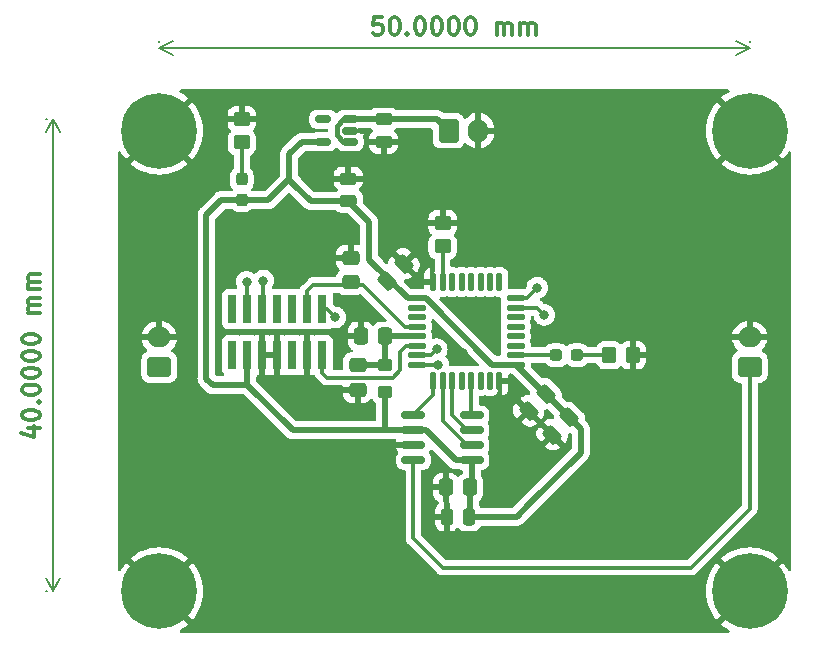
<source format=gbr>
%TF.GenerationSoftware,KiCad,Pcbnew,(6.0.9)*%
%TF.CreationDate,2024-02-29T16:15:24+01:00*%
%TF.ProjectId,TP1,5450312e-6b69-4636-9164-5f7063625858,rev?*%
%TF.SameCoordinates,Original*%
%TF.FileFunction,Copper,L1,Top*%
%TF.FilePolarity,Positive*%
%FSLAX46Y46*%
G04 Gerber Fmt 4.6, Leading zero omitted, Abs format (unit mm)*
G04 Created by KiCad (PCBNEW (6.0.9)) date 2024-02-29 16:15:24*
%MOMM*%
%LPD*%
G01*
G04 APERTURE LIST*
G04 Aperture macros list*
%AMRoundRect*
0 Rectangle with rounded corners*
0 $1 Rounding radius*
0 $2 $3 $4 $5 $6 $7 $8 $9 X,Y pos of 4 corners*
0 Add a 4 corners polygon primitive as box body*
4,1,4,$2,$3,$4,$5,$6,$7,$8,$9,$2,$3,0*
0 Add four circle primitives for the rounded corners*
1,1,$1+$1,$2,$3*
1,1,$1+$1,$4,$5*
1,1,$1+$1,$6,$7*
1,1,$1+$1,$8,$9*
0 Add four rect primitives between the rounded corners*
20,1,$1+$1,$2,$3,$4,$5,0*
20,1,$1+$1,$4,$5,$6,$7,0*
20,1,$1+$1,$6,$7,$8,$9,0*
20,1,$1+$1,$8,$9,$2,$3,0*%
G04 Aperture macros list end*
%ADD10C,0.300000*%
%TA.AperFunction,NonConductor*%
%ADD11C,0.300000*%
%TD*%
%TA.AperFunction,NonConductor*%
%ADD12C,0.200000*%
%TD*%
%TA.AperFunction,SMDPad,CuDef*%
%ADD13RoundRect,0.150000X0.512500X0.150000X-0.512500X0.150000X-0.512500X-0.150000X0.512500X-0.150000X0*%
%TD*%
%TA.AperFunction,SMDPad,CuDef*%
%ADD14RoundRect,0.250000X0.337500X0.475000X-0.337500X0.475000X-0.337500X-0.475000X0.337500X-0.475000X0*%
%TD*%
%TA.AperFunction,SMDPad,CuDef*%
%ADD15RoundRect,0.237500X-0.237500X0.287500X-0.237500X-0.287500X0.237500X-0.287500X0.237500X0.287500X0*%
%TD*%
%TA.AperFunction,SMDPad,CuDef*%
%ADD16R,0.740000X2.400000*%
%TD*%
%TA.AperFunction,ComponentPad*%
%ADD17RoundRect,0.250000X0.750000X-0.600000X0.750000X0.600000X-0.750000X0.600000X-0.750000X-0.600000X0*%
%TD*%
%TA.AperFunction,ComponentPad*%
%ADD18O,2.000000X1.700000*%
%TD*%
%TA.AperFunction,SMDPad,CuDef*%
%ADD19RoundRect,0.125000X-0.125000X-0.625000X0.125000X-0.625000X0.125000X0.625000X-0.125000X0.625000X0*%
%TD*%
%TA.AperFunction,SMDPad,CuDef*%
%ADD20RoundRect,0.125000X-0.625000X-0.125000X0.625000X-0.125000X0.625000X0.125000X-0.625000X0.125000X0*%
%TD*%
%TA.AperFunction,ComponentPad*%
%ADD21RoundRect,0.250000X-0.600000X-0.750000X0.600000X-0.750000X0.600000X0.750000X-0.600000X0.750000X0*%
%TD*%
%TA.AperFunction,ComponentPad*%
%ADD22O,1.700000X2.000000*%
%TD*%
%TA.AperFunction,SMDPad,CuDef*%
%ADD23RoundRect,0.250000X-0.350000X-0.450000X0.350000X-0.450000X0.350000X0.450000X-0.350000X0.450000X0*%
%TD*%
%TA.AperFunction,ComponentPad*%
%ADD24C,6.400000*%
%TD*%
%TA.AperFunction,SMDPad,CuDef*%
%ADD25RoundRect,0.250000X-0.097227X0.574524X-0.574524X0.097227X0.097227X-0.574524X0.574524X-0.097227X0*%
%TD*%
%TA.AperFunction,SMDPad,CuDef*%
%ADD26RoundRect,0.150000X0.825000X0.150000X-0.825000X0.150000X-0.825000X-0.150000X0.825000X-0.150000X0*%
%TD*%
%TA.AperFunction,SMDPad,CuDef*%
%ADD27RoundRect,0.250000X0.450000X-0.350000X0.450000X0.350000X-0.450000X0.350000X-0.450000X-0.350000X0*%
%TD*%
%TA.AperFunction,SMDPad,CuDef*%
%ADD28RoundRect,0.250000X0.475000X-0.250000X0.475000X0.250000X-0.475000X0.250000X-0.475000X-0.250000X0*%
%TD*%
%TA.AperFunction,SMDPad,CuDef*%
%ADD29RoundRect,0.237500X0.287500X0.237500X-0.287500X0.237500X-0.287500X-0.237500X0.287500X-0.237500X0*%
%TD*%
%TA.AperFunction,SMDPad,CuDef*%
%ADD30RoundRect,0.250000X0.475000X-0.337500X0.475000X0.337500X-0.475000X0.337500X-0.475000X-0.337500X0*%
%TD*%
%TA.AperFunction,SMDPad,CuDef*%
%ADD31RoundRect,0.250000X-0.475000X0.250000X-0.475000X-0.250000X0.475000X-0.250000X0.475000X0.250000X0*%
%TD*%
%TA.AperFunction,SMDPad,CuDef*%
%ADD32RoundRect,0.250000X0.097227X-0.574524X0.574524X-0.097227X-0.097227X0.574524X-0.574524X0.097227X0*%
%TD*%
%TA.AperFunction,SMDPad,CuDef*%
%ADD33RoundRect,0.250000X0.350000X-0.275000X0.350000X0.275000X-0.350000X0.275000X-0.350000X-0.275000X0*%
%TD*%
%TA.AperFunction,SMDPad,CuDef*%
%ADD34RoundRect,0.250000X0.250000X0.475000X-0.250000X0.475000X-0.250000X-0.475000X0.250000X-0.475000X0*%
%TD*%
%TA.AperFunction,SMDPad,CuDef*%
%ADD35RoundRect,0.250000X-0.475000X0.337500X-0.475000X-0.337500X0.475000X-0.337500X0.475000X0.337500X0*%
%TD*%
%TA.AperFunction,ViaPad*%
%ADD36C,0.800000*%
%TD*%
%TA.AperFunction,Conductor*%
%ADD37C,0.300000*%
%TD*%
%TA.AperFunction,Conductor*%
%ADD38C,0.500000*%
%TD*%
%TA.AperFunction,Conductor*%
%ADD39C,0.400000*%
%TD*%
G04 APERTURE END LIST*
D10*
D11*
X52878571Y-69214285D02*
X53878571Y-69214285D01*
X52307142Y-69571428D02*
X53378571Y-69928571D01*
X53378571Y-69000000D01*
X52378571Y-68142857D02*
X52378571Y-68000000D01*
X52450000Y-67857142D01*
X52521428Y-67785714D01*
X52664285Y-67714285D01*
X52950000Y-67642857D01*
X53307142Y-67642857D01*
X53592857Y-67714285D01*
X53735714Y-67785714D01*
X53807142Y-67857142D01*
X53878571Y-68000000D01*
X53878571Y-68142857D01*
X53807142Y-68285714D01*
X53735714Y-68357142D01*
X53592857Y-68428571D01*
X53307142Y-68500000D01*
X52950000Y-68500000D01*
X52664285Y-68428571D01*
X52521428Y-68357142D01*
X52450000Y-68285714D01*
X52378571Y-68142857D01*
X53735714Y-67000000D02*
X53807142Y-66928571D01*
X53878571Y-67000000D01*
X53807142Y-67071428D01*
X53735714Y-67000000D01*
X53878571Y-67000000D01*
X52378571Y-66000000D02*
X52378571Y-65857142D01*
X52450000Y-65714285D01*
X52521428Y-65642857D01*
X52664285Y-65571428D01*
X52950000Y-65500000D01*
X53307142Y-65500000D01*
X53592857Y-65571428D01*
X53735714Y-65642857D01*
X53807142Y-65714285D01*
X53878571Y-65857142D01*
X53878571Y-66000000D01*
X53807142Y-66142857D01*
X53735714Y-66214285D01*
X53592857Y-66285714D01*
X53307142Y-66357142D01*
X52950000Y-66357142D01*
X52664285Y-66285714D01*
X52521428Y-66214285D01*
X52450000Y-66142857D01*
X52378571Y-66000000D01*
X52378571Y-64571428D02*
X52378571Y-64428571D01*
X52450000Y-64285714D01*
X52521428Y-64214285D01*
X52664285Y-64142857D01*
X52950000Y-64071428D01*
X53307142Y-64071428D01*
X53592857Y-64142857D01*
X53735714Y-64214285D01*
X53807142Y-64285714D01*
X53878571Y-64428571D01*
X53878571Y-64571428D01*
X53807142Y-64714285D01*
X53735714Y-64785714D01*
X53592857Y-64857142D01*
X53307142Y-64928571D01*
X52950000Y-64928571D01*
X52664285Y-64857142D01*
X52521428Y-64785714D01*
X52450000Y-64714285D01*
X52378571Y-64571428D01*
X52378571Y-63142857D02*
X52378571Y-63000000D01*
X52450000Y-62857142D01*
X52521428Y-62785714D01*
X52664285Y-62714285D01*
X52950000Y-62642857D01*
X53307142Y-62642857D01*
X53592857Y-62714285D01*
X53735714Y-62785714D01*
X53807142Y-62857142D01*
X53878571Y-63000000D01*
X53878571Y-63142857D01*
X53807142Y-63285714D01*
X53735714Y-63357142D01*
X53592857Y-63428571D01*
X53307142Y-63500000D01*
X52950000Y-63500000D01*
X52664285Y-63428571D01*
X52521428Y-63357142D01*
X52450000Y-63285714D01*
X52378571Y-63142857D01*
X52378571Y-61714285D02*
X52378571Y-61571428D01*
X52450000Y-61428571D01*
X52521428Y-61357142D01*
X52664285Y-61285714D01*
X52950000Y-61214285D01*
X53307142Y-61214285D01*
X53592857Y-61285714D01*
X53735714Y-61357142D01*
X53807142Y-61428571D01*
X53878571Y-61571428D01*
X53878571Y-61714285D01*
X53807142Y-61857142D01*
X53735714Y-61928571D01*
X53592857Y-62000000D01*
X53307142Y-62071428D01*
X52950000Y-62071428D01*
X52664285Y-62000000D01*
X52521428Y-61928571D01*
X52450000Y-61857142D01*
X52378571Y-61714285D01*
X53878571Y-59428571D02*
X52878571Y-59428571D01*
X53021428Y-59428571D02*
X52950000Y-59357142D01*
X52878571Y-59214285D01*
X52878571Y-59000000D01*
X52950000Y-58857142D01*
X53092857Y-58785714D01*
X53878571Y-58785714D01*
X53092857Y-58785714D02*
X52950000Y-58714285D01*
X52878571Y-58571428D01*
X52878571Y-58357142D01*
X52950000Y-58214285D01*
X53092857Y-58142857D01*
X53878571Y-58142857D01*
X53878571Y-57428571D02*
X52878571Y-57428571D01*
X53021428Y-57428571D02*
X52950000Y-57357142D01*
X52878571Y-57214285D01*
X52878571Y-57000000D01*
X52950000Y-56857142D01*
X53092857Y-56785714D01*
X53878571Y-56785714D01*
X53092857Y-56785714D02*
X52950000Y-56714285D01*
X52878571Y-56571428D01*
X52878571Y-56357142D01*
X52950000Y-56214285D01*
X53092857Y-56142857D01*
X53878571Y-56142857D01*
D12*
X54500000Y-83000000D02*
X54413580Y-83000000D01*
X54500000Y-43000000D02*
X54413580Y-43000000D01*
X55000000Y-83000000D02*
X55000000Y-43000000D01*
X55000000Y-83000000D02*
X55000000Y-43000000D01*
X55000000Y-83000000D02*
X55586421Y-81873496D01*
X55000000Y-83000000D02*
X54413579Y-81873496D01*
X55000000Y-43000000D02*
X54413579Y-44126504D01*
X55000000Y-43000000D02*
X55586421Y-44126504D01*
D10*
D11*
X82857142Y-34378571D02*
X82142857Y-34378571D01*
X82071428Y-35092857D01*
X82142857Y-35021428D01*
X82285714Y-34950000D01*
X82642857Y-34950000D01*
X82785714Y-35021428D01*
X82857142Y-35092857D01*
X82928571Y-35235714D01*
X82928571Y-35592857D01*
X82857142Y-35735714D01*
X82785714Y-35807142D01*
X82642857Y-35878571D01*
X82285714Y-35878571D01*
X82142857Y-35807142D01*
X82071428Y-35735714D01*
X83857142Y-34378571D02*
X84000000Y-34378571D01*
X84142857Y-34450000D01*
X84214285Y-34521428D01*
X84285714Y-34664285D01*
X84357142Y-34950000D01*
X84357142Y-35307142D01*
X84285714Y-35592857D01*
X84214285Y-35735714D01*
X84142857Y-35807142D01*
X84000000Y-35878571D01*
X83857142Y-35878571D01*
X83714285Y-35807142D01*
X83642857Y-35735714D01*
X83571428Y-35592857D01*
X83500000Y-35307142D01*
X83500000Y-34950000D01*
X83571428Y-34664285D01*
X83642857Y-34521428D01*
X83714285Y-34450000D01*
X83857142Y-34378571D01*
X85000000Y-35735714D02*
X85071428Y-35807142D01*
X85000000Y-35878571D01*
X84928571Y-35807142D01*
X85000000Y-35735714D01*
X85000000Y-35878571D01*
X86000000Y-34378571D02*
X86142857Y-34378571D01*
X86285714Y-34450000D01*
X86357142Y-34521428D01*
X86428571Y-34664285D01*
X86500000Y-34950000D01*
X86500000Y-35307142D01*
X86428571Y-35592857D01*
X86357142Y-35735714D01*
X86285714Y-35807142D01*
X86142857Y-35878571D01*
X86000000Y-35878571D01*
X85857142Y-35807142D01*
X85785714Y-35735714D01*
X85714285Y-35592857D01*
X85642857Y-35307142D01*
X85642857Y-34950000D01*
X85714285Y-34664285D01*
X85785714Y-34521428D01*
X85857142Y-34450000D01*
X86000000Y-34378571D01*
X87428571Y-34378571D02*
X87571428Y-34378571D01*
X87714285Y-34450000D01*
X87785714Y-34521428D01*
X87857142Y-34664285D01*
X87928571Y-34950000D01*
X87928571Y-35307142D01*
X87857142Y-35592857D01*
X87785714Y-35735714D01*
X87714285Y-35807142D01*
X87571428Y-35878571D01*
X87428571Y-35878571D01*
X87285714Y-35807142D01*
X87214285Y-35735714D01*
X87142857Y-35592857D01*
X87071428Y-35307142D01*
X87071428Y-34950000D01*
X87142857Y-34664285D01*
X87214285Y-34521428D01*
X87285714Y-34450000D01*
X87428571Y-34378571D01*
X88857142Y-34378571D02*
X89000000Y-34378571D01*
X89142857Y-34450000D01*
X89214285Y-34521428D01*
X89285714Y-34664285D01*
X89357142Y-34950000D01*
X89357142Y-35307142D01*
X89285714Y-35592857D01*
X89214285Y-35735714D01*
X89142857Y-35807142D01*
X89000000Y-35878571D01*
X88857142Y-35878571D01*
X88714285Y-35807142D01*
X88642857Y-35735714D01*
X88571428Y-35592857D01*
X88500000Y-35307142D01*
X88500000Y-34950000D01*
X88571428Y-34664285D01*
X88642857Y-34521428D01*
X88714285Y-34450000D01*
X88857142Y-34378571D01*
X90285714Y-34378571D02*
X90428571Y-34378571D01*
X90571428Y-34450000D01*
X90642857Y-34521428D01*
X90714285Y-34664285D01*
X90785714Y-34950000D01*
X90785714Y-35307142D01*
X90714285Y-35592857D01*
X90642857Y-35735714D01*
X90571428Y-35807142D01*
X90428571Y-35878571D01*
X90285714Y-35878571D01*
X90142857Y-35807142D01*
X90071428Y-35735714D01*
X90000000Y-35592857D01*
X89928571Y-35307142D01*
X89928571Y-34950000D01*
X90000000Y-34664285D01*
X90071428Y-34521428D01*
X90142857Y-34450000D01*
X90285714Y-34378571D01*
X92571428Y-35878571D02*
X92571428Y-34878571D01*
X92571428Y-35021428D02*
X92642857Y-34950000D01*
X92785714Y-34878571D01*
X93000000Y-34878571D01*
X93142857Y-34950000D01*
X93214285Y-35092857D01*
X93214285Y-35878571D01*
X93214285Y-35092857D02*
X93285714Y-34950000D01*
X93428571Y-34878571D01*
X93642857Y-34878571D01*
X93785714Y-34950000D01*
X93857142Y-35092857D01*
X93857142Y-35878571D01*
X94571428Y-35878571D02*
X94571428Y-34878571D01*
X94571428Y-35021428D02*
X94642857Y-34950000D01*
X94785714Y-34878571D01*
X95000000Y-34878571D01*
X95142857Y-34950000D01*
X95214285Y-35092857D01*
X95214285Y-35878571D01*
X95214285Y-35092857D02*
X95285714Y-34950000D01*
X95428571Y-34878571D01*
X95642857Y-34878571D01*
X95785714Y-34950000D01*
X95857142Y-35092857D01*
X95857142Y-35878571D01*
D12*
X64000000Y-36500000D02*
X64000000Y-36413580D01*
X114000000Y-36500000D02*
X114000000Y-36413580D01*
X64000000Y-37000000D02*
X114000000Y-37000000D01*
X64000000Y-37000000D02*
X114000000Y-37000000D01*
X64000000Y-37000000D02*
X65126504Y-37586421D01*
X64000000Y-37000000D02*
X65126504Y-36413579D01*
X114000000Y-37000000D02*
X112873496Y-36413579D01*
X114000000Y-37000000D02*
X112873496Y-37586421D01*
D13*
%TO.P,U1,1,VIN*%
%TO.N,+5V*%
X80137500Y-44950000D03*
%TO.P,U1,2,GND*%
%TO.N,GND*%
X80137500Y-44000000D03*
%TO.P,U1,3,~{SHDN}*%
%TO.N,+5V*%
X80137500Y-43050000D03*
%TO.P,U1,4,NC*%
%TO.N,unconnected-(U1-Pad4)*%
X77862500Y-43050000D03*
%TO.P,U1,5,VOUT*%
%TO.N,+3.3V*%
X77862500Y-44950000D03*
%TD*%
D14*
%TO.P,C6,1*%
%TO.N,+3.3VA*%
X83137500Y-61400000D03*
%TO.P,C6,2*%
%TO.N,GND*%
X81062500Y-61400000D03*
%TD*%
D15*
%TO.P,D2,1,K*%
%TO.N,Net-(D2-Pad1)*%
X71000000Y-48125000D03*
%TO.P,D2,2,A*%
%TO.N,+3.3V*%
X71000000Y-49875000D03*
%TD*%
D16*
%TO.P,J1,1,Pin_1*%
%TO.N,unconnected-(J1-Pad1)*%
X70190000Y-63000000D03*
%TO.P,J1,2,Pin_2*%
%TO.N,unconnected-(J1-Pad2)*%
X70190000Y-59100000D03*
%TO.P,J1,3,Pin_3*%
%TO.N,+3.3V*%
X71460000Y-63000000D03*
%TO.P,J1,4,Pin_4*%
%TO.N,SWDIO*%
X71460000Y-59100000D03*
%TO.P,J1,5,Pin_5*%
%TO.N,GND*%
X72730000Y-63000000D03*
%TO.P,J1,6,Pin_6*%
%TO.N,SWDCK*%
X72730000Y-59100000D03*
%TO.P,J1,7,Pin_7*%
%TO.N,GND*%
X74000000Y-63000000D03*
%TO.P,J1,8,Pin_8*%
%TO.N,unconnected-(J1-Pad8)*%
X74000000Y-59100000D03*
%TO.P,J1,9,Pin_9*%
%TO.N,unconnected-(J1-Pad9)*%
X75270000Y-63000000D03*
%TO.P,J1,10,Pin_10*%
%TO.N,unconnected-(J1-Pad10)*%
X75270000Y-59100000D03*
%TO.P,J1,11,Pin_11*%
%TO.N,GND*%
X76540000Y-63000000D03*
%TO.P,J1,12,Pin_12*%
%TO.N,NRST*%
X76540000Y-59100000D03*
%TO.P,J1,13,Pin_13*%
%TO.N,USART2_RX*%
X77810000Y-63000000D03*
%TO.P,J1,14,Pin_14*%
%TO.N,USART2_TX*%
X77810000Y-59100000D03*
%TD*%
D17*
%TO.P,J2,1,Pin_1*%
%TO.N,ADC_IN1*%
X64000000Y-64000000D03*
D18*
%TO.P,J2,2,Pin_2*%
%TO.N,GND*%
X64000000Y-61500000D03*
%TD*%
D19*
%TO.P,U2,32,VSS*%
%TO.N,GND*%
X87200000Y-56825000D03*
%TO.P,U2,31,PB9*%
%TO.N,Net-(R2-Pad1)*%
X88000000Y-56825000D03*
%TO.P,U2,30,PB7*%
%TO.N,unconnected-(U2-Pad30)*%
X88800000Y-56825000D03*
%TO.P,U2,29,PB6*%
%TO.N,unconnected-(U2-Pad29)*%
X89600000Y-56825000D03*
%TO.P,U2,28,PB5*%
%TO.N,unconnected-(U2-Pad28)*%
X90400000Y-56825000D03*
%TO.P,U2,27,PB4*%
%TO.N,unconnected-(U2-Pad27)*%
X91200000Y-56825000D03*
%TO.P,U2,26,PB3*%
%TO.N,unconnected-(U2-Pad26)*%
X92000000Y-56825000D03*
%TO.P,U2,25,PA15*%
%TO.N,unconnected-(U2-Pad25)*%
X92800000Y-56825000D03*
D20*
%TO.P,U2,24,PA14*%
%TO.N,SWDCK*%
X94175000Y-58200000D03*
%TO.P,U2,23,PA13*%
%TO.N,SWDIO*%
X94175000Y-59000000D03*
%TO.P,U2,22,PA12*%
%TO.N,unconnected-(U2-Pad22)*%
X94175000Y-59800000D03*
%TO.P,U2,21,PA11*%
%TO.N,unconnected-(U2-Pad21)*%
X94175000Y-60600000D03*
%TO.P,U2,20,PA10*%
%TO.N,unconnected-(U2-Pad20)*%
X94175000Y-61400000D03*
%TO.P,U2,19,PA9*%
%TO.N,unconnected-(U2-Pad19)*%
X94175000Y-62200000D03*
%TO.P,U2,18,PA8*%
%TO.N,LED_STATUS*%
X94175000Y-63000000D03*
%TO.P,U2,17,VDD*%
%TO.N,+3.3V*%
X94175000Y-63800000D03*
D19*
%TO.P,U2,16,VSS*%
%TO.N,GND*%
X92800000Y-65175000D03*
%TO.P,U2,15,PB1*%
%TO.N,unconnected-(U2-Pad15)*%
X92000000Y-65175000D03*
%TO.P,U2,14,PB0*%
%TO.N,unconnected-(U2-Pad14)*%
X91200000Y-65175000D03*
%TO.P,U2,13,PA7*%
%TO.N,SPI1_MOSI*%
X90400000Y-65175000D03*
%TO.P,U2,12,PA6*%
%TO.N,unconnected-(U2-Pad12)*%
X89600000Y-65175000D03*
%TO.P,U2,11,PA5*%
%TO.N,SPI1_SCK*%
X88800000Y-65175000D03*
%TO.P,U2,10,PA4*%
%TO.N,DAC_nCS*%
X88000000Y-65175000D03*
%TO.P,U2,9,PA3*%
%TO.N,DAC_nLDAC*%
X87200000Y-65175000D03*
D20*
%TO.P,U2,8,PA2*%
%TO.N,USART2_TX*%
X85825000Y-63800000D03*
%TO.P,U2,7,PA1*%
%TO.N,ADC_IN1*%
X85825000Y-63000000D03*
%TO.P,U2,6,PA0*%
%TO.N,USART2_RX*%
X85825000Y-62200000D03*
%TO.P,U2,5,VDDA*%
%TO.N,+3.3VA*%
X85825000Y-61400000D03*
%TO.P,U2,4,NRST*%
%TO.N,NRST*%
X85825000Y-60600000D03*
%TO.P,U2,3,PC15*%
%TO.N,unconnected-(U2-Pad3)*%
X85825000Y-59800000D03*
%TO.P,U2,2,PC14*%
%TO.N,unconnected-(U2-Pad2)*%
X85825000Y-59000000D03*
%TO.P,U2,1,VDD*%
%TO.N,+3.3V*%
X85825000Y-58200000D03*
%TD*%
D21*
%TO.P,J3,1,Pin_1*%
%TO.N,+5V*%
X88500000Y-44000000D03*
D22*
%TO.P,J3,2,Pin_2*%
%TO.N,GND*%
X91000000Y-44000000D03*
%TD*%
D23*
%TO.P,R1,1*%
%TO.N,Net-(D1-Pad1)*%
X102100000Y-63000000D03*
%TO.P,R1,2*%
%TO.N,GND*%
X104100000Y-63000000D03*
%TD*%
D24*
%TO.P,H2,1,1*%
%TO.N,GND*%
X64000000Y-44000000D03*
%TD*%
D25*
%TO.P,C3,1*%
%TO.N,+3.3V*%
X96733623Y-66266377D03*
%TO.P,C3,2*%
%TO.N,GND*%
X95266377Y-67733623D03*
%TD*%
D17*
%TO.P,J4,1,Pin_1*%
%TO.N,DAC_OUT*%
X114000000Y-64000000D03*
D18*
%TO.P,J4,2,Pin_2*%
%TO.N,GND*%
X114000000Y-61500000D03*
%TD*%
D26*
%TO.P,U3,1,Vdd*%
%TO.N,+3.3V*%
X90475000Y-71905000D03*
%TO.P,U3,2,~{CS}*%
%TO.N,DAC_nCS*%
X90475000Y-70635000D03*
%TO.P,U3,3,SCK*%
%TO.N,SPI1_SCK*%
X90475000Y-69365000D03*
%TO.P,U3,4,SDI*%
%TO.N,SPI1_MOSI*%
X90475000Y-68095000D03*
%TO.P,U3,5,~{LDAC}*%
%TO.N,DAC_nLDAC*%
X85525000Y-68095000D03*
%TO.P,U3,6,~{SHDN}*%
%TO.N,+3.3V*%
X85525000Y-69365000D03*
%TO.P,U3,7,Vss*%
%TO.N,GND*%
X85525000Y-70635000D03*
%TO.P,U3,8,Vout*%
%TO.N,DAC_OUT*%
X85525000Y-71905000D03*
%TD*%
D27*
%TO.P,R2,1*%
%TO.N,Net-(R2-Pad1)*%
X88000000Y-53800000D03*
%TO.P,R2,2*%
%TO.N,GND*%
X88000000Y-51800000D03*
%TD*%
%TO.P,R3,1*%
%TO.N,Net-(D2-Pad1)*%
X71000000Y-45000000D03*
%TO.P,R3,2*%
%TO.N,GND*%
X71000000Y-43000000D03*
%TD*%
D28*
%TO.P,C8,1*%
%TO.N,+3.3V*%
X80000000Y-49950000D03*
%TO.P,C8,2*%
%TO.N,GND*%
X80000000Y-48050000D03*
%TD*%
D14*
%TO.P,C9,2*%
%TO.N,GND*%
X88262500Y-74200000D03*
%TO.P,C9,1*%
%TO.N,+3.3V*%
X90337500Y-74200000D03*
%TD*%
D29*
%TO.P,D1,2,A*%
%TO.N,LED_STATUS*%
X97625000Y-63000000D03*
%TO.P,D1,1,K*%
%TO.N,Net-(D1-Pad1)*%
X99375000Y-63000000D03*
%TD*%
D24*
%TO.P,H3,1,1*%
%TO.N,GND*%
X64000000Y-83000000D03*
%TD*%
D30*
%TO.P,C4,1*%
%TO.N,NRST*%
X80200000Y-56837500D03*
%TO.P,C4,2*%
%TO.N,GND*%
X80200000Y-54762500D03*
%TD*%
D25*
%TO.P,C1,1*%
%TO.N,+3.3V*%
X98733623Y-68266377D03*
%TO.P,C1,2*%
%TO.N,GND*%
X97266377Y-69733623D03*
%TD*%
D31*
%TO.P,C7,1*%
%TO.N,+5V*%
X83000000Y-43050000D03*
%TO.P,C7,2*%
%TO.N,GND*%
X83000000Y-44950000D03*
%TD*%
D24*
%TO.P,H4,1,1*%
%TO.N,GND*%
X114000000Y-44000000D03*
%TD*%
D32*
%TO.P,C2,2*%
%TO.N,GND*%
X84733623Y-55266377D03*
%TO.P,C2,1*%
%TO.N,+3.3V*%
X83266377Y-56733623D03*
%TD*%
D33*
%TO.P,L1,1,1*%
%TO.N,+3.3V*%
X83100000Y-66150000D03*
%TO.P,L1,2,2*%
%TO.N,+3.3VA*%
X83100000Y-63850000D03*
%TD*%
D24*
%TO.P,H1,1,1*%
%TO.N,GND*%
X114000000Y-83000000D03*
%TD*%
D34*
%TO.P,C10,1*%
%TO.N,+3.3V*%
X90250000Y-76700000D03*
%TO.P,C10,2*%
%TO.N,GND*%
X88350000Y-76700000D03*
%TD*%
D35*
%TO.P,C5,1*%
%TO.N,+3.3VA*%
X80800000Y-63862500D03*
%TO.P,C5,2*%
%TO.N,GND*%
X80800000Y-65937500D03*
%TD*%
D36*
%TO.N,GND*%
X89700000Y-62800000D03*
%TO.N,USART2_TX*%
X87600000Y-63800000D03*
X78900000Y-59800000D03*
X87600000Y-63800000D03*
X87600000Y-63800000D03*
%TO.N,ADC_IN1*%
X87500000Y-62500000D03*
%TO.N,SWDIO*%
X71400000Y-56800000D03*
X96600000Y-59600000D03*
%TO.N,SWDCK*%
X72800000Y-56700000D03*
X96000000Y-57300000D03*
%TO.N,GND*%
X91200000Y-60300000D03*
X75400000Y-53300000D03*
X85100000Y-48800000D03*
X91400000Y-51200000D03*
X63400000Y-53200000D03*
X72100000Y-71400000D03*
X78300000Y-80700000D03*
X103300000Y-83500000D03*
X105500000Y-75600000D03*
X105700000Y-58400000D03*
X102400000Y-48400000D03*
X93800000Y-71200000D03*
X75000000Y-50000000D03*
%TD*%
D37*
%TO.N,USART2_TX*%
X78200000Y-59100000D02*
X78900000Y-59800000D01*
X77810000Y-59100000D02*
X78200000Y-59100000D01*
X85825000Y-63800000D02*
X87600000Y-63800000D01*
%TO.N,USART2_RX*%
X77810000Y-64510000D02*
X78200000Y-64900000D01*
X78200000Y-64900000D02*
X83800000Y-64900000D01*
X83800000Y-64900000D02*
X84400000Y-64300000D01*
X84400000Y-64300000D02*
X84400000Y-62700000D01*
X84400000Y-62700000D02*
X84900000Y-62200000D01*
X84900000Y-62200000D02*
X85825000Y-62200000D01*
%TO.N,ADC_IN1*%
X87500000Y-62500000D02*
X87000000Y-63000000D01*
X87000000Y-63000000D02*
X85825000Y-63000000D01*
%TO.N,SWDIO*%
X71400000Y-59040000D02*
X71460000Y-59100000D01*
X71400000Y-56800000D02*
X71400000Y-59040000D01*
X96000000Y-59000000D02*
X96600000Y-59600000D01*
X94175000Y-59000000D02*
X96000000Y-59000000D01*
%TO.N,SWDCK*%
X72800000Y-56700000D02*
X72800000Y-59030000D01*
X95100000Y-58200000D02*
X96000000Y-57300000D01*
X72800000Y-59030000D02*
X72730000Y-59100000D01*
X94175000Y-58200000D02*
X95100000Y-58200000D01*
%TO.N,Net-(D1-Pad1)*%
X99375000Y-63000000D02*
X102100000Y-63000000D01*
%TO.N,LED_STATUS*%
X94175000Y-63000000D02*
X97625000Y-63000000D01*
D38*
%TO.N,+3.3V*%
X69250000Y-49875000D02*
X71000000Y-49875000D01*
X68000000Y-51125000D02*
X69250000Y-49875000D01*
X68000000Y-65000000D02*
X68000000Y-51125000D01*
X68540000Y-65540000D02*
X68000000Y-65000000D01*
X71460000Y-65540000D02*
X68540000Y-65540000D01*
X90337500Y-76612500D02*
X90250000Y-76700000D01*
X90337500Y-74200000D02*
X90337500Y-76612500D01*
X94250000Y-76700000D02*
X90250000Y-76700000D01*
X95325000Y-75625000D02*
X94250000Y-76700000D01*
X95325000Y-75625000D02*
X99700000Y-71250000D01*
X90475000Y-74062500D02*
X90337500Y-74200000D01*
X90475000Y-71905000D02*
X90475000Y-74062500D01*
X99700000Y-69232754D02*
X98733623Y-68266377D01*
X99700000Y-71250000D02*
X99700000Y-69232754D01*
D37*
%TO.N,Net-(R2-Pad1)*%
X88000000Y-56825000D02*
X88000000Y-53800000D01*
%TO.N,NRST*%
X76540000Y-57560000D02*
X76540000Y-59100000D01*
X77050000Y-57050000D02*
X76540000Y-57560000D01*
X84800000Y-60600000D02*
X81250000Y-57050000D01*
X81250000Y-57050000D02*
X77050000Y-57050000D01*
X85825000Y-60600000D02*
X84800000Y-60600000D01*
D38*
%TO.N,+3.3V*%
X76811828Y-49950000D02*
X75430914Y-48569086D01*
X80000000Y-49950000D02*
X76811828Y-49950000D01*
X81780914Y-51730914D02*
X80000000Y-49950000D01*
X81780914Y-54919086D02*
X81780914Y-51730914D01*
X85061827Y-58200000D02*
X81780914Y-54919086D01*
D37*
%TO.N,USART2_RX*%
X77810000Y-63000000D02*
X77810000Y-64510000D01*
D38*
%TO.N,+3.3VA*%
X80812500Y-63850000D02*
X80800000Y-63862500D01*
X83100000Y-63850000D02*
X80812500Y-63850000D01*
X85825000Y-61400000D02*
X83137500Y-61400000D01*
X83100000Y-61437500D02*
X83137500Y-61400000D01*
X83100000Y-63850000D02*
X83100000Y-61437500D01*
%TO.N,+3.3V*%
X83100000Y-66150000D02*
X83100000Y-69200000D01*
X83100000Y-69200000D02*
X82935000Y-69365000D01*
X82935000Y-69365000D02*
X75285000Y-69365000D01*
X85525000Y-69365000D02*
X82935000Y-69365000D01*
X98733623Y-68266377D02*
X96733623Y-66266377D01*
X96641377Y-66266377D02*
X94175000Y-63800000D01*
X96733623Y-66266377D02*
X96641377Y-66266377D01*
D37*
%TO.N,Net-(D2-Pad1)*%
X71000000Y-48125000D02*
X71000000Y-45000000D01*
D38*
%TO.N,+3.3V*%
X80000000Y-49950000D02*
X80000000Y-50000000D01*
X76050000Y-44950000D02*
X75000000Y-46000000D01*
X77862500Y-44950000D02*
X76050000Y-44950000D01*
X75000000Y-46000000D02*
X75000000Y-48138172D01*
X75285000Y-69365000D02*
X71460000Y-65540000D01*
X71460000Y-65540000D02*
X71460000Y-63000000D01*
D37*
%TO.N,SPI1_MOSI*%
X90400000Y-68020000D02*
X90475000Y-68095000D01*
X90400000Y-65175000D02*
X90400000Y-68020000D01*
%TO.N,SPI1_SCK*%
X90062893Y-69365000D02*
X90475000Y-69365000D01*
X88800000Y-68102107D02*
X90062893Y-69365000D01*
X88800000Y-65175000D02*
X88800000Y-68102107D01*
%TO.N,DAC_nCS*%
X88000000Y-68572107D02*
X90062893Y-70635000D01*
X88000000Y-65175000D02*
X88000000Y-68572107D01*
X90062893Y-70635000D02*
X90475000Y-70635000D01*
%TO.N,DAC_nLDAC*%
X87200000Y-66420000D02*
X85525000Y-68095000D01*
X87200000Y-65175000D02*
X87200000Y-66420000D01*
%TO.N,DAC_OUT*%
X114000000Y-76000000D02*
X114000000Y-64000000D01*
X109000000Y-81000000D02*
X114000000Y-76000000D01*
X85525000Y-78525000D02*
X88000000Y-81000000D01*
X85525000Y-71905000D02*
X85525000Y-78525000D01*
X88000000Y-81000000D02*
X109000000Y-81000000D01*
D38*
%TO.N,+3.3V*%
X71000000Y-49875000D02*
X73236827Y-49875000D01*
X73236827Y-49875000D02*
X74986827Y-48125000D01*
D39*
%TO.N,+5V*%
X79576472Y-44950000D02*
X80137500Y-44950000D01*
X79576472Y-43050000D02*
X79025000Y-43601472D01*
X79025000Y-43601472D02*
X79025000Y-44398528D01*
X79025000Y-44398528D02*
X79576472Y-44950000D01*
X80137500Y-43050000D02*
X79576472Y-43050000D01*
D38*
X83000000Y-43050000D02*
X80137500Y-43050000D01*
X87550000Y-43050000D02*
X88500000Y-44000000D01*
X83000000Y-43050000D02*
X87550000Y-43050000D01*
%TO.N,+3.3V*%
X92188173Y-63800000D02*
X94175000Y-63800000D01*
X86588173Y-58200000D02*
X92188173Y-63800000D01*
X85825000Y-58200000D02*
X86588173Y-58200000D01*
X86555000Y-69365000D02*
X89095000Y-71905000D01*
X85525000Y-69365000D02*
X86555000Y-69365000D01*
X89095000Y-71905000D02*
X90475000Y-71905000D01*
X75000000Y-48138172D02*
X75430914Y-48569086D01*
X75430914Y-48569086D02*
X74986827Y-48125000D01*
X85825000Y-58200000D02*
X85061827Y-58200000D01*
%TD*%
%TA.AperFunction,Conductor*%
%TO.N,GND*%
G36*
X112228176Y-40528502D02*
G01*
X112274669Y-40582158D01*
X112284773Y-40652432D01*
X112255279Y-40717012D01*
X112217258Y-40746767D01*
X112146397Y-40782872D01*
X112140687Y-40786169D01*
X111820265Y-40994253D01*
X111814939Y-40998123D01*
X111576165Y-41191478D01*
X111567700Y-41203733D01*
X111574034Y-41214824D01*
X116784310Y-46425100D01*
X116797386Y-46432241D01*
X116807753Y-46424784D01*
X117001877Y-46185061D01*
X117005747Y-46179735D01*
X117213831Y-45859313D01*
X117217128Y-45853603D01*
X117253233Y-45782742D01*
X117301981Y-45731127D01*
X117370896Y-45714061D01*
X117438098Y-45736962D01*
X117482250Y-45792559D01*
X117491500Y-45839945D01*
X117491500Y-81160055D01*
X117471498Y-81228176D01*
X117417842Y-81274669D01*
X117347568Y-81284773D01*
X117282988Y-81255279D01*
X117253233Y-81217258D01*
X117217128Y-81146397D01*
X117213831Y-81140687D01*
X117005747Y-80820265D01*
X117001877Y-80814939D01*
X116808522Y-80576165D01*
X116796267Y-80567700D01*
X116785176Y-80574034D01*
X111574900Y-85784310D01*
X111567759Y-85797386D01*
X111575216Y-85807753D01*
X111814935Y-86001874D01*
X111820272Y-86005751D01*
X112140685Y-86213830D01*
X112146394Y-86217126D01*
X112217257Y-86253233D01*
X112268872Y-86301981D01*
X112285938Y-86370896D01*
X112263037Y-86438098D01*
X112207440Y-86482250D01*
X112160054Y-86491500D01*
X65839946Y-86491500D01*
X65771825Y-86471498D01*
X65725332Y-86417842D01*
X65715228Y-86347568D01*
X65744722Y-86282988D01*
X65782743Y-86253233D01*
X65853606Y-86217126D01*
X65859315Y-86213830D01*
X66179728Y-86005751D01*
X66185065Y-86001874D01*
X66423835Y-85808522D01*
X66432300Y-85796267D01*
X66425966Y-85785176D01*
X63641922Y-83001132D01*
X64364408Y-83001132D01*
X64364539Y-83002965D01*
X64368790Y-83009580D01*
X66784310Y-85425100D01*
X66797386Y-85432241D01*
X66807753Y-85424784D01*
X67001877Y-85185061D01*
X67005747Y-85179735D01*
X67213831Y-84859313D01*
X67217128Y-84853603D01*
X67390578Y-84513189D01*
X67393260Y-84507164D01*
X67530171Y-84150498D01*
X67532212Y-84144216D01*
X67631094Y-83775184D01*
X67632465Y-83768734D01*
X67692234Y-83391371D01*
X67692920Y-83384833D01*
X67712916Y-83003301D01*
X110287084Y-83003301D01*
X110307080Y-83384833D01*
X110307766Y-83391371D01*
X110367535Y-83768734D01*
X110368906Y-83775184D01*
X110467788Y-84144216D01*
X110469829Y-84150498D01*
X110606740Y-84507164D01*
X110609422Y-84513189D01*
X110782872Y-84853603D01*
X110786169Y-84859313D01*
X110994253Y-85179735D01*
X110998123Y-85185061D01*
X111191478Y-85423835D01*
X111203733Y-85432300D01*
X111214824Y-85425966D01*
X113627978Y-83012812D01*
X113635592Y-82998868D01*
X113635461Y-82997035D01*
X113631210Y-82990420D01*
X111215690Y-80574900D01*
X111202614Y-80567759D01*
X111192247Y-80575216D01*
X110998123Y-80814939D01*
X110994253Y-80820265D01*
X110786169Y-81140687D01*
X110782872Y-81146397D01*
X110609422Y-81486811D01*
X110606740Y-81492836D01*
X110469829Y-81849502D01*
X110467788Y-81855784D01*
X110368906Y-82224816D01*
X110367535Y-82231266D01*
X110307766Y-82608629D01*
X110307080Y-82615167D01*
X110287084Y-82996699D01*
X110287084Y-83003301D01*
X67712916Y-83003301D01*
X67712916Y-82996699D01*
X67692920Y-82615167D01*
X67692234Y-82608629D01*
X67632465Y-82231266D01*
X67631094Y-82224816D01*
X67532212Y-81855784D01*
X67530171Y-81849502D01*
X67393260Y-81492836D01*
X67390578Y-81486811D01*
X67217128Y-81146397D01*
X67213831Y-81140687D01*
X67005747Y-80820265D01*
X67001877Y-80814939D01*
X66808522Y-80576165D01*
X66796267Y-80567700D01*
X66785176Y-80574034D01*
X64372022Y-82987188D01*
X64364408Y-83001132D01*
X63641922Y-83001132D01*
X61215690Y-80574900D01*
X61202614Y-80567759D01*
X61192247Y-80575216D01*
X60998123Y-80814939D01*
X60994253Y-80820265D01*
X60786169Y-81140687D01*
X60782872Y-81146397D01*
X60746767Y-81217258D01*
X60698019Y-81268873D01*
X60629104Y-81285939D01*
X60561902Y-81263038D01*
X60517750Y-81207441D01*
X60508500Y-81160055D01*
X60508500Y-80203733D01*
X61567700Y-80203733D01*
X61574034Y-80214824D01*
X63987188Y-82627978D01*
X64001132Y-82635592D01*
X64002965Y-82635461D01*
X64009580Y-82631210D01*
X66425100Y-80215690D01*
X66432241Y-80202614D01*
X66424784Y-80192247D01*
X66185065Y-79998126D01*
X66179728Y-79994249D01*
X65859315Y-79786170D01*
X65853606Y-79782873D01*
X65513189Y-79609422D01*
X65507164Y-79606740D01*
X65150498Y-79469829D01*
X65144216Y-79467788D01*
X64775184Y-79368906D01*
X64768734Y-79367535D01*
X64391371Y-79307766D01*
X64384833Y-79307080D01*
X64003301Y-79287084D01*
X63996699Y-79287084D01*
X63615167Y-79307080D01*
X63608629Y-79307766D01*
X63231266Y-79367535D01*
X63224816Y-79368906D01*
X62855784Y-79467788D01*
X62849502Y-79469829D01*
X62492836Y-79606740D01*
X62486811Y-79609422D01*
X62146397Y-79782872D01*
X62140687Y-79786169D01*
X61820265Y-79994253D01*
X61814939Y-79998123D01*
X61576165Y-80191478D01*
X61567700Y-80203733D01*
X60508500Y-80203733D01*
X60508500Y-64650400D01*
X62491500Y-64650400D01*
X62491837Y-64653646D01*
X62491837Y-64653650D01*
X62500708Y-64739141D01*
X62502474Y-64756166D01*
X62504655Y-64762702D01*
X62504655Y-64762704D01*
X62529166Y-64836172D01*
X62558450Y-64923946D01*
X62651522Y-65074348D01*
X62776697Y-65199305D01*
X62782927Y-65203145D01*
X62782928Y-65203146D01*
X62920090Y-65287694D01*
X62927262Y-65292115D01*
X62973963Y-65307605D01*
X63088611Y-65345632D01*
X63088613Y-65345632D01*
X63095139Y-65347797D01*
X63101975Y-65348497D01*
X63101978Y-65348498D01*
X63145031Y-65352909D01*
X63199600Y-65358500D01*
X64800400Y-65358500D01*
X64803646Y-65358163D01*
X64803650Y-65358163D01*
X64899308Y-65348238D01*
X64899312Y-65348237D01*
X64906166Y-65347526D01*
X64912702Y-65345345D01*
X64912704Y-65345345D01*
X65044806Y-65301272D01*
X65073946Y-65291550D01*
X65224348Y-65198478D01*
X65349305Y-65073303D01*
X65363053Y-65051000D01*
X65410918Y-64973349D01*
X67236801Y-64973349D01*
X67237394Y-64980641D01*
X67237394Y-64980644D01*
X67241085Y-65026018D01*
X67241500Y-65036233D01*
X67241500Y-65044293D01*
X67241925Y-65047937D01*
X67244789Y-65072507D01*
X67245222Y-65076882D01*
X67248553Y-65117828D01*
X67251140Y-65149637D01*
X67253396Y-65156601D01*
X67254587Y-65162560D01*
X67255971Y-65168415D01*
X67256818Y-65175681D01*
X67281735Y-65244327D01*
X67283152Y-65248455D01*
X67305649Y-65317899D01*
X67309445Y-65324154D01*
X67311951Y-65329628D01*
X67314670Y-65335058D01*
X67317167Y-65341937D01*
X67321180Y-65348057D01*
X67321180Y-65348058D01*
X67357186Y-65402976D01*
X67359523Y-65406680D01*
X67397405Y-65469107D01*
X67401121Y-65473315D01*
X67401122Y-65473316D01*
X67404803Y-65477484D01*
X67404776Y-65477508D01*
X67407429Y-65480500D01*
X67410132Y-65483733D01*
X67414144Y-65489852D01*
X67448562Y-65522457D01*
X67470383Y-65543128D01*
X67472825Y-65545506D01*
X67956230Y-66028911D01*
X67968616Y-66043323D01*
X67977149Y-66054918D01*
X67977154Y-66054923D01*
X67981492Y-66060818D01*
X67987070Y-66065557D01*
X67987073Y-66065560D01*
X68021768Y-66095035D01*
X68029284Y-66101965D01*
X68034979Y-66107660D01*
X68037861Y-66109940D01*
X68057251Y-66125281D01*
X68060655Y-66128072D01*
X68110703Y-66170591D01*
X68116285Y-66175333D01*
X68122801Y-66178661D01*
X68127850Y-66182028D01*
X68132979Y-66185195D01*
X68138716Y-66189734D01*
X68204875Y-66220655D01*
X68208769Y-66222558D01*
X68273808Y-66255769D01*
X68280916Y-66257508D01*
X68286559Y-66259607D01*
X68292322Y-66261524D01*
X68298950Y-66264622D01*
X68306112Y-66266112D01*
X68306113Y-66266112D01*
X68370412Y-66279486D01*
X68374696Y-66280456D01*
X68445610Y-66297808D01*
X68451212Y-66298156D01*
X68451215Y-66298156D01*
X68456764Y-66298500D01*
X68456762Y-66298536D01*
X68460755Y-66298775D01*
X68464947Y-66299149D01*
X68472115Y-66300640D01*
X68549520Y-66298546D01*
X68552928Y-66298500D01*
X71093629Y-66298500D01*
X71161750Y-66318502D01*
X71182724Y-66335405D01*
X74701230Y-69853911D01*
X74713616Y-69868323D01*
X74722149Y-69879918D01*
X74722154Y-69879923D01*
X74726492Y-69885818D01*
X74732070Y-69890557D01*
X74732073Y-69890560D01*
X74766768Y-69920035D01*
X74774284Y-69926965D01*
X74779979Y-69932660D01*
X74782861Y-69934940D01*
X74802251Y-69950281D01*
X74805655Y-69953072D01*
X74855703Y-69995591D01*
X74861285Y-70000333D01*
X74867801Y-70003661D01*
X74872850Y-70007028D01*
X74877979Y-70010195D01*
X74883716Y-70014734D01*
X74949875Y-70045655D01*
X74953769Y-70047558D01*
X75018808Y-70080769D01*
X75025917Y-70082508D01*
X75031551Y-70084604D01*
X75037321Y-70086523D01*
X75043950Y-70089622D01*
X75051113Y-70091112D01*
X75051116Y-70091113D01*
X75085006Y-70098162D01*
X75115435Y-70104491D01*
X75119701Y-70105457D01*
X75190610Y-70122808D01*
X75196212Y-70123156D01*
X75196215Y-70123156D01*
X75201764Y-70123500D01*
X75201762Y-70123535D01*
X75205734Y-70123775D01*
X75209955Y-70124152D01*
X75217115Y-70125641D01*
X75294542Y-70123546D01*
X75297950Y-70123500D01*
X82867930Y-70123500D01*
X82886880Y-70124933D01*
X82901115Y-70127099D01*
X82901119Y-70127099D01*
X82908349Y-70128199D01*
X82915641Y-70127606D01*
X82915644Y-70127606D01*
X82961018Y-70123915D01*
X82971233Y-70123500D01*
X83952002Y-70123500D01*
X84020123Y-70143502D01*
X84066616Y-70197158D01*
X84076720Y-70267432D01*
X84072999Y-70284654D01*
X84050061Y-70363605D01*
X84050101Y-70377706D01*
X84057370Y-70381000D01*
X85653000Y-70381000D01*
X85721121Y-70401002D01*
X85767614Y-70454658D01*
X85779000Y-70507000D01*
X85779000Y-70763000D01*
X85758998Y-70831121D01*
X85705342Y-70877614D01*
X85653000Y-70889000D01*
X84063122Y-70889000D01*
X84049591Y-70892973D01*
X84048456Y-70900871D01*
X84089107Y-71040790D01*
X84095352Y-71055221D01*
X84171911Y-71184677D01*
X84177871Y-71192360D01*
X84203820Y-71258444D01*
X84189922Y-71328067D01*
X84179579Y-71344161D01*
X84175547Y-71348193D01*
X84090855Y-71491399D01*
X84088644Y-71499010D01*
X84088643Y-71499012D01*
X84083652Y-71516192D01*
X84044438Y-71651169D01*
X84043934Y-71657574D01*
X84043933Y-71657579D01*
X84042224Y-71679297D01*
X84041500Y-71688498D01*
X84041500Y-72121502D01*
X84044438Y-72158831D01*
X84090855Y-72318601D01*
X84094892Y-72325427D01*
X84171509Y-72454980D01*
X84171511Y-72454983D01*
X84175547Y-72461807D01*
X84293193Y-72579453D01*
X84300017Y-72583489D01*
X84300020Y-72583491D01*
X84403151Y-72644482D01*
X84436399Y-72664145D01*
X84444010Y-72666356D01*
X84444012Y-72666357D01*
X84451399Y-72668503D01*
X84596169Y-72710562D01*
X84602574Y-72711066D01*
X84602579Y-72711067D01*
X84631042Y-72713307D01*
X84631050Y-72713307D01*
X84633498Y-72713500D01*
X84740500Y-72713500D01*
X84808621Y-72733502D01*
X84855114Y-72787158D01*
X84866500Y-72839500D01*
X84866500Y-78442944D01*
X84865941Y-78454800D01*
X84864212Y-78462537D01*
X84864461Y-78470459D01*
X84866438Y-78533369D01*
X84866500Y-78537327D01*
X84866500Y-78566432D01*
X84867056Y-78570832D01*
X84867988Y-78582664D01*
X84869438Y-78628831D01*
X84871650Y-78636444D01*
X84871650Y-78636445D01*
X84875419Y-78649416D01*
X84879430Y-78668782D01*
X84882118Y-78690064D01*
X84885034Y-78697429D01*
X84885035Y-78697433D01*
X84899126Y-78733021D01*
X84902965Y-78744231D01*
X84915855Y-78788600D01*
X84926775Y-78807065D01*
X84935466Y-78824805D01*
X84943365Y-78844756D01*
X84970516Y-78882126D01*
X84977033Y-78892048D01*
X84996507Y-78924977D01*
X84996510Y-78924981D01*
X85000547Y-78931807D01*
X85015711Y-78946971D01*
X85028551Y-78962004D01*
X85041159Y-78979357D01*
X85076752Y-79008802D01*
X85085532Y-79016792D01*
X87476345Y-81407605D01*
X87484335Y-81416385D01*
X87488584Y-81423080D01*
X87494362Y-81428506D01*
X87494363Y-81428507D01*
X87540257Y-81471604D01*
X87543099Y-81474359D01*
X87563667Y-81494927D01*
X87567170Y-81497644D01*
X87576195Y-81505352D01*
X87609867Y-81536972D01*
X87616818Y-81540793D01*
X87616819Y-81540794D01*
X87628658Y-81547303D01*
X87645182Y-81558157D01*
X87655271Y-81565982D01*
X87662132Y-81571304D01*
X87669404Y-81574451D01*
X87669406Y-81574452D01*
X87704535Y-81589654D01*
X87715195Y-81594876D01*
X87745168Y-81611354D01*
X87755663Y-81617124D01*
X87776441Y-81622459D01*
X87795131Y-81628858D01*
X87814824Y-81637380D01*
X87849563Y-81642882D01*
X87860448Y-81644606D01*
X87872071Y-81647013D01*
X87896754Y-81653350D01*
X87916812Y-81658500D01*
X87938259Y-81658500D01*
X87957969Y-81660051D01*
X87979152Y-81663406D01*
X88025141Y-81659059D01*
X88036996Y-81658500D01*
X108917944Y-81658500D01*
X108929800Y-81659059D01*
X108929803Y-81659059D01*
X108937537Y-81660788D01*
X109008369Y-81658562D01*
X109012327Y-81658500D01*
X109041432Y-81658500D01*
X109045832Y-81657944D01*
X109057664Y-81657012D01*
X109103831Y-81655562D01*
X109124421Y-81649580D01*
X109143782Y-81645570D01*
X109151416Y-81644606D01*
X109157204Y-81643875D01*
X109157205Y-81643875D01*
X109165064Y-81642882D01*
X109172429Y-81639966D01*
X109172433Y-81639965D01*
X109208021Y-81625874D01*
X109219231Y-81622035D01*
X109263600Y-81609145D01*
X109282065Y-81598225D01*
X109299805Y-81589534D01*
X109319756Y-81581635D01*
X109357129Y-81554482D01*
X109367048Y-81547967D01*
X109399977Y-81528493D01*
X109399981Y-81528490D01*
X109406807Y-81524453D01*
X109421971Y-81509289D01*
X109437005Y-81496448D01*
X109454357Y-81483841D01*
X109483803Y-81448247D01*
X109491792Y-81439468D01*
X110727527Y-80203733D01*
X111567700Y-80203733D01*
X111574034Y-80214824D01*
X113987188Y-82627978D01*
X114001132Y-82635592D01*
X114002965Y-82635461D01*
X114009580Y-82631210D01*
X116425100Y-80215690D01*
X116432241Y-80202614D01*
X116424784Y-80192247D01*
X116185065Y-79998126D01*
X116179728Y-79994249D01*
X115859315Y-79786170D01*
X115853606Y-79782873D01*
X115513189Y-79609422D01*
X115507164Y-79606740D01*
X115150498Y-79469829D01*
X115144216Y-79467788D01*
X114775184Y-79368906D01*
X114768734Y-79367535D01*
X114391371Y-79307766D01*
X114384833Y-79307080D01*
X114003301Y-79287084D01*
X113996699Y-79287084D01*
X113615167Y-79307080D01*
X113608629Y-79307766D01*
X113231266Y-79367535D01*
X113224816Y-79368906D01*
X112855784Y-79467788D01*
X112849502Y-79469829D01*
X112492836Y-79606740D01*
X112486811Y-79609422D01*
X112146397Y-79782872D01*
X112140687Y-79786169D01*
X111820265Y-79994253D01*
X111814939Y-79998123D01*
X111576165Y-80191478D01*
X111567700Y-80203733D01*
X110727527Y-80203733D01*
X114407605Y-76523655D01*
X114416385Y-76515665D01*
X114416387Y-76515663D01*
X114423080Y-76511416D01*
X114471605Y-76459742D01*
X114474359Y-76456901D01*
X114494927Y-76436333D01*
X114497647Y-76432826D01*
X114505353Y-76423804D01*
X114531544Y-76395913D01*
X114536972Y-76390133D01*
X114540794Y-76383181D01*
X114547303Y-76371342D01*
X114558157Y-76354818D01*
X114566445Y-76344132D01*
X114571304Y-76337868D01*
X114574452Y-76330594D01*
X114589654Y-76295465D01*
X114594876Y-76284805D01*
X114613305Y-76251284D01*
X114613306Y-76251282D01*
X114617124Y-76244337D01*
X114622459Y-76223559D01*
X114628858Y-76204869D01*
X114637380Y-76185176D01*
X114644606Y-76139552D01*
X114647013Y-76127929D01*
X114656528Y-76090868D01*
X114658500Y-76083188D01*
X114658500Y-76061741D01*
X114660051Y-76042031D01*
X114662166Y-76028677D01*
X114663406Y-76020848D01*
X114659059Y-75974859D01*
X114658500Y-75963004D01*
X114658500Y-65484500D01*
X114678502Y-65416379D01*
X114732158Y-65369886D01*
X114784500Y-65358500D01*
X114800400Y-65358500D01*
X114803646Y-65358163D01*
X114803650Y-65358163D01*
X114899308Y-65348238D01*
X114899312Y-65348237D01*
X114906166Y-65347526D01*
X114912702Y-65345345D01*
X114912704Y-65345345D01*
X115044806Y-65301272D01*
X115073946Y-65291550D01*
X115224348Y-65198478D01*
X115349305Y-65073303D01*
X115363053Y-65051000D01*
X115438275Y-64928968D01*
X115438276Y-64928966D01*
X115442115Y-64922738D01*
X115468564Y-64842995D01*
X115495632Y-64761389D01*
X115495632Y-64761387D01*
X115497797Y-64754861D01*
X115499696Y-64736333D01*
X115506354Y-64671342D01*
X115508500Y-64650400D01*
X115508500Y-63349600D01*
X115508163Y-63346350D01*
X115498238Y-63250692D01*
X115498237Y-63250688D01*
X115497526Y-63243834D01*
X115483657Y-63202262D01*
X115443868Y-63083002D01*
X115441550Y-63076054D01*
X115348478Y-62925652D01*
X115223303Y-62800695D01*
X115077220Y-62710647D01*
X115029727Y-62657876D01*
X115018303Y-62587804D01*
X115046577Y-62522680D01*
X115056364Y-62512218D01*
X115166906Y-62406766D01*
X115173941Y-62398814D01*
X115305141Y-62222475D01*
X115310745Y-62213438D01*
X115410357Y-62017516D01*
X115414357Y-62007665D01*
X115479534Y-61797760D01*
X115481817Y-61787376D01*
X115483861Y-61771957D01*
X115481665Y-61757793D01*
X115468478Y-61754000D01*
X112533808Y-61754000D01*
X112520277Y-61757973D01*
X112518752Y-61768580D01*
X112543477Y-61886421D01*
X112546537Y-61896617D01*
X112627263Y-62101029D01*
X112631994Y-62110561D01*
X112746016Y-62298462D01*
X112752280Y-62307052D01*
X112896327Y-62473052D01*
X112903956Y-62480470D01*
X112935569Y-62506391D01*
X112975564Y-62565051D01*
X112977496Y-62636021D01*
X112940752Y-62696770D01*
X112921983Y-62710969D01*
X112775652Y-62801522D01*
X112650695Y-62926697D01*
X112646855Y-62932927D01*
X112646854Y-62932928D01*
X112569803Y-63057928D01*
X112557885Y-63077262D01*
X112550329Y-63100044D01*
X112516425Y-63202262D01*
X112502203Y-63245139D01*
X112501503Y-63251975D01*
X112501502Y-63251978D01*
X112500694Y-63259865D01*
X112491500Y-63349600D01*
X112491500Y-64650400D01*
X112491837Y-64653646D01*
X112491837Y-64653650D01*
X112500708Y-64739141D01*
X112502474Y-64756166D01*
X112504655Y-64762702D01*
X112504655Y-64762704D01*
X112529166Y-64836172D01*
X112558450Y-64923946D01*
X112651522Y-65074348D01*
X112776697Y-65199305D01*
X112782927Y-65203145D01*
X112782928Y-65203146D01*
X112920090Y-65287694D01*
X112927262Y-65292115D01*
X112973963Y-65307605D01*
X113088611Y-65345632D01*
X113088613Y-65345632D01*
X113095139Y-65347797D01*
X113101975Y-65348497D01*
X113101978Y-65348498D01*
X113145031Y-65352909D01*
X113199600Y-65358500D01*
X113215500Y-65358500D01*
X113283621Y-65378502D01*
X113330114Y-65432158D01*
X113341500Y-65484500D01*
X113341500Y-75675050D01*
X113321498Y-75743171D01*
X113304595Y-75764145D01*
X108764145Y-80304595D01*
X108701833Y-80338621D01*
X108675050Y-80341500D01*
X88324950Y-80341500D01*
X88256829Y-80321498D01*
X88235855Y-80304595D01*
X86220405Y-78289145D01*
X86186379Y-78226833D01*
X86183500Y-78200050D01*
X86183500Y-77222095D01*
X87342001Y-77222095D01*
X87342338Y-77228614D01*
X87352257Y-77324206D01*
X87355149Y-77337600D01*
X87406588Y-77491784D01*
X87412761Y-77504962D01*
X87498063Y-77642807D01*
X87507099Y-77654208D01*
X87621829Y-77768739D01*
X87633240Y-77777751D01*
X87771243Y-77862816D01*
X87784424Y-77868963D01*
X87938710Y-77920138D01*
X87952086Y-77923005D01*
X88046438Y-77932672D01*
X88052854Y-77933000D01*
X88077885Y-77933000D01*
X88093124Y-77928525D01*
X88094329Y-77927135D01*
X88096000Y-77919452D01*
X88096000Y-76972115D01*
X88091525Y-76956876D01*
X88090135Y-76955671D01*
X88082452Y-76954000D01*
X87360116Y-76954000D01*
X87344877Y-76958475D01*
X87343672Y-76959865D01*
X87342001Y-76967548D01*
X87342001Y-77222095D01*
X86183500Y-77222095D01*
X86183500Y-74722095D01*
X87167001Y-74722095D01*
X87167338Y-74728614D01*
X87177257Y-74824206D01*
X87180149Y-74837600D01*
X87231588Y-74991784D01*
X87237761Y-75004962D01*
X87323063Y-75142807D01*
X87332099Y-75154208D01*
X87446829Y-75268739D01*
X87458240Y-75277751D01*
X87596243Y-75362816D01*
X87609422Y-75368962D01*
X87635696Y-75377677D01*
X87694055Y-75418109D01*
X87721291Y-75483673D01*
X87708757Y-75553555D01*
X87662329Y-75604415D01*
X87632190Y-75623065D01*
X87620792Y-75632099D01*
X87506261Y-75746829D01*
X87497249Y-75758240D01*
X87412184Y-75896243D01*
X87406037Y-75909424D01*
X87354862Y-76063710D01*
X87351995Y-76077086D01*
X87342328Y-76171438D01*
X87342000Y-76177855D01*
X87342000Y-76427885D01*
X87346475Y-76443124D01*
X87347865Y-76444329D01*
X87355548Y-76446000D01*
X88077885Y-76446000D01*
X88093124Y-76441525D01*
X88094329Y-76440135D01*
X88096000Y-76432452D01*
X88096000Y-75491115D01*
X88091525Y-75475876D01*
X88072111Y-75459053D01*
X88045405Y-75444471D01*
X88011380Y-75382159D01*
X88008500Y-75355375D01*
X88008500Y-74472115D01*
X88004025Y-74456876D01*
X88002635Y-74455671D01*
X87994952Y-74454000D01*
X87185116Y-74454000D01*
X87169877Y-74458475D01*
X87168672Y-74459865D01*
X87167001Y-74467548D01*
X87167001Y-74722095D01*
X86183500Y-74722095D01*
X86183500Y-73927885D01*
X87167000Y-73927885D01*
X87171475Y-73943124D01*
X87172865Y-73944329D01*
X87180548Y-73946000D01*
X87990385Y-73946000D01*
X88005624Y-73941525D01*
X88006829Y-73940135D01*
X88008500Y-73932452D01*
X88008500Y-72985116D01*
X88004025Y-72969877D01*
X88002635Y-72968672D01*
X87994952Y-72967001D01*
X87877905Y-72967001D01*
X87871386Y-72967338D01*
X87775794Y-72977257D01*
X87762400Y-72980149D01*
X87608216Y-73031588D01*
X87595038Y-73037761D01*
X87457193Y-73123063D01*
X87445792Y-73132099D01*
X87331261Y-73246829D01*
X87322249Y-73258240D01*
X87237184Y-73396243D01*
X87231037Y-73409424D01*
X87179862Y-73563710D01*
X87176995Y-73577086D01*
X87167328Y-73671438D01*
X87167000Y-73677855D01*
X87167000Y-73927885D01*
X86183500Y-73927885D01*
X86183500Y-72839500D01*
X86203502Y-72771379D01*
X86257158Y-72724886D01*
X86309500Y-72713500D01*
X86416502Y-72713500D01*
X86418950Y-72713307D01*
X86418958Y-72713307D01*
X86447421Y-72711067D01*
X86447426Y-72711066D01*
X86453831Y-72710562D01*
X86598601Y-72668503D01*
X86605988Y-72666357D01*
X86605990Y-72666356D01*
X86613601Y-72664145D01*
X86646849Y-72644482D01*
X86749980Y-72583491D01*
X86749983Y-72583489D01*
X86756807Y-72579453D01*
X86874453Y-72461807D01*
X86878489Y-72454983D01*
X86878491Y-72454980D01*
X86955108Y-72325427D01*
X86959145Y-72318601D01*
X87005562Y-72158831D01*
X87008500Y-72121502D01*
X87008500Y-71688498D01*
X87007776Y-71679297D01*
X87006067Y-71657579D01*
X87006066Y-71657574D01*
X87005562Y-71651169D01*
X86966348Y-71516192D01*
X86961357Y-71499012D01*
X86961356Y-71499010D01*
X86959145Y-71491399D01*
X86915411Y-71417449D01*
X86878493Y-71355024D01*
X86878492Y-71355023D01*
X86874453Y-71348193D01*
X86871513Y-71345253D01*
X86846180Y-71280734D01*
X86860079Y-71211111D01*
X86872126Y-71192364D01*
X86878090Y-71184675D01*
X86952934Y-71058120D01*
X87004827Y-71009667D01*
X87074678Y-70996962D01*
X87140309Y-71024037D01*
X87150483Y-71033164D01*
X88511230Y-72393911D01*
X88523616Y-72408323D01*
X88532149Y-72419918D01*
X88532154Y-72419923D01*
X88536492Y-72425818D01*
X88542070Y-72430557D01*
X88542073Y-72430560D01*
X88576768Y-72460035D01*
X88584284Y-72466965D01*
X88589979Y-72472660D01*
X88592861Y-72474940D01*
X88612251Y-72490281D01*
X88615655Y-72493072D01*
X88665703Y-72535591D01*
X88671285Y-72540333D01*
X88677801Y-72543661D01*
X88682838Y-72547020D01*
X88687977Y-72550194D01*
X88693716Y-72554734D01*
X88700349Y-72557834D01*
X88759837Y-72585636D01*
X88763791Y-72587569D01*
X88828808Y-72620769D01*
X88835924Y-72622510D01*
X88841554Y-72624604D01*
X88847321Y-72626523D01*
X88853950Y-72629621D01*
X88861110Y-72631110D01*
X88861112Y-72631111D01*
X88925396Y-72644482D01*
X88929680Y-72645452D01*
X89000610Y-72662808D01*
X89006212Y-72663156D01*
X89006215Y-72663156D01*
X89011764Y-72663500D01*
X89011762Y-72663536D01*
X89015752Y-72663775D01*
X89019950Y-72664150D01*
X89027115Y-72665640D01*
X89104520Y-72663546D01*
X89107928Y-72663500D01*
X89366246Y-72663500D01*
X89401398Y-72668503D01*
X89539989Y-72708767D01*
X89539993Y-72708768D01*
X89546169Y-72710562D01*
X89552574Y-72711066D01*
X89552579Y-72711067D01*
X89581042Y-72713307D01*
X89581050Y-72713307D01*
X89583498Y-72713500D01*
X89590500Y-72713500D01*
X89658621Y-72733502D01*
X89705114Y-72787158D01*
X89716500Y-72839500D01*
X89716500Y-72938219D01*
X89696498Y-73006340D01*
X89656803Y-73045363D01*
X89525652Y-73126522D01*
X89400695Y-73251697D01*
X89397898Y-73256235D01*
X89340647Y-73296824D01*
X89269724Y-73300054D01*
X89208313Y-73264428D01*
X89200938Y-73255932D01*
X89192902Y-73245793D01*
X89078171Y-73131261D01*
X89066760Y-73122249D01*
X88928757Y-73037184D01*
X88915576Y-73031037D01*
X88761290Y-72979862D01*
X88747914Y-72976995D01*
X88653562Y-72967328D01*
X88647145Y-72967000D01*
X88534615Y-72967000D01*
X88519376Y-72971475D01*
X88518171Y-72972865D01*
X88516500Y-72980548D01*
X88516500Y-75408885D01*
X88520975Y-75424124D01*
X88540389Y-75440947D01*
X88567095Y-75455529D01*
X88601120Y-75517841D01*
X88604000Y-75544625D01*
X88604000Y-77914884D01*
X88608475Y-77930123D01*
X88609865Y-77931328D01*
X88617548Y-77932999D01*
X88647095Y-77932999D01*
X88653614Y-77932662D01*
X88749206Y-77922743D01*
X88762600Y-77919851D01*
X88916784Y-77868412D01*
X88929962Y-77862239D01*
X89067807Y-77776937D01*
X89079208Y-77767901D01*
X89193738Y-77653172D01*
X89200794Y-77644238D01*
X89258712Y-77603177D01*
X89329635Y-77599947D01*
X89391046Y-77635574D01*
X89397846Y-77643407D01*
X89401522Y-77649348D01*
X89526697Y-77774305D01*
X89532927Y-77778145D01*
X89532928Y-77778146D01*
X89670288Y-77862816D01*
X89677262Y-77867115D01*
X89757005Y-77893564D01*
X89838611Y-77920632D01*
X89838613Y-77920632D01*
X89845139Y-77922797D01*
X89851975Y-77923497D01*
X89851978Y-77923498D01*
X89895031Y-77927909D01*
X89949600Y-77933500D01*
X90550400Y-77933500D01*
X90553646Y-77933163D01*
X90553650Y-77933163D01*
X90649308Y-77923238D01*
X90649312Y-77923237D01*
X90656166Y-77922526D01*
X90662702Y-77920345D01*
X90662704Y-77920345D01*
X90794806Y-77876272D01*
X90823946Y-77866550D01*
X90974348Y-77773478D01*
X91099305Y-77648303D01*
X91179389Y-77518384D01*
X91232162Y-77470890D01*
X91286649Y-77458500D01*
X94182930Y-77458500D01*
X94201880Y-77459933D01*
X94216115Y-77462099D01*
X94216119Y-77462099D01*
X94223349Y-77463199D01*
X94230641Y-77462606D01*
X94230644Y-77462606D01*
X94276018Y-77458915D01*
X94286233Y-77458500D01*
X94294293Y-77458500D01*
X94307583Y-77456951D01*
X94322507Y-77455211D01*
X94326882Y-77454778D01*
X94392339Y-77449454D01*
X94392342Y-77449453D01*
X94399637Y-77448860D01*
X94406601Y-77446604D01*
X94412560Y-77445413D01*
X94418415Y-77444029D01*
X94425681Y-77443182D01*
X94494327Y-77418265D01*
X94498455Y-77416848D01*
X94560936Y-77396607D01*
X94560938Y-77396606D01*
X94567899Y-77394351D01*
X94574154Y-77390555D01*
X94579628Y-77388049D01*
X94585058Y-77385330D01*
X94591937Y-77382833D01*
X94652976Y-77342814D01*
X94656680Y-77340477D01*
X94719107Y-77302595D01*
X94727484Y-77295197D01*
X94727508Y-77295224D01*
X94730500Y-77292571D01*
X94733733Y-77289868D01*
X94739852Y-77285856D01*
X94793128Y-77229617D01*
X94795506Y-77227175D01*
X100188911Y-71833770D01*
X100203323Y-71821384D01*
X100214918Y-71812851D01*
X100214923Y-71812846D01*
X100220818Y-71808508D01*
X100225557Y-71802930D01*
X100225560Y-71802927D01*
X100255035Y-71768232D01*
X100261965Y-71760716D01*
X100267660Y-71755021D01*
X100285281Y-71732749D01*
X100288072Y-71729345D01*
X100330591Y-71679297D01*
X100330592Y-71679295D01*
X100335333Y-71673715D01*
X100338661Y-71667199D01*
X100342028Y-71662150D01*
X100345195Y-71657021D01*
X100349734Y-71651284D01*
X100380655Y-71585125D01*
X100382561Y-71581225D01*
X100415769Y-71516192D01*
X100417508Y-71509084D01*
X100419607Y-71503441D01*
X100421524Y-71497678D01*
X100424622Y-71491050D01*
X100439487Y-71419583D01*
X100440457Y-71415299D01*
X100455206Y-71355022D01*
X100457808Y-71344390D01*
X100458500Y-71333236D01*
X100458536Y-71333238D01*
X100458775Y-71329245D01*
X100459149Y-71325053D01*
X100460640Y-71317885D01*
X100458546Y-71240479D01*
X100458500Y-71237072D01*
X100458500Y-69299817D01*
X100459933Y-69280868D01*
X100462097Y-69266640D01*
X100463198Y-69259405D01*
X100458915Y-69206744D01*
X100458500Y-69196531D01*
X100458500Y-69188461D01*
X100458078Y-69184841D01*
X100458077Y-69184823D01*
X100455208Y-69160215D01*
X100454775Y-69155840D01*
X100449454Y-69090415D01*
X100449453Y-69090412D01*
X100448860Y-69083117D01*
X100446604Y-69076153D01*
X100445413Y-69070194D01*
X100444029Y-69064339D01*
X100443182Y-69057073D01*
X100418265Y-68988427D01*
X100416848Y-68984299D01*
X100396607Y-68921818D01*
X100396606Y-68921816D01*
X100394351Y-68914855D01*
X100390555Y-68908600D01*
X100388049Y-68903126D01*
X100385330Y-68897696D01*
X100382833Y-68890817D01*
X100376908Y-68881779D01*
X100342819Y-68829786D01*
X100340472Y-68826066D01*
X100305509Y-68768447D01*
X100305505Y-68768442D01*
X100302595Y-68763646D01*
X100295197Y-68755270D01*
X100295223Y-68755247D01*
X100292574Y-68752257D01*
X100289866Y-68749018D01*
X100285856Y-68742902D01*
X100280549Y-68737875D01*
X100280546Y-68737871D01*
X100229617Y-68689626D01*
X100227175Y-68687248D01*
X100101232Y-68561305D01*
X100067206Y-68498993D01*
X100065178Y-68458053D01*
X100066750Y-68451377D01*
X100066741Y-68440273D01*
X100066647Y-68333528D01*
X100066596Y-68274507D01*
X100025757Y-68102415D01*
X100004834Y-68060723D01*
X99949509Y-67950484D01*
X99946423Y-67944335D01*
X99931244Y-67925690D01*
X99882157Y-67865396D01*
X99882151Y-67865390D01*
X99880126Y-67862902D01*
X99137098Y-67119874D01*
X99054550Y-67052846D01*
X98896331Y-66973789D01*
X98785073Y-66947591D01*
X98731292Y-66934927D01*
X98731290Y-66934927D01*
X98724169Y-66933250D01*
X98716853Y-66933256D01*
X98716850Y-66933256D01*
X98635639Y-66933327D01*
X98547299Y-66933404D01*
X98541818Y-66934705D01*
X98472511Y-66922904D01*
X98438704Y-66898777D01*
X98101232Y-66561305D01*
X98067206Y-66498993D01*
X98065178Y-66458053D01*
X98066750Y-66451377D01*
X98066741Y-66440273D01*
X98066649Y-66335405D01*
X98066596Y-66274507D01*
X98025757Y-66102415D01*
X98008331Y-66067691D01*
X97949509Y-65950484D01*
X97946423Y-65944335D01*
X97915203Y-65905987D01*
X97882157Y-65865396D01*
X97882151Y-65865390D01*
X97880126Y-65862902D01*
X97137098Y-65119874D01*
X97105234Y-65094001D01*
X97059899Y-65057189D01*
X97059897Y-65057188D01*
X97054550Y-65052846D01*
X97044726Y-65047937D01*
X96952374Y-65001792D01*
X96896331Y-64973789D01*
X96802128Y-64951607D01*
X96731292Y-64934927D01*
X96731290Y-64934927D01*
X96724169Y-64933250D01*
X96716853Y-64933256D01*
X96716850Y-64933256D01*
X96635543Y-64933327D01*
X96547299Y-64933404D01*
X96540179Y-64935094D01*
X96540176Y-64935094D01*
X96481408Y-64949040D01*
X96410510Y-64945307D01*
X96363221Y-64915540D01*
X95470405Y-64022724D01*
X95436379Y-63960412D01*
X95433500Y-63933630D01*
X95433500Y-63889953D01*
X95433499Y-63784500D01*
X95453501Y-63716380D01*
X95507156Y-63669887D01*
X95559499Y-63658500D01*
X96652967Y-63658500D01*
X96721088Y-63678502D01*
X96748380Y-63703217D01*
X96748884Y-63704031D01*
X96754065Y-63709203D01*
X96866816Y-63821758D01*
X96866821Y-63821762D01*
X96871997Y-63826929D01*
X97020080Y-63918209D01*
X97185191Y-63972974D01*
X97192027Y-63973674D01*
X97192030Y-63973675D01*
X97243526Y-63978951D01*
X97287928Y-63983500D01*
X97962072Y-63983500D01*
X97965318Y-63983163D01*
X97965322Y-63983163D01*
X98059235Y-63973419D01*
X98059239Y-63973418D01*
X98066093Y-63972707D01*
X98072629Y-63970526D01*
X98072631Y-63970526D01*
X98220715Y-63921121D01*
X98231107Y-63917654D01*
X98288605Y-63882073D01*
X98372805Y-63829969D01*
X98372806Y-63829968D01*
X98379031Y-63826116D01*
X98410879Y-63794213D01*
X98473159Y-63760134D01*
X98543979Y-63765137D01*
X98589067Y-63794057D01*
X98595021Y-63800000D01*
X98621997Y-63826929D01*
X98770080Y-63918209D01*
X98935191Y-63972974D01*
X98942027Y-63973674D01*
X98942030Y-63973675D01*
X98993526Y-63978951D01*
X99037928Y-63983500D01*
X99712072Y-63983500D01*
X99715318Y-63983163D01*
X99715322Y-63983163D01*
X99809235Y-63973419D01*
X99809239Y-63973418D01*
X99816093Y-63972707D01*
X99822629Y-63970526D01*
X99822631Y-63970526D01*
X99970715Y-63921121D01*
X99981107Y-63917654D01*
X100129031Y-63826116D01*
X100249426Y-63705511D01*
X100249428Y-63705509D01*
X100251929Y-63703003D01*
X100252358Y-63703431D01*
X100306080Y-63665344D01*
X100347042Y-63658500D01*
X100929143Y-63658500D01*
X100997264Y-63678502D01*
X101043757Y-63732158D01*
X101048666Y-63744622D01*
X101056130Y-63766995D01*
X101056133Y-63767002D01*
X101058450Y-63773946D01*
X101151522Y-63924348D01*
X101276697Y-64049305D01*
X101282927Y-64053145D01*
X101282928Y-64053146D01*
X101420288Y-64137816D01*
X101427262Y-64142115D01*
X101504827Y-64167842D01*
X101588611Y-64195632D01*
X101588613Y-64195632D01*
X101595139Y-64197797D01*
X101601975Y-64198497D01*
X101601978Y-64198498D01*
X101645031Y-64202909D01*
X101699600Y-64208500D01*
X102500400Y-64208500D01*
X102503646Y-64208163D01*
X102503650Y-64208163D01*
X102599308Y-64198238D01*
X102599312Y-64198237D01*
X102606166Y-64197526D01*
X102612702Y-64195345D01*
X102612704Y-64195345D01*
X102744806Y-64151272D01*
X102773946Y-64141550D01*
X102924348Y-64048478D01*
X102989213Y-63983500D01*
X103011138Y-63961537D01*
X103073421Y-63927458D01*
X103144241Y-63932461D01*
X103189329Y-63961382D01*
X103271829Y-64043739D01*
X103283240Y-64052751D01*
X103421243Y-64137816D01*
X103434424Y-64143963D01*
X103588710Y-64195138D01*
X103602086Y-64198005D01*
X103696438Y-64207672D01*
X103702854Y-64208000D01*
X103827885Y-64208000D01*
X103843124Y-64203525D01*
X103844329Y-64202135D01*
X103846000Y-64194452D01*
X103846000Y-64189884D01*
X104354000Y-64189884D01*
X104358475Y-64205123D01*
X104359865Y-64206328D01*
X104367548Y-64207999D01*
X104497095Y-64207999D01*
X104503614Y-64207662D01*
X104599206Y-64197743D01*
X104612600Y-64194851D01*
X104766784Y-64143412D01*
X104779962Y-64137239D01*
X104917807Y-64051937D01*
X104929208Y-64042901D01*
X105043739Y-63928171D01*
X105052751Y-63916760D01*
X105137816Y-63778757D01*
X105143963Y-63765576D01*
X105195138Y-63611290D01*
X105198005Y-63597914D01*
X105207672Y-63503562D01*
X105208000Y-63497146D01*
X105208000Y-63272115D01*
X105203525Y-63256876D01*
X105202135Y-63255671D01*
X105194452Y-63254000D01*
X104372115Y-63254000D01*
X104356876Y-63258475D01*
X104355671Y-63259865D01*
X104354000Y-63267548D01*
X104354000Y-64189884D01*
X103846000Y-64189884D01*
X103846000Y-62727885D01*
X104354000Y-62727885D01*
X104358475Y-62743124D01*
X104359865Y-62744329D01*
X104367548Y-62746000D01*
X105189884Y-62746000D01*
X105205123Y-62741525D01*
X105206328Y-62740135D01*
X105207999Y-62732452D01*
X105207999Y-62502905D01*
X105207662Y-62496386D01*
X105197743Y-62400794D01*
X105194851Y-62387400D01*
X105143412Y-62233216D01*
X105137239Y-62220038D01*
X105051937Y-62082193D01*
X105042901Y-62070792D01*
X104928171Y-61956261D01*
X104916760Y-61947249D01*
X104778757Y-61862184D01*
X104765576Y-61856037D01*
X104611290Y-61804862D01*
X104597914Y-61801995D01*
X104503562Y-61792328D01*
X104497145Y-61792000D01*
X104372115Y-61792000D01*
X104356876Y-61796475D01*
X104355671Y-61797865D01*
X104354000Y-61805548D01*
X104354000Y-62727885D01*
X103846000Y-62727885D01*
X103846000Y-61810116D01*
X103841525Y-61794877D01*
X103840135Y-61793672D01*
X103832452Y-61792001D01*
X103702905Y-61792001D01*
X103696386Y-61792338D01*
X103600794Y-61802257D01*
X103587400Y-61805149D01*
X103433216Y-61856588D01*
X103420038Y-61862761D01*
X103282193Y-61948063D01*
X103270792Y-61957099D01*
X103189570Y-62038462D01*
X103127287Y-62072541D01*
X103056467Y-62067538D01*
X103011380Y-62038617D01*
X102928488Y-61955870D01*
X102928483Y-61955866D01*
X102923303Y-61950695D01*
X102882267Y-61925400D01*
X102778968Y-61861725D01*
X102778966Y-61861724D01*
X102772738Y-61857885D01*
X102650230Y-61817251D01*
X102611389Y-61804368D01*
X102611387Y-61804368D01*
X102604861Y-61802203D01*
X102598025Y-61801503D01*
X102598022Y-61801502D01*
X102554969Y-61797091D01*
X102500400Y-61791500D01*
X101699600Y-61791500D01*
X101696354Y-61791837D01*
X101696350Y-61791837D01*
X101600692Y-61801762D01*
X101600688Y-61801763D01*
X101593834Y-61802474D01*
X101587298Y-61804655D01*
X101587296Y-61804655D01*
X101570928Y-61810116D01*
X101426054Y-61858450D01*
X101275652Y-61951522D01*
X101150695Y-62076697D01*
X101146855Y-62082927D01*
X101146854Y-62082928D01*
X101065135Y-62215501D01*
X101057885Y-62227262D01*
X101048629Y-62255169D01*
X101008197Y-62313528D01*
X100942633Y-62340764D01*
X100929036Y-62341500D01*
X100347033Y-62341500D01*
X100278912Y-62321498D01*
X100251620Y-62296783D01*
X100251116Y-62295969D01*
X100194915Y-62239866D01*
X100133184Y-62178242D01*
X100133179Y-62178238D01*
X100128003Y-62173071D01*
X100055605Y-62128444D01*
X99986150Y-62085631D01*
X99986148Y-62085630D01*
X99979920Y-62081791D01*
X99814809Y-62027026D01*
X99807973Y-62026326D01*
X99807970Y-62026325D01*
X99756474Y-62021049D01*
X99712072Y-62016500D01*
X99037928Y-62016500D01*
X99034682Y-62016837D01*
X99034678Y-62016837D01*
X98940765Y-62026581D01*
X98940761Y-62026582D01*
X98933907Y-62027293D01*
X98927371Y-62029474D01*
X98927369Y-62029474D01*
X98813278Y-62067538D01*
X98768893Y-62082346D01*
X98762661Y-62086202D01*
X98762662Y-62086202D01*
X98628490Y-62169230D01*
X98620969Y-62173884D01*
X98589121Y-62205787D01*
X98526841Y-62239866D01*
X98456021Y-62234863D01*
X98410933Y-62205943D01*
X98383184Y-62178243D01*
X98383183Y-62178242D01*
X98378003Y-62173071D01*
X98305605Y-62128444D01*
X98236150Y-62085631D01*
X98236148Y-62085630D01*
X98229920Y-62081791D01*
X98064809Y-62027026D01*
X98057973Y-62026326D01*
X98057970Y-62026325D01*
X98006474Y-62021049D01*
X97962072Y-62016500D01*
X97287928Y-62016500D01*
X97284682Y-62016837D01*
X97284678Y-62016837D01*
X97190765Y-62026581D01*
X97190761Y-62026582D01*
X97183907Y-62027293D01*
X97177371Y-62029474D01*
X97177369Y-62029474D01*
X97063278Y-62067538D01*
X97018893Y-62082346D01*
X96870969Y-62173884D01*
X96750574Y-62294489D01*
X96750572Y-62294491D01*
X96748071Y-62296997D01*
X96747642Y-62296569D01*
X96693920Y-62334656D01*
X96652958Y-62341500D01*
X95559500Y-62341500D01*
X95491379Y-62321498D01*
X95444886Y-62267842D01*
X95433500Y-62215501D01*
X95433499Y-62013496D01*
X95433499Y-62011022D01*
X95430674Y-61975111D01*
X95428880Y-61968937D01*
X95428879Y-61968930D01*
X95390012Y-61835153D01*
X95390012Y-61764847D01*
X95428877Y-61631075D01*
X95428878Y-61631070D01*
X95430674Y-61624889D01*
X95433302Y-61591500D01*
X95433307Y-61591438D01*
X95433308Y-61591425D01*
X95433500Y-61588979D01*
X95433499Y-61228043D01*
X112516139Y-61228043D01*
X112518335Y-61242207D01*
X112531522Y-61246000D01*
X113727885Y-61246000D01*
X113743124Y-61241525D01*
X113744329Y-61240135D01*
X113746000Y-61232452D01*
X113746000Y-61227885D01*
X114254000Y-61227885D01*
X114258475Y-61243124D01*
X114259865Y-61244329D01*
X114267548Y-61246000D01*
X115466192Y-61246000D01*
X115479723Y-61242027D01*
X115481248Y-61231420D01*
X115456523Y-61113579D01*
X115453463Y-61103383D01*
X115372737Y-60898971D01*
X115368006Y-60889439D01*
X115253984Y-60701538D01*
X115247720Y-60692948D01*
X115103673Y-60526948D01*
X115096042Y-60519528D01*
X114926089Y-60380174D01*
X114917322Y-60374150D01*
X114726318Y-60265424D01*
X114716654Y-60260959D01*
X114510059Y-60185969D01*
X114499792Y-60183198D01*
X114282345Y-60143877D01*
X114274116Y-60142944D01*
X114269624Y-60142732D01*
X114256876Y-60146475D01*
X114255671Y-60147865D01*
X114254000Y-60155548D01*
X114254000Y-61227885D01*
X113746000Y-61227885D01*
X113746000Y-60164030D01*
X113741690Y-60149352D01*
X113729807Y-60147289D01*
X113625675Y-60156124D01*
X113615203Y-60157914D01*
X113402465Y-60213130D01*
X113392425Y-60216665D01*
X113192030Y-60306937D01*
X113182744Y-60312106D01*
X113000425Y-60434850D01*
X112992130Y-60441519D01*
X112833100Y-60593228D01*
X112826059Y-60601186D01*
X112694859Y-60777525D01*
X112689255Y-60786562D01*
X112589643Y-60982484D01*
X112585643Y-60992335D01*
X112520466Y-61202240D01*
X112518183Y-61212624D01*
X112516139Y-61228043D01*
X95433499Y-61228043D01*
X95433499Y-61211022D01*
X95430674Y-61175111D01*
X95428880Y-61168937D01*
X95428879Y-61168930D01*
X95390012Y-61035153D01*
X95390012Y-60964847D01*
X95428877Y-60831075D01*
X95428878Y-60831070D01*
X95430674Y-60824889D01*
X95432428Y-60802598D01*
X95433307Y-60791438D01*
X95433308Y-60791425D01*
X95433500Y-60788979D01*
X95433499Y-60411022D01*
X95432825Y-60402460D01*
X95431179Y-60381526D01*
X95431178Y-60381523D01*
X95430674Y-60375111D01*
X95428880Y-60368937D01*
X95428879Y-60368930D01*
X95390012Y-60235153D01*
X95390012Y-60164847D01*
X95428877Y-60031075D01*
X95428878Y-60031070D01*
X95430674Y-60024889D01*
X95431670Y-60012238D01*
X95433307Y-59991438D01*
X95433308Y-59991425D01*
X95433500Y-59988979D01*
X95433499Y-59784500D01*
X95453501Y-59716380D01*
X95507156Y-59669887D01*
X95559499Y-59658500D01*
X95579193Y-59658500D01*
X95647314Y-59678502D01*
X95693807Y-59732158D01*
X95704503Y-59771328D01*
X95706458Y-59789928D01*
X95765473Y-59971556D01*
X95768776Y-59977278D01*
X95768777Y-59977279D01*
X95775532Y-59988979D01*
X95860960Y-60136944D01*
X95865378Y-60141851D01*
X95865379Y-60141852D01*
X95945767Y-60231132D01*
X95988747Y-60278866D01*
X96079383Y-60344717D01*
X96119894Y-60374150D01*
X96143248Y-60391118D01*
X96149276Y-60393802D01*
X96149278Y-60393803D01*
X96311681Y-60466109D01*
X96317712Y-60468794D01*
X96383365Y-60482749D01*
X96498056Y-60507128D01*
X96498061Y-60507128D01*
X96504513Y-60508500D01*
X96695487Y-60508500D01*
X96701939Y-60507128D01*
X96701944Y-60507128D01*
X96816635Y-60482749D01*
X96882288Y-60468794D01*
X96888319Y-60466109D01*
X97050722Y-60393803D01*
X97050724Y-60393802D01*
X97056752Y-60391118D01*
X97080107Y-60374150D01*
X97120617Y-60344717D01*
X97211253Y-60278866D01*
X97254233Y-60231132D01*
X97334621Y-60141852D01*
X97334622Y-60141851D01*
X97339040Y-60136944D01*
X97424468Y-59988979D01*
X97431223Y-59977279D01*
X97431224Y-59977278D01*
X97434527Y-59971556D01*
X97493542Y-59789928D01*
X97507356Y-59658500D01*
X97512814Y-59606565D01*
X97513504Y-59600000D01*
X97495473Y-59428444D01*
X97494232Y-59416635D01*
X97494232Y-59416633D01*
X97493542Y-59410072D01*
X97434527Y-59228444D01*
X97413165Y-59191443D01*
X97372571Y-59121134D01*
X97339040Y-59063056D01*
X97222740Y-58933891D01*
X97215675Y-58926045D01*
X97215674Y-58926044D01*
X97211253Y-58921134D01*
X97056752Y-58808882D01*
X97050724Y-58806198D01*
X97050722Y-58806197D01*
X96888319Y-58733891D01*
X96888318Y-58733891D01*
X96882288Y-58731206D01*
X96788888Y-58711353D01*
X96701944Y-58692872D01*
X96701939Y-58692872D01*
X96695487Y-58691500D01*
X96674950Y-58691500D01*
X96606829Y-58671498D01*
X96585855Y-58654595D01*
X96523655Y-58592395D01*
X96515665Y-58583615D01*
X96515663Y-58583613D01*
X96511416Y-58576920D01*
X96459742Y-58528395D01*
X96456901Y-58525641D01*
X96436333Y-58505073D01*
X96432826Y-58502353D01*
X96423804Y-58494647D01*
X96395913Y-58468456D01*
X96390133Y-58463028D01*
X96383181Y-58459206D01*
X96371342Y-58452697D01*
X96354818Y-58441843D01*
X96344132Y-58433555D01*
X96337868Y-58428696D01*
X96330596Y-58425549D01*
X96330594Y-58425548D01*
X96295465Y-58410346D01*
X96284808Y-58405125D01*
X96268005Y-58395888D01*
X96217945Y-58345544D01*
X96203050Y-58276127D01*
X96228049Y-58209678D01*
X96283024Y-58170447D01*
X96282288Y-58168794D01*
X96450722Y-58093803D01*
X96450724Y-58093802D01*
X96456752Y-58091118D01*
X96466796Y-58083821D01*
X96512157Y-58050864D01*
X96611253Y-57978866D01*
X96626232Y-57962230D01*
X96734621Y-57841852D01*
X96734622Y-57841851D01*
X96739040Y-57836944D01*
X96834527Y-57671556D01*
X96893542Y-57489928D01*
X96894476Y-57481047D01*
X96912814Y-57306565D01*
X96913504Y-57300000D01*
X96905320Y-57222132D01*
X96894232Y-57116635D01*
X96894232Y-57116633D01*
X96893542Y-57110072D01*
X96834527Y-56928444D01*
X96739040Y-56763056D01*
X96611253Y-56621134D01*
X96474129Y-56521507D01*
X96462094Y-56512763D01*
X96462093Y-56512762D01*
X96456752Y-56508882D01*
X96450724Y-56506198D01*
X96450722Y-56506197D01*
X96288319Y-56433891D01*
X96288318Y-56433891D01*
X96282288Y-56431206D01*
X96156318Y-56404430D01*
X96101944Y-56392872D01*
X96101939Y-56392872D01*
X96095487Y-56391500D01*
X95904513Y-56391500D01*
X95898061Y-56392872D01*
X95898056Y-56392872D01*
X95843682Y-56404430D01*
X95717712Y-56431206D01*
X95711682Y-56433891D01*
X95711681Y-56433891D01*
X95549278Y-56506197D01*
X95549276Y-56506198D01*
X95543248Y-56508882D01*
X95537907Y-56512762D01*
X95537906Y-56512763D01*
X95525871Y-56521507D01*
X95388747Y-56621134D01*
X95260960Y-56763056D01*
X95165473Y-56928444D01*
X95143456Y-56996206D01*
X95108724Y-57103099D01*
X95106458Y-57110072D01*
X95093916Y-57229406D01*
X95093245Y-57235786D01*
X95066232Y-57301442D01*
X95057030Y-57311710D01*
X94963699Y-57405041D01*
X94901387Y-57439067D01*
X94868942Y-57441276D01*
X94868922Y-57441791D01*
X94866438Y-57441693D01*
X94863979Y-57441500D01*
X94838870Y-57441500D01*
X93684500Y-57441501D01*
X93616379Y-57421499D01*
X93569886Y-57367843D01*
X93558500Y-57315501D01*
X93558499Y-56138496D01*
X93558499Y-56136022D01*
X93557328Y-56121134D01*
X93556179Y-56106526D01*
X93556178Y-56106523D01*
X93555674Y-56100111D01*
X93511018Y-55946407D01*
X93487044Y-55905869D01*
X93433576Y-55815457D01*
X93433573Y-55815453D01*
X93429542Y-55808637D01*
X93316363Y-55695458D01*
X93309547Y-55691427D01*
X93309543Y-55691424D01*
X93185414Y-55618016D01*
X93185415Y-55618016D01*
X93178593Y-55613982D01*
X93164846Y-55609988D01*
X93031072Y-55571122D01*
X93031069Y-55571121D01*
X93024889Y-55569326D01*
X93012238Y-55568330D01*
X92991438Y-55566693D01*
X92991425Y-55566692D01*
X92988979Y-55566500D01*
X92800115Y-55566500D01*
X92611022Y-55566501D01*
X92603234Y-55567114D01*
X92581526Y-55568821D01*
X92581523Y-55568822D01*
X92575111Y-55569326D01*
X92568937Y-55571120D01*
X92568930Y-55571121D01*
X92435153Y-55609988D01*
X92364847Y-55609988D01*
X92231075Y-55571123D01*
X92231073Y-55571123D01*
X92224889Y-55569326D01*
X92212238Y-55568330D01*
X92191438Y-55566693D01*
X92191425Y-55566692D01*
X92188979Y-55566500D01*
X92000115Y-55566500D01*
X91811022Y-55566501D01*
X91803234Y-55567114D01*
X91781526Y-55568821D01*
X91781523Y-55568822D01*
X91775111Y-55569326D01*
X91768937Y-55571120D01*
X91768930Y-55571121D01*
X91635153Y-55609988D01*
X91564847Y-55609988D01*
X91431075Y-55571123D01*
X91431073Y-55571123D01*
X91424889Y-55569326D01*
X91412238Y-55568330D01*
X91391438Y-55566693D01*
X91391425Y-55566692D01*
X91388979Y-55566500D01*
X91200115Y-55566500D01*
X91011022Y-55566501D01*
X91003234Y-55567114D01*
X90981526Y-55568821D01*
X90981523Y-55568822D01*
X90975111Y-55569326D01*
X90968937Y-55571120D01*
X90968930Y-55571121D01*
X90835153Y-55609988D01*
X90764847Y-55609988D01*
X90631075Y-55571123D01*
X90631073Y-55571123D01*
X90624889Y-55569326D01*
X90612238Y-55568330D01*
X90591438Y-55566693D01*
X90591425Y-55566692D01*
X90588979Y-55566500D01*
X90400115Y-55566500D01*
X90211022Y-55566501D01*
X90203234Y-55567114D01*
X90181526Y-55568821D01*
X90181523Y-55568822D01*
X90175111Y-55569326D01*
X90168937Y-55571120D01*
X90168930Y-55571121D01*
X90035153Y-55609988D01*
X89964847Y-55609988D01*
X89831075Y-55571123D01*
X89831073Y-55571123D01*
X89824889Y-55569326D01*
X89812238Y-55568330D01*
X89791438Y-55566693D01*
X89791425Y-55566692D01*
X89788979Y-55566500D01*
X89600115Y-55566500D01*
X89411022Y-55566501D01*
X89403234Y-55567114D01*
X89381526Y-55568821D01*
X89381523Y-55568822D01*
X89375111Y-55569326D01*
X89368937Y-55571120D01*
X89368930Y-55571121D01*
X89235153Y-55609988D01*
X89164847Y-55609988D01*
X89031075Y-55571123D01*
X89031073Y-55571123D01*
X89024889Y-55569326D01*
X89012238Y-55568330D01*
X88991438Y-55566693D01*
X88991425Y-55566692D01*
X88988979Y-55566500D01*
X88982625Y-55566500D01*
X88784500Y-55566501D01*
X88716380Y-55546499D01*
X88669887Y-55492844D01*
X88658500Y-55440501D01*
X88658500Y-54970857D01*
X88678502Y-54902736D01*
X88732158Y-54856243D01*
X88744622Y-54851334D01*
X88766995Y-54843870D01*
X88767002Y-54843867D01*
X88773946Y-54841550D01*
X88924348Y-54748478D01*
X89049305Y-54623303D01*
X89121844Y-54505624D01*
X89138275Y-54478968D01*
X89138276Y-54478966D01*
X89142115Y-54472738D01*
X89197797Y-54304861D01*
X89208500Y-54200400D01*
X89208500Y-53399600D01*
X89197526Y-53293834D01*
X89141550Y-53126054D01*
X89048478Y-52975652D01*
X88961537Y-52888862D01*
X88927458Y-52826579D01*
X88932461Y-52755759D01*
X88961382Y-52710671D01*
X89043739Y-52628171D01*
X89052751Y-52616760D01*
X89137816Y-52478757D01*
X89143963Y-52465576D01*
X89195138Y-52311290D01*
X89198005Y-52297914D01*
X89207672Y-52203562D01*
X89208000Y-52197146D01*
X89208000Y-52072115D01*
X89203525Y-52056876D01*
X89202135Y-52055671D01*
X89194452Y-52054000D01*
X86810116Y-52054000D01*
X86794877Y-52058475D01*
X86793672Y-52059865D01*
X86792001Y-52067548D01*
X86792001Y-52197095D01*
X86792338Y-52203614D01*
X86802257Y-52299206D01*
X86805149Y-52312600D01*
X86856588Y-52466784D01*
X86862761Y-52479962D01*
X86948063Y-52617807D01*
X86957099Y-52629208D01*
X87038462Y-52710430D01*
X87072541Y-52772713D01*
X87067538Y-52843533D01*
X87038617Y-52888620D01*
X86955870Y-52971512D01*
X86955866Y-52971517D01*
X86950695Y-52976697D01*
X86857885Y-53127262D01*
X86802203Y-53295139D01*
X86791500Y-53399600D01*
X86791500Y-54200400D01*
X86791837Y-54203646D01*
X86791837Y-54203650D01*
X86799457Y-54277086D01*
X86802474Y-54306166D01*
X86804655Y-54312702D01*
X86804655Y-54312704D01*
X86826391Y-54377855D01*
X86858450Y-54473946D01*
X86951522Y-54624348D01*
X87076697Y-54749305D01*
X87082927Y-54753145D01*
X87082928Y-54753146D01*
X87220090Y-54837694D01*
X87227262Y-54842115D01*
X87255170Y-54851372D01*
X87313528Y-54891803D01*
X87340764Y-54957367D01*
X87341500Y-54970964D01*
X87341500Y-55823133D01*
X87323954Y-55887272D01*
X87288982Y-55946407D01*
X87286771Y-55954017D01*
X87246433Y-56092860D01*
X87244326Y-56100111D01*
X87243353Y-56112474D01*
X87241693Y-56133562D01*
X87241692Y-56133575D01*
X87241500Y-56136021D01*
X87241501Y-56814016D01*
X87241501Y-56949000D01*
X87221499Y-57017121D01*
X87167843Y-57063614D01*
X87115501Y-57075000D01*
X86460116Y-57075000D01*
X86444877Y-57079475D01*
X86443672Y-57080865D01*
X86442001Y-57088548D01*
X86442001Y-57315500D01*
X86421999Y-57383621D01*
X86368343Y-57430114D01*
X86316001Y-57441500D01*
X85428198Y-57441500D01*
X85360077Y-57421498D01*
X85339103Y-57404595D01*
X84748524Y-56814016D01*
X84714498Y-56751704D01*
X84719563Y-56680889D01*
X84762110Y-56624053D01*
X84828630Y-56599242D01*
X84837510Y-56598921D01*
X84912572Y-56598856D01*
X84927007Y-56597160D01*
X85084745Y-56559727D01*
X85092554Y-56556885D01*
X86442000Y-56556885D01*
X86446475Y-56572124D01*
X86447865Y-56573329D01*
X86455548Y-56575000D01*
X86931885Y-56575000D01*
X86947124Y-56570525D01*
X86948329Y-56569135D01*
X86950000Y-56561452D01*
X86950000Y-55595257D01*
X86946027Y-55581726D01*
X86938129Y-55580591D01*
X86829220Y-55612232D01*
X86814783Y-55618480D01*
X86690773Y-55691819D01*
X86678335Y-55701468D01*
X86576468Y-55803335D01*
X86566819Y-55815773D01*
X86493480Y-55939783D01*
X86487232Y-55954220D01*
X86446618Y-56094013D01*
X86444320Y-56106600D01*
X86442193Y-56133616D01*
X86442000Y-56138543D01*
X86442000Y-56556885D01*
X85092554Y-56556885D01*
X85098409Y-56554754D01*
X85243695Y-56481842D01*
X85255178Y-56474413D01*
X85328728Y-56414533D01*
X85333502Y-56410223D01*
X85413072Y-56330652D01*
X85420682Y-56316716D01*
X85420551Y-56314879D01*
X85416299Y-56308263D01*
X84375545Y-55267509D01*
X85098031Y-55267509D01*
X85098162Y-55269342D01*
X85102413Y-55275957D01*
X85772278Y-55945822D01*
X85786222Y-55953436D01*
X85788055Y-55953305D01*
X85794670Y-55949054D01*
X85877442Y-55866282D01*
X85881791Y-55861459D01*
X85942390Y-55786829D01*
X85949812Y-55775318D01*
X86022466Y-55629917D01*
X86027416Y-55616243D01*
X86064571Y-55458444D01*
X86066243Y-55443999D01*
X86066102Y-55281883D01*
X86064406Y-55267447D01*
X86026973Y-55109710D01*
X86022000Y-55096046D01*
X85949089Y-54950762D01*
X85941658Y-54939277D01*
X85881769Y-54865714D01*
X85877480Y-54860963D01*
X85700671Y-54684155D01*
X85686733Y-54676544D01*
X85684897Y-54676676D01*
X85678285Y-54680925D01*
X85105645Y-55253565D01*
X85098031Y-55267509D01*
X84375545Y-55267509D01*
X83694968Y-54586932D01*
X83681024Y-54579318D01*
X83679191Y-54579449D01*
X83672576Y-54583700D01*
X83589804Y-54666472D01*
X83585455Y-54671295D01*
X83524856Y-54745925D01*
X83517434Y-54757436D01*
X83444780Y-54902837D01*
X83439830Y-54916511D01*
X83402675Y-55074310D01*
X83401003Y-55088755D01*
X83401067Y-55162259D01*
X83381124Y-55230397D01*
X83327509Y-55276936D01*
X83257243Y-55287101D01*
X83192637Y-55257664D01*
X83185971Y-55251463D01*
X82939623Y-55005114D01*
X82576318Y-54641809D01*
X82542293Y-54579497D01*
X82539414Y-54552714D01*
X82539414Y-54216038D01*
X84046564Y-54216038D01*
X84046695Y-54217875D01*
X84050947Y-54224491D01*
X84720811Y-54894355D01*
X84734755Y-54901969D01*
X84736588Y-54901838D01*
X84743203Y-54897587D01*
X85315841Y-54324949D01*
X85323455Y-54311005D01*
X85323324Y-54309172D01*
X85319073Y-54302557D01*
X85139074Y-54122558D01*
X85134251Y-54118209D01*
X85059621Y-54057610D01*
X85048110Y-54050188D01*
X84902709Y-53977534D01*
X84889035Y-53972584D01*
X84731236Y-53935429D01*
X84716791Y-53933757D01*
X84554675Y-53933898D01*
X84540239Y-53935594D01*
X84382501Y-53973027D01*
X84368837Y-53978000D01*
X84223551Y-54050912D01*
X84212068Y-54058341D01*
X84138518Y-54118221D01*
X84133744Y-54122531D01*
X84054174Y-54202102D01*
X84046564Y-54216038D01*
X82539414Y-54216038D01*
X82539414Y-51797984D01*
X82540847Y-51779034D01*
X82543013Y-51764799D01*
X82543013Y-51764795D01*
X82544113Y-51757565D01*
X82539829Y-51704896D01*
X82539414Y-51694681D01*
X82539414Y-51686621D01*
X82536123Y-51658394D01*
X82535692Y-51654035D01*
X82530367Y-51588574D01*
X82529774Y-51581278D01*
X82527519Y-51574317D01*
X82526332Y-51568377D01*
X82524943Y-51562502D01*
X82524096Y-51555233D01*
X82514169Y-51527885D01*
X86792000Y-51527885D01*
X86796475Y-51543124D01*
X86797865Y-51544329D01*
X86805548Y-51546000D01*
X87727885Y-51546000D01*
X87743124Y-51541525D01*
X87744329Y-51540135D01*
X87746000Y-51532452D01*
X87746000Y-51527885D01*
X88254000Y-51527885D01*
X88258475Y-51543124D01*
X88259865Y-51544329D01*
X88267548Y-51546000D01*
X89189884Y-51546000D01*
X89205123Y-51541525D01*
X89206328Y-51540135D01*
X89207999Y-51532452D01*
X89207999Y-51402905D01*
X89207662Y-51396386D01*
X89197743Y-51300794D01*
X89194851Y-51287400D01*
X89143412Y-51133216D01*
X89137239Y-51120038D01*
X89051937Y-50982193D01*
X89042901Y-50970792D01*
X88928171Y-50856261D01*
X88916760Y-50847249D01*
X88778757Y-50762184D01*
X88765576Y-50756037D01*
X88611290Y-50704862D01*
X88597914Y-50701995D01*
X88503562Y-50692328D01*
X88497145Y-50692000D01*
X88272115Y-50692000D01*
X88256876Y-50696475D01*
X88255671Y-50697865D01*
X88254000Y-50705548D01*
X88254000Y-51527885D01*
X87746000Y-51527885D01*
X87746000Y-50710116D01*
X87741525Y-50694877D01*
X87740135Y-50693672D01*
X87732452Y-50692001D01*
X87502905Y-50692001D01*
X87496386Y-50692338D01*
X87400794Y-50702257D01*
X87387400Y-50705149D01*
X87233216Y-50756588D01*
X87220038Y-50762761D01*
X87082193Y-50848063D01*
X87070792Y-50857099D01*
X86956261Y-50971829D01*
X86947249Y-50983240D01*
X86862184Y-51121243D01*
X86856037Y-51134424D01*
X86804862Y-51288710D01*
X86801995Y-51302086D01*
X86792328Y-51396438D01*
X86792000Y-51402855D01*
X86792000Y-51527885D01*
X82514169Y-51527885D01*
X82499178Y-51486584D01*
X82497761Y-51482456D01*
X82477521Y-51419978D01*
X82477520Y-51419976D01*
X82475265Y-51413015D01*
X82471469Y-51406760D01*
X82468963Y-51401286D01*
X82466244Y-51395856D01*
X82463747Y-51388977D01*
X82423728Y-51327938D01*
X82421381Y-51324219D01*
X82383509Y-51261807D01*
X82376111Y-51253430D01*
X82376138Y-51253406D01*
X82373485Y-51250414D01*
X82370782Y-51247181D01*
X82366770Y-51241062D01*
X82310531Y-51187786D01*
X82308089Y-51185408D01*
X81270405Y-50147724D01*
X81236379Y-50085412D01*
X81233500Y-50058629D01*
X81233500Y-49649600D01*
X81222526Y-49543834D01*
X81166550Y-49376054D01*
X81073478Y-49225652D01*
X80948303Y-49100695D01*
X80943765Y-49097898D01*
X80903176Y-49040647D01*
X80899946Y-48969724D01*
X80935572Y-48908313D01*
X80944068Y-48900938D01*
X80954207Y-48892902D01*
X81068739Y-48778171D01*
X81077751Y-48766760D01*
X81162816Y-48628757D01*
X81168963Y-48615576D01*
X81220138Y-48461290D01*
X81223005Y-48447914D01*
X81232672Y-48353562D01*
X81233000Y-48347146D01*
X81233000Y-48322115D01*
X81228525Y-48306876D01*
X81227135Y-48305671D01*
X81219452Y-48304000D01*
X78785116Y-48304000D01*
X78769877Y-48308475D01*
X78768672Y-48309865D01*
X78767001Y-48317548D01*
X78767001Y-48347095D01*
X78767338Y-48353614D01*
X78777257Y-48449206D01*
X78780149Y-48462600D01*
X78831588Y-48616784D01*
X78837761Y-48629962D01*
X78923063Y-48767807D01*
X78932099Y-48779208D01*
X79046828Y-48893738D01*
X79055762Y-48900794D01*
X79096823Y-48958712D01*
X79100053Y-49029635D01*
X79064426Y-49091046D01*
X79056593Y-49097846D01*
X79050652Y-49101522D01*
X79045479Y-49106704D01*
X78997748Y-49154518D01*
X78935465Y-49188597D01*
X78908575Y-49191500D01*
X77178199Y-49191500D01*
X77110078Y-49171498D01*
X77089104Y-49154595D01*
X76026144Y-48091635D01*
X76026111Y-48091601D01*
X75795405Y-47860896D01*
X75761380Y-47798583D01*
X75759154Y-47777885D01*
X78767000Y-47777885D01*
X78771475Y-47793124D01*
X78772865Y-47794329D01*
X78780548Y-47796000D01*
X79727885Y-47796000D01*
X79743124Y-47791525D01*
X79744329Y-47790135D01*
X79746000Y-47782452D01*
X79746000Y-47777885D01*
X80254000Y-47777885D01*
X80258475Y-47793124D01*
X80259865Y-47794329D01*
X80267548Y-47796000D01*
X81214884Y-47796000D01*
X81230123Y-47791525D01*
X81231328Y-47790135D01*
X81232999Y-47782452D01*
X81232999Y-47752905D01*
X81232662Y-47746386D01*
X81222743Y-47650794D01*
X81219851Y-47637400D01*
X81168412Y-47483216D01*
X81162239Y-47470038D01*
X81076937Y-47332193D01*
X81067901Y-47320792D01*
X80953171Y-47206261D01*
X80941760Y-47197249D01*
X80803757Y-47112184D01*
X80790576Y-47106037D01*
X80636290Y-47054862D01*
X80622914Y-47051995D01*
X80528562Y-47042328D01*
X80522145Y-47042000D01*
X80272115Y-47042000D01*
X80256876Y-47046475D01*
X80255671Y-47047865D01*
X80254000Y-47055548D01*
X80254000Y-47777885D01*
X79746000Y-47777885D01*
X79746000Y-47060116D01*
X79741525Y-47044877D01*
X79740135Y-47043672D01*
X79732452Y-47042001D01*
X79477905Y-47042001D01*
X79471386Y-47042338D01*
X79375794Y-47052257D01*
X79362400Y-47055149D01*
X79208216Y-47106588D01*
X79195038Y-47112761D01*
X79057193Y-47198063D01*
X79045792Y-47207099D01*
X78931261Y-47321829D01*
X78922249Y-47333240D01*
X78837184Y-47471243D01*
X78831037Y-47484424D01*
X78779862Y-47638710D01*
X78776995Y-47652086D01*
X78767328Y-47746438D01*
X78767000Y-47752855D01*
X78767000Y-47777885D01*
X75759154Y-47777885D01*
X75758500Y-47771800D01*
X75758500Y-46797386D01*
X111567759Y-46797386D01*
X111575216Y-46807753D01*
X111814935Y-47001874D01*
X111820272Y-47005751D01*
X112140685Y-47213830D01*
X112146394Y-47217127D01*
X112486811Y-47390578D01*
X112492836Y-47393260D01*
X112849502Y-47530171D01*
X112855784Y-47532212D01*
X113224816Y-47631094D01*
X113231266Y-47632465D01*
X113608629Y-47692234D01*
X113615167Y-47692920D01*
X113996699Y-47712916D01*
X114003301Y-47712916D01*
X114384833Y-47692920D01*
X114391371Y-47692234D01*
X114768734Y-47632465D01*
X114775184Y-47631094D01*
X115144216Y-47532212D01*
X115150498Y-47530171D01*
X115507164Y-47393260D01*
X115513189Y-47390578D01*
X115853606Y-47217127D01*
X115859315Y-47213830D01*
X116179728Y-47005751D01*
X116185065Y-47001874D01*
X116423835Y-46808522D01*
X116432300Y-46796267D01*
X116425966Y-46785176D01*
X114012812Y-44372022D01*
X113998868Y-44364408D01*
X113997035Y-44364539D01*
X113990420Y-44368790D01*
X111574900Y-46784310D01*
X111567759Y-46797386D01*
X75758500Y-46797386D01*
X75758500Y-46366371D01*
X75778502Y-46298250D01*
X75795405Y-46277276D01*
X76327276Y-45745405D01*
X76389588Y-45711379D01*
X76416371Y-45708500D01*
X77066246Y-45708500D01*
X77101398Y-45713503D01*
X77239989Y-45753767D01*
X77239993Y-45753768D01*
X77246169Y-45755562D01*
X77252574Y-45756066D01*
X77252579Y-45756067D01*
X77281042Y-45758307D01*
X77281050Y-45758307D01*
X77283498Y-45758500D01*
X78441502Y-45758500D01*
X78443950Y-45758307D01*
X78443958Y-45758307D01*
X78472421Y-45756067D01*
X78472426Y-45756066D01*
X78478831Y-45755562D01*
X78582888Y-45725331D01*
X78630988Y-45711357D01*
X78630990Y-45711356D01*
X78638601Y-45709145D01*
X78689222Y-45679208D01*
X78774980Y-45628491D01*
X78774983Y-45628489D01*
X78781807Y-45624453D01*
X78899453Y-45506807D01*
X78901706Y-45502998D01*
X78957996Y-45462345D01*
X79028888Y-45458494D01*
X79090609Y-45493582D01*
X79097276Y-45501276D01*
X79100547Y-45506807D01*
X79218193Y-45624453D01*
X79225017Y-45628489D01*
X79225020Y-45628491D01*
X79310778Y-45679208D01*
X79361399Y-45709145D01*
X79369010Y-45711356D01*
X79369012Y-45711357D01*
X79417112Y-45725331D01*
X79521169Y-45755562D01*
X79527574Y-45756066D01*
X79527579Y-45756067D01*
X79556042Y-45758307D01*
X79556050Y-45758307D01*
X79558498Y-45758500D01*
X80716502Y-45758500D01*
X80718950Y-45758307D01*
X80718958Y-45758307D01*
X80747421Y-45756067D01*
X80747426Y-45756066D01*
X80753831Y-45755562D01*
X80857888Y-45725331D01*
X80905988Y-45711357D01*
X80905990Y-45711356D01*
X80913601Y-45709145D01*
X80964222Y-45679208D01*
X81049980Y-45628491D01*
X81049983Y-45628489D01*
X81056807Y-45624453D01*
X81174453Y-45506807D01*
X81178489Y-45499983D01*
X81178491Y-45499980D01*
X81255108Y-45370427D01*
X81259145Y-45363601D01*
X81262183Y-45353146D01*
X81292993Y-45247095D01*
X81767001Y-45247095D01*
X81767338Y-45253614D01*
X81777257Y-45349206D01*
X81780149Y-45362600D01*
X81831588Y-45516784D01*
X81837761Y-45529962D01*
X81923063Y-45667807D01*
X81932099Y-45679208D01*
X82046829Y-45793739D01*
X82058240Y-45802751D01*
X82196243Y-45887816D01*
X82209424Y-45893963D01*
X82363710Y-45945138D01*
X82377086Y-45948005D01*
X82471438Y-45957672D01*
X82477854Y-45958000D01*
X82727885Y-45958000D01*
X82743124Y-45953525D01*
X82744329Y-45952135D01*
X82746000Y-45944452D01*
X82746000Y-45939884D01*
X83254000Y-45939884D01*
X83258475Y-45955123D01*
X83259865Y-45956328D01*
X83267548Y-45957999D01*
X83522095Y-45957999D01*
X83528614Y-45957662D01*
X83624206Y-45947743D01*
X83637600Y-45944851D01*
X83791784Y-45893412D01*
X83804962Y-45887239D01*
X83942807Y-45801937D01*
X83954208Y-45792901D01*
X84068739Y-45678171D01*
X84077751Y-45666760D01*
X84162816Y-45528757D01*
X84168963Y-45515576D01*
X84220138Y-45361290D01*
X84223005Y-45347914D01*
X84232672Y-45253562D01*
X84233000Y-45247146D01*
X84233000Y-45222115D01*
X84228525Y-45206876D01*
X84227135Y-45205671D01*
X84219452Y-45204000D01*
X83272115Y-45204000D01*
X83256876Y-45208475D01*
X83255671Y-45209865D01*
X83254000Y-45217548D01*
X83254000Y-45939884D01*
X82746000Y-45939884D01*
X82746000Y-45222115D01*
X82741525Y-45206876D01*
X82740135Y-45205671D01*
X82732452Y-45204000D01*
X81785116Y-45204000D01*
X81769877Y-45208475D01*
X81768672Y-45209865D01*
X81767001Y-45217548D01*
X81767001Y-45247095D01*
X81292993Y-45247095D01*
X81300250Y-45222115D01*
X81305562Y-45203831D01*
X81308500Y-45166502D01*
X81308500Y-44733498D01*
X81307935Y-44726318D01*
X81306067Y-44702579D01*
X81306066Y-44702574D01*
X81305562Y-44696169D01*
X81276528Y-44596231D01*
X81261357Y-44544012D01*
X81261356Y-44544010D01*
X81259145Y-44536399D01*
X81255111Y-44529577D01*
X81252872Y-44524404D01*
X81244176Y-44453942D01*
X81252872Y-44424326D01*
X81260893Y-44405790D01*
X81299939Y-44271395D01*
X81299899Y-44257294D01*
X81292630Y-44254000D01*
X81054842Y-44254000D01*
X80990703Y-44236453D01*
X80930992Y-44201140D01*
X80913601Y-44190855D01*
X80905990Y-44188644D01*
X80905988Y-44188643D01*
X80847021Y-44171512D01*
X80753831Y-44144438D01*
X80747426Y-44143934D01*
X80747421Y-44143933D01*
X80718958Y-44141693D01*
X80718950Y-44141693D01*
X80716502Y-44141500D01*
X80009500Y-44141500D01*
X79941379Y-44121498D01*
X79894886Y-44067842D01*
X79883500Y-44015500D01*
X79883500Y-43984500D01*
X79903502Y-43916379D01*
X79957158Y-43869886D01*
X80009500Y-43858500D01*
X80716502Y-43858500D01*
X80718950Y-43858307D01*
X80718958Y-43858307D01*
X80747421Y-43856067D01*
X80747426Y-43856066D01*
X80753831Y-43855562D01*
X80760007Y-43853768D01*
X80760011Y-43853767D01*
X80898602Y-43813503D01*
X80933754Y-43808500D01*
X81908607Y-43808500D01*
X81976728Y-43828502D01*
X81997625Y-43845327D01*
X82051697Y-43899305D01*
X82056235Y-43902102D01*
X82096824Y-43959353D01*
X82100054Y-44030276D01*
X82064428Y-44091687D01*
X82055932Y-44099062D01*
X82045793Y-44107098D01*
X81931261Y-44221829D01*
X81922249Y-44233240D01*
X81837184Y-44371243D01*
X81831037Y-44384424D01*
X81779862Y-44538710D01*
X81776995Y-44552086D01*
X81767328Y-44646438D01*
X81767000Y-44652855D01*
X81767000Y-44677885D01*
X81771475Y-44693124D01*
X81772865Y-44694329D01*
X81780548Y-44696000D01*
X84214884Y-44696000D01*
X84230123Y-44691525D01*
X84231328Y-44690135D01*
X84232999Y-44682452D01*
X84232999Y-44652905D01*
X84232662Y-44646386D01*
X84222743Y-44550794D01*
X84219851Y-44537400D01*
X84168412Y-44383216D01*
X84162239Y-44370038D01*
X84076937Y-44232193D01*
X84067901Y-44220792D01*
X83953172Y-44106262D01*
X83944238Y-44099206D01*
X83903177Y-44041288D01*
X83899947Y-43970365D01*
X83935574Y-43908954D01*
X83943407Y-43902154D01*
X83949348Y-43898478D01*
X83977890Y-43869886D01*
X84002252Y-43845482D01*
X84064535Y-43811403D01*
X84091425Y-43808500D01*
X87015500Y-43808500D01*
X87083621Y-43828502D01*
X87130114Y-43882158D01*
X87141500Y-43934500D01*
X87141500Y-44800400D01*
X87152474Y-44906166D01*
X87208450Y-45073946D01*
X87301522Y-45224348D01*
X87426697Y-45349305D01*
X87432927Y-45353145D01*
X87432928Y-45353146D01*
X87570090Y-45437694D01*
X87577262Y-45442115D01*
X87638254Y-45462345D01*
X87738611Y-45495632D01*
X87738613Y-45495632D01*
X87745139Y-45497797D01*
X87751975Y-45498497D01*
X87751978Y-45498498D01*
X87795031Y-45502909D01*
X87849600Y-45508500D01*
X89150400Y-45508500D01*
X89153646Y-45508163D01*
X89153650Y-45508163D01*
X89249308Y-45498238D01*
X89249312Y-45498237D01*
X89256166Y-45497526D01*
X89262702Y-45495345D01*
X89262704Y-45495345D01*
X89407392Y-45447073D01*
X89423946Y-45441550D01*
X89574348Y-45348478D01*
X89699305Y-45223303D01*
X89789353Y-45077220D01*
X89842124Y-45029727D01*
X89912196Y-45018303D01*
X89977320Y-45046577D01*
X89987782Y-45056364D01*
X90093234Y-45166906D01*
X90101186Y-45173941D01*
X90277525Y-45305141D01*
X90286562Y-45310745D01*
X90482484Y-45410357D01*
X90492335Y-45414357D01*
X90702240Y-45479534D01*
X90712624Y-45481817D01*
X90728043Y-45483861D01*
X90742207Y-45481665D01*
X90746000Y-45468478D01*
X90746000Y-45466192D01*
X91254000Y-45466192D01*
X91257973Y-45479723D01*
X91268580Y-45481248D01*
X91386421Y-45456523D01*
X91396617Y-45453463D01*
X91601029Y-45372737D01*
X91610561Y-45368006D01*
X91798462Y-45253984D01*
X91807052Y-45247720D01*
X91973052Y-45103673D01*
X91980472Y-45096042D01*
X92119826Y-44926089D01*
X92125850Y-44917322D01*
X92234576Y-44726318D01*
X92239041Y-44716654D01*
X92314031Y-44510059D01*
X92316802Y-44499792D01*
X92356123Y-44282345D01*
X92357056Y-44274116D01*
X92357268Y-44269624D01*
X92353525Y-44256876D01*
X92352135Y-44255671D01*
X92344452Y-44254000D01*
X91272115Y-44254000D01*
X91256876Y-44258475D01*
X91255671Y-44259865D01*
X91254000Y-44267548D01*
X91254000Y-45466192D01*
X90746000Y-45466192D01*
X90746000Y-44003301D01*
X110287084Y-44003301D01*
X110307080Y-44384833D01*
X110307766Y-44391371D01*
X110367535Y-44768734D01*
X110368906Y-44775184D01*
X110467788Y-45144216D01*
X110469829Y-45150498D01*
X110606740Y-45507164D01*
X110609422Y-45513189D01*
X110782872Y-45853603D01*
X110786169Y-45859313D01*
X110994253Y-46179735D01*
X110998123Y-46185061D01*
X111191478Y-46423835D01*
X111203733Y-46432300D01*
X111214824Y-46425966D01*
X113627978Y-44012812D01*
X113635592Y-43998868D01*
X113635461Y-43997035D01*
X113631210Y-43990420D01*
X111215690Y-41574900D01*
X111202614Y-41567759D01*
X111192247Y-41575216D01*
X110998123Y-41814939D01*
X110994253Y-41820265D01*
X110786169Y-42140687D01*
X110782872Y-42146397D01*
X110609422Y-42486811D01*
X110606740Y-42492836D01*
X110469829Y-42849502D01*
X110467788Y-42855784D01*
X110368906Y-43224816D01*
X110367535Y-43231266D01*
X110307766Y-43608629D01*
X110307080Y-43615167D01*
X110287084Y-43996699D01*
X110287084Y-44003301D01*
X90746000Y-44003301D01*
X90746000Y-43727885D01*
X91254000Y-43727885D01*
X91258475Y-43743124D01*
X91259865Y-43744329D01*
X91267548Y-43746000D01*
X92335970Y-43746000D01*
X92350648Y-43741690D01*
X92352711Y-43729807D01*
X92343876Y-43625675D01*
X92342086Y-43615203D01*
X92286870Y-43402465D01*
X92283335Y-43392425D01*
X92193063Y-43192030D01*
X92187894Y-43182744D01*
X92065150Y-43000425D01*
X92058481Y-42992130D01*
X91906772Y-42833100D01*
X91898814Y-42826059D01*
X91722475Y-42694859D01*
X91713438Y-42689255D01*
X91517516Y-42589643D01*
X91507665Y-42585643D01*
X91297760Y-42520466D01*
X91287376Y-42518183D01*
X91271957Y-42516139D01*
X91257793Y-42518335D01*
X91254000Y-42531522D01*
X91254000Y-43727885D01*
X90746000Y-43727885D01*
X90746000Y-42533808D01*
X90742027Y-42520277D01*
X90731420Y-42518752D01*
X90613579Y-42543477D01*
X90603383Y-42546537D01*
X90398971Y-42627263D01*
X90389439Y-42631994D01*
X90201538Y-42746016D01*
X90192948Y-42752280D01*
X90026948Y-42896327D01*
X90019530Y-42903956D01*
X89993609Y-42935569D01*
X89934949Y-42975564D01*
X89863979Y-42977496D01*
X89803230Y-42940752D01*
X89789030Y-42921982D01*
X89732755Y-42831042D01*
X89698478Y-42775652D01*
X89573303Y-42650695D01*
X89562461Y-42644012D01*
X89428968Y-42561725D01*
X89428966Y-42561724D01*
X89422738Y-42557885D01*
X89303498Y-42518335D01*
X89261389Y-42504368D01*
X89261387Y-42504368D01*
X89254861Y-42502203D01*
X89248025Y-42501503D01*
X89248022Y-42501502D01*
X89195198Y-42496090D01*
X89150400Y-42491500D01*
X88110450Y-42491500D01*
X88042329Y-42471498D01*
X88028870Y-42461525D01*
X87979292Y-42419405D01*
X87973715Y-42414667D01*
X87967200Y-42411340D01*
X87962150Y-42407972D01*
X87957021Y-42404805D01*
X87951284Y-42400266D01*
X87885125Y-42369345D01*
X87881225Y-42367439D01*
X87816192Y-42334231D01*
X87809084Y-42332492D01*
X87803441Y-42330393D01*
X87797678Y-42328476D01*
X87791050Y-42325378D01*
X87719583Y-42310513D01*
X87715299Y-42309543D01*
X87644390Y-42292192D01*
X87638788Y-42291844D01*
X87638785Y-42291844D01*
X87633236Y-42291500D01*
X87633238Y-42291464D01*
X87629245Y-42291225D01*
X87625053Y-42290851D01*
X87617885Y-42289360D01*
X87562622Y-42290855D01*
X87540479Y-42291454D01*
X87537072Y-42291500D01*
X84091393Y-42291500D01*
X84023272Y-42271498D01*
X84002375Y-42254673D01*
X83953483Y-42205866D01*
X83948303Y-42200695D01*
X83919986Y-42183240D01*
X83803968Y-42111725D01*
X83803966Y-42111724D01*
X83797738Y-42107885D01*
X83654053Y-42060227D01*
X83636389Y-42054368D01*
X83636387Y-42054368D01*
X83629861Y-42052203D01*
X83623025Y-42051503D01*
X83623022Y-42051502D01*
X83579969Y-42047091D01*
X83525400Y-42041500D01*
X82474600Y-42041500D01*
X82471354Y-42041837D01*
X82471350Y-42041837D01*
X82375692Y-42051762D01*
X82375688Y-42051763D01*
X82368834Y-42052474D01*
X82362298Y-42054655D01*
X82362296Y-42054655D01*
X82354971Y-42057099D01*
X82201054Y-42108450D01*
X82050652Y-42201522D01*
X82045479Y-42206704D01*
X81997748Y-42254518D01*
X81935465Y-42288597D01*
X81908575Y-42291500D01*
X80933754Y-42291500D01*
X80898602Y-42286497D01*
X80760011Y-42246233D01*
X80760007Y-42246232D01*
X80753831Y-42244438D01*
X80747426Y-42243934D01*
X80747421Y-42243933D01*
X80718958Y-42241693D01*
X80718950Y-42241693D01*
X80716502Y-42241500D01*
X79558498Y-42241500D01*
X79556050Y-42241693D01*
X79556042Y-42241693D01*
X79527579Y-42243933D01*
X79527574Y-42243934D01*
X79521169Y-42244438D01*
X79428027Y-42271498D01*
X79369012Y-42288643D01*
X79369010Y-42288644D01*
X79361399Y-42290855D01*
X79354572Y-42294892D01*
X79354573Y-42294892D01*
X79225020Y-42371509D01*
X79225017Y-42371511D01*
X79218193Y-42375547D01*
X79100547Y-42493193D01*
X79098295Y-42497002D01*
X79042000Y-42537655D01*
X78971108Y-42541504D01*
X78909389Y-42506414D01*
X78902721Y-42498719D01*
X78899453Y-42493193D01*
X78781807Y-42375547D01*
X78774983Y-42371511D01*
X78774980Y-42371509D01*
X78645427Y-42294892D01*
X78645428Y-42294892D01*
X78638601Y-42290855D01*
X78630990Y-42288644D01*
X78630988Y-42288643D01*
X78571973Y-42271498D01*
X78478831Y-42244438D01*
X78472426Y-42243934D01*
X78472421Y-42243933D01*
X78443958Y-42241693D01*
X78443950Y-42241693D01*
X78441502Y-42241500D01*
X77283498Y-42241500D01*
X77281050Y-42241693D01*
X77281042Y-42241693D01*
X77252579Y-42243933D01*
X77252574Y-42243934D01*
X77246169Y-42244438D01*
X77153027Y-42271498D01*
X77094012Y-42288643D01*
X77094010Y-42288644D01*
X77086399Y-42290855D01*
X77079572Y-42294892D01*
X77079573Y-42294892D01*
X76950020Y-42371509D01*
X76950017Y-42371511D01*
X76943193Y-42375547D01*
X76825547Y-42493193D01*
X76821511Y-42500017D01*
X76821509Y-42500020D01*
X76802879Y-42531522D01*
X76740855Y-42636399D01*
X76738644Y-42644010D01*
X76738643Y-42644012D01*
X76725499Y-42689255D01*
X76694438Y-42796169D01*
X76691500Y-42833498D01*
X76691500Y-43266502D01*
X76691693Y-43268950D01*
X76691693Y-43268958D01*
X76691942Y-43272115D01*
X76694438Y-43303831D01*
X76740855Y-43463601D01*
X76744892Y-43470427D01*
X76821509Y-43599980D01*
X76821511Y-43599983D01*
X76825547Y-43606807D01*
X76943193Y-43724453D01*
X76950017Y-43728489D01*
X76950020Y-43728491D01*
X77057589Y-43792107D01*
X77086399Y-43809145D01*
X77094010Y-43811356D01*
X77094012Y-43811357D01*
X77101399Y-43813503D01*
X77246169Y-43855562D01*
X77252574Y-43856066D01*
X77252579Y-43856067D01*
X77281042Y-43858307D01*
X77281050Y-43858307D01*
X77283498Y-43858500D01*
X78190500Y-43858500D01*
X78258621Y-43878502D01*
X78305114Y-43932158D01*
X78316500Y-43984500D01*
X78316500Y-44015500D01*
X78296498Y-44083621D01*
X78242842Y-44130114D01*
X78190500Y-44141500D01*
X77283498Y-44141500D01*
X77281050Y-44141693D01*
X77281042Y-44141693D01*
X77252579Y-44143933D01*
X77252574Y-44143934D01*
X77246169Y-44144438D01*
X77239993Y-44146232D01*
X77239989Y-44146233D01*
X77101398Y-44186497D01*
X77066246Y-44191500D01*
X76117069Y-44191500D01*
X76098121Y-44190067D01*
X76088759Y-44188643D01*
X76083883Y-44187901D01*
X76083881Y-44187901D01*
X76076651Y-44186801D01*
X76069359Y-44187394D01*
X76069356Y-44187394D01*
X76023982Y-44191085D01*
X76013767Y-44191500D01*
X76005707Y-44191500D01*
X75992417Y-44193049D01*
X75977493Y-44194789D01*
X75973118Y-44195222D01*
X75907661Y-44200546D01*
X75907658Y-44200547D01*
X75900363Y-44201140D01*
X75893399Y-44203396D01*
X75887440Y-44204587D01*
X75881585Y-44205971D01*
X75874319Y-44206818D01*
X75805673Y-44231735D01*
X75801545Y-44233152D01*
X75739064Y-44253393D01*
X75739062Y-44253394D01*
X75732101Y-44255649D01*
X75725846Y-44259445D01*
X75720372Y-44261951D01*
X75714942Y-44264670D01*
X75708063Y-44267167D01*
X75647016Y-44307191D01*
X75643327Y-44309518D01*
X75626344Y-44319824D01*
X75585693Y-44344491D01*
X75585688Y-44344495D01*
X75580892Y-44347405D01*
X75572516Y-44354803D01*
X75572493Y-44354777D01*
X75569503Y-44357426D01*
X75566264Y-44360134D01*
X75560148Y-44364144D01*
X75555121Y-44369451D01*
X75555117Y-44369454D01*
X75506872Y-44420383D01*
X75504494Y-44422825D01*
X74511089Y-45416230D01*
X74496677Y-45428616D01*
X74485082Y-45437149D01*
X74485077Y-45437154D01*
X74479182Y-45441492D01*
X74474443Y-45447070D01*
X74474440Y-45447073D01*
X74444965Y-45481768D01*
X74438035Y-45489284D01*
X74432340Y-45494979D01*
X74430060Y-45497861D01*
X74414719Y-45517251D01*
X74411928Y-45520655D01*
X74369409Y-45570703D01*
X74364667Y-45576285D01*
X74361339Y-45582801D01*
X74357972Y-45587850D01*
X74354805Y-45592979D01*
X74350266Y-45598716D01*
X74319345Y-45664875D01*
X74317442Y-45668769D01*
X74284231Y-45733808D01*
X74282492Y-45740916D01*
X74280393Y-45746559D01*
X74278476Y-45752322D01*
X74275378Y-45758950D01*
X74273888Y-45766112D01*
X74273888Y-45766113D01*
X74260514Y-45830412D01*
X74259544Y-45834696D01*
X74242192Y-45905610D01*
X74241500Y-45916764D01*
X74241464Y-45916762D01*
X74241225Y-45920755D01*
X74240851Y-45924947D01*
X74239360Y-45932115D01*
X74239685Y-45944134D01*
X74241454Y-46009521D01*
X74241500Y-46012928D01*
X74241500Y-47745456D01*
X74221498Y-47813577D01*
X74204595Y-47834551D01*
X72959551Y-49079595D01*
X72897239Y-49113621D01*
X72870456Y-49116500D01*
X71892664Y-49116500D01*
X71824543Y-49096498D01*
X71778050Y-49042842D01*
X71767946Y-48972568D01*
X71797440Y-48907988D01*
X71803491Y-48901482D01*
X71821758Y-48883184D01*
X71821762Y-48883179D01*
X71826929Y-48878003D01*
X71830770Y-48871772D01*
X71914369Y-48736150D01*
X71914370Y-48736148D01*
X71918209Y-48729920D01*
X71972974Y-48564809D01*
X71983500Y-48462072D01*
X71983500Y-47787928D01*
X71975717Y-47712916D01*
X71973419Y-47690765D01*
X71973418Y-47690761D01*
X71972707Y-47683907D01*
X71917654Y-47518893D01*
X71826116Y-47370969D01*
X71705511Y-47250574D01*
X71705509Y-47250572D01*
X71703003Y-47248071D01*
X71703431Y-47247642D01*
X71665344Y-47193920D01*
X71658500Y-47152958D01*
X71658500Y-46170857D01*
X71678502Y-46102736D01*
X71732158Y-46056243D01*
X71744622Y-46051334D01*
X71766995Y-46043870D01*
X71767002Y-46043867D01*
X71773946Y-46041550D01*
X71924348Y-45948478D01*
X72049305Y-45823303D01*
X72053146Y-45817072D01*
X72138275Y-45678968D01*
X72138276Y-45678966D01*
X72142115Y-45672738D01*
X72175958Y-45570703D01*
X72195632Y-45511389D01*
X72195632Y-45511387D01*
X72197797Y-45504861D01*
X72199076Y-45492383D01*
X72208172Y-45403598D01*
X72208500Y-45400400D01*
X72208500Y-44599600D01*
X72203436Y-44550794D01*
X72198238Y-44500692D01*
X72198237Y-44500688D01*
X72197526Y-44493834D01*
X72173836Y-44422825D01*
X72143868Y-44333002D01*
X72141550Y-44326054D01*
X72048478Y-44175652D01*
X72014460Y-44141693D01*
X71961537Y-44088862D01*
X71927458Y-44026579D01*
X71932461Y-43955759D01*
X71961382Y-43910671D01*
X72043739Y-43828171D01*
X72052751Y-43816760D01*
X72137816Y-43678757D01*
X72143963Y-43665576D01*
X72195138Y-43511290D01*
X72198005Y-43497914D01*
X72207672Y-43403562D01*
X72208000Y-43397146D01*
X72208000Y-43272115D01*
X72203525Y-43256876D01*
X72202135Y-43255671D01*
X72194452Y-43254000D01*
X69810116Y-43254000D01*
X69794877Y-43258475D01*
X69793672Y-43259865D01*
X69792001Y-43267548D01*
X69792001Y-43397095D01*
X69792338Y-43403614D01*
X69802257Y-43499206D01*
X69805149Y-43512600D01*
X69856588Y-43666784D01*
X69862761Y-43679962D01*
X69948063Y-43817807D01*
X69957099Y-43829208D01*
X70038462Y-43910430D01*
X70072541Y-43972713D01*
X70067538Y-44043533D01*
X70038617Y-44088620D01*
X69955870Y-44171512D01*
X69955866Y-44171517D01*
X69950695Y-44176697D01*
X69946855Y-44182927D01*
X69946854Y-44182928D01*
X69892455Y-44271180D01*
X69857885Y-44327262D01*
X69802203Y-44495139D01*
X69801503Y-44501975D01*
X69801502Y-44501978D01*
X69797873Y-44537400D01*
X69791500Y-44599600D01*
X69791500Y-45400400D01*
X69791837Y-45403646D01*
X69791837Y-45403650D01*
X69801606Y-45497797D01*
X69802474Y-45506166D01*
X69804655Y-45512702D01*
X69804655Y-45512704D01*
X69829726Y-45587850D01*
X69858450Y-45673946D01*
X69951522Y-45824348D01*
X70076697Y-45949305D01*
X70082927Y-45953145D01*
X70082928Y-45953146D01*
X70220090Y-46037694D01*
X70227262Y-46042115D01*
X70255170Y-46051372D01*
X70313528Y-46091803D01*
X70340764Y-46157367D01*
X70341500Y-46170964D01*
X70341500Y-47152967D01*
X70321498Y-47221088D01*
X70296783Y-47248380D01*
X70295969Y-47248884D01*
X70290797Y-47254065D01*
X70178242Y-47366816D01*
X70178238Y-47366821D01*
X70173071Y-47371997D01*
X70169231Y-47378227D01*
X70169230Y-47378228D01*
X70086364Y-47512662D01*
X70081791Y-47520080D01*
X70027026Y-47685191D01*
X70016500Y-47787928D01*
X70016500Y-48462072D01*
X70027293Y-48566093D01*
X70082346Y-48731107D01*
X70173884Y-48879031D01*
X70196221Y-48901329D01*
X70230299Y-48963609D01*
X70225296Y-49034429D01*
X70182799Y-49091302D01*
X70116301Y-49116171D01*
X70107202Y-49116500D01*
X69317070Y-49116500D01*
X69298120Y-49115067D01*
X69283885Y-49112901D01*
X69283881Y-49112901D01*
X69276651Y-49111801D01*
X69269359Y-49112394D01*
X69269356Y-49112394D01*
X69223982Y-49116085D01*
X69213767Y-49116500D01*
X69205707Y-49116500D01*
X69202073Y-49116924D01*
X69202067Y-49116924D01*
X69189042Y-49118443D01*
X69177480Y-49119791D01*
X69173132Y-49120221D01*
X69100364Y-49126140D01*
X69093403Y-49128395D01*
X69087463Y-49129582D01*
X69081588Y-49130971D01*
X69074319Y-49131818D01*
X69005670Y-49156736D01*
X69001542Y-49158153D01*
X68939064Y-49178393D01*
X68939062Y-49178394D01*
X68932101Y-49180649D01*
X68925846Y-49184445D01*
X68920372Y-49186951D01*
X68914942Y-49189670D01*
X68908063Y-49192167D01*
X68901943Y-49196180D01*
X68901942Y-49196180D01*
X68847024Y-49232186D01*
X68843320Y-49234523D01*
X68780893Y-49272405D01*
X68772516Y-49279803D01*
X68772492Y-49279776D01*
X68769500Y-49282429D01*
X68766267Y-49285132D01*
X68760148Y-49289144D01*
X68755116Y-49294456D01*
X68706872Y-49345383D01*
X68704494Y-49347825D01*
X67511089Y-50541230D01*
X67496677Y-50553616D01*
X67485082Y-50562149D01*
X67485077Y-50562154D01*
X67479182Y-50566492D01*
X67474443Y-50572070D01*
X67474440Y-50572073D01*
X67444965Y-50606768D01*
X67438035Y-50614284D01*
X67432340Y-50619979D01*
X67430060Y-50622861D01*
X67414719Y-50642251D01*
X67411928Y-50645655D01*
X67370111Y-50694877D01*
X67364667Y-50701285D01*
X67361339Y-50707801D01*
X67357972Y-50712850D01*
X67354805Y-50717979D01*
X67350266Y-50723716D01*
X67319345Y-50789875D01*
X67317442Y-50793769D01*
X67284231Y-50858808D01*
X67282492Y-50865916D01*
X67280393Y-50871559D01*
X67278476Y-50877322D01*
X67275378Y-50883950D01*
X67273888Y-50891112D01*
X67273888Y-50891113D01*
X67260514Y-50955412D01*
X67259544Y-50959696D01*
X67242192Y-51030610D01*
X67241500Y-51041764D01*
X67241464Y-51041762D01*
X67241225Y-51045755D01*
X67240851Y-51049947D01*
X67239360Y-51057115D01*
X67239558Y-51064432D01*
X67241454Y-51134521D01*
X67241500Y-51137928D01*
X67241500Y-64932930D01*
X67240067Y-64951880D01*
X67238169Y-64964357D01*
X67236801Y-64973349D01*
X65410918Y-64973349D01*
X65438275Y-64928968D01*
X65438276Y-64928966D01*
X65442115Y-64922738D01*
X65468564Y-64842995D01*
X65495632Y-64761389D01*
X65495632Y-64761387D01*
X65497797Y-64754861D01*
X65499696Y-64736333D01*
X65506354Y-64671342D01*
X65508500Y-64650400D01*
X65508500Y-63349600D01*
X65508163Y-63346350D01*
X65498238Y-63250692D01*
X65498237Y-63250688D01*
X65497526Y-63243834D01*
X65483657Y-63202262D01*
X65443868Y-63083002D01*
X65441550Y-63076054D01*
X65348478Y-62925652D01*
X65223303Y-62800695D01*
X65077220Y-62710647D01*
X65029727Y-62657876D01*
X65018303Y-62587804D01*
X65046577Y-62522680D01*
X65056364Y-62512218D01*
X65166906Y-62406766D01*
X65173941Y-62398814D01*
X65305141Y-62222475D01*
X65310745Y-62213438D01*
X65410357Y-62017516D01*
X65414357Y-62007665D01*
X65479534Y-61797760D01*
X65481817Y-61787376D01*
X65483861Y-61771957D01*
X65481665Y-61757793D01*
X65468478Y-61754000D01*
X62533808Y-61754000D01*
X62520277Y-61757973D01*
X62518752Y-61768580D01*
X62543477Y-61886421D01*
X62546537Y-61896617D01*
X62627263Y-62101029D01*
X62631994Y-62110561D01*
X62746016Y-62298462D01*
X62752280Y-62307052D01*
X62896327Y-62473052D01*
X62903956Y-62480470D01*
X62935569Y-62506391D01*
X62975564Y-62565051D01*
X62977496Y-62636021D01*
X62940752Y-62696770D01*
X62921983Y-62710969D01*
X62775652Y-62801522D01*
X62650695Y-62926697D01*
X62646855Y-62932927D01*
X62646854Y-62932928D01*
X62569803Y-63057928D01*
X62557885Y-63077262D01*
X62550329Y-63100044D01*
X62516425Y-63202262D01*
X62502203Y-63245139D01*
X62501503Y-63251975D01*
X62501502Y-63251978D01*
X62500694Y-63259865D01*
X62491500Y-63349600D01*
X62491500Y-64650400D01*
X60508500Y-64650400D01*
X60508500Y-61228043D01*
X62516139Y-61228043D01*
X62518335Y-61242207D01*
X62531522Y-61246000D01*
X63727885Y-61246000D01*
X63743124Y-61241525D01*
X63744329Y-61240135D01*
X63746000Y-61232452D01*
X63746000Y-61227885D01*
X64254000Y-61227885D01*
X64258475Y-61243124D01*
X64259865Y-61244329D01*
X64267548Y-61246000D01*
X65466192Y-61246000D01*
X65479723Y-61242027D01*
X65481248Y-61231420D01*
X65456523Y-61113579D01*
X65453463Y-61103383D01*
X65372737Y-60898971D01*
X65368006Y-60889439D01*
X65253984Y-60701538D01*
X65247720Y-60692948D01*
X65103673Y-60526948D01*
X65096042Y-60519528D01*
X64926089Y-60380174D01*
X64917322Y-60374150D01*
X64726318Y-60265424D01*
X64716654Y-60260959D01*
X64510059Y-60185969D01*
X64499792Y-60183198D01*
X64282345Y-60143877D01*
X64274116Y-60142944D01*
X64269624Y-60142732D01*
X64256876Y-60146475D01*
X64255671Y-60147865D01*
X64254000Y-60155548D01*
X64254000Y-61227885D01*
X63746000Y-61227885D01*
X63746000Y-60164030D01*
X63741690Y-60149352D01*
X63729807Y-60147289D01*
X63625675Y-60156124D01*
X63615203Y-60157914D01*
X63402465Y-60213130D01*
X63392425Y-60216665D01*
X63192030Y-60306937D01*
X63182744Y-60312106D01*
X63000425Y-60434850D01*
X62992130Y-60441519D01*
X62833100Y-60593228D01*
X62826059Y-60601186D01*
X62694859Y-60777525D01*
X62689255Y-60786562D01*
X62589643Y-60982484D01*
X62585643Y-60992335D01*
X62520466Y-61202240D01*
X62518183Y-61212624D01*
X62516139Y-61228043D01*
X60508500Y-61228043D01*
X60508500Y-46797386D01*
X61567759Y-46797386D01*
X61575216Y-46807753D01*
X61814935Y-47001874D01*
X61820272Y-47005751D01*
X62140685Y-47213830D01*
X62146394Y-47217127D01*
X62486811Y-47390578D01*
X62492836Y-47393260D01*
X62849502Y-47530171D01*
X62855784Y-47532212D01*
X63224816Y-47631094D01*
X63231266Y-47632465D01*
X63608629Y-47692234D01*
X63615167Y-47692920D01*
X63996699Y-47712916D01*
X64003301Y-47712916D01*
X64384833Y-47692920D01*
X64391371Y-47692234D01*
X64768734Y-47632465D01*
X64775184Y-47631094D01*
X65144216Y-47532212D01*
X65150498Y-47530171D01*
X65507164Y-47393260D01*
X65513189Y-47390578D01*
X65853606Y-47217127D01*
X65859315Y-47213830D01*
X66179728Y-47005751D01*
X66185065Y-47001874D01*
X66423835Y-46808522D01*
X66432300Y-46796267D01*
X66425966Y-46785176D01*
X64012812Y-44372022D01*
X63998868Y-44364408D01*
X63997035Y-44364539D01*
X63990420Y-44368790D01*
X61574900Y-46784310D01*
X61567759Y-46797386D01*
X60508500Y-46797386D01*
X60508500Y-45839945D01*
X60528502Y-45771824D01*
X60582158Y-45725331D01*
X60652432Y-45715227D01*
X60717012Y-45744721D01*
X60746767Y-45782742D01*
X60782872Y-45853603D01*
X60786169Y-45859313D01*
X60994253Y-46179735D01*
X60998123Y-46185061D01*
X61191478Y-46423835D01*
X61203733Y-46432300D01*
X61214824Y-46425966D01*
X63639658Y-44001132D01*
X64364408Y-44001132D01*
X64364539Y-44002965D01*
X64368790Y-44009580D01*
X66784310Y-46425100D01*
X66797386Y-46432241D01*
X66807753Y-46424784D01*
X67001877Y-46185061D01*
X67005747Y-46179735D01*
X67213831Y-45859313D01*
X67217128Y-45853603D01*
X67390578Y-45513189D01*
X67393260Y-45507164D01*
X67530171Y-45150498D01*
X67532212Y-45144216D01*
X67631094Y-44775184D01*
X67632465Y-44768734D01*
X67692234Y-44391371D01*
X67692920Y-44384833D01*
X67712916Y-44003301D01*
X67712916Y-43996699D01*
X67692920Y-43615167D01*
X67692234Y-43608629D01*
X67632465Y-43231266D01*
X67631094Y-43224816D01*
X67532212Y-42855784D01*
X67530171Y-42849502D01*
X67483487Y-42727885D01*
X69792000Y-42727885D01*
X69796475Y-42743124D01*
X69797865Y-42744329D01*
X69805548Y-42746000D01*
X70727885Y-42746000D01*
X70743124Y-42741525D01*
X70744329Y-42740135D01*
X70746000Y-42732452D01*
X70746000Y-42727885D01*
X71254000Y-42727885D01*
X71258475Y-42743124D01*
X71259865Y-42744329D01*
X71267548Y-42746000D01*
X72189884Y-42746000D01*
X72205123Y-42741525D01*
X72206328Y-42740135D01*
X72207999Y-42732452D01*
X72207999Y-42602905D01*
X72207662Y-42596386D01*
X72197743Y-42500794D01*
X72194851Y-42487400D01*
X72143412Y-42333216D01*
X72137239Y-42320038D01*
X72051937Y-42182193D01*
X72042901Y-42170792D01*
X71928171Y-42056261D01*
X71916760Y-42047249D01*
X71778757Y-41962184D01*
X71765576Y-41956037D01*
X71611290Y-41904862D01*
X71597914Y-41901995D01*
X71503562Y-41892328D01*
X71497145Y-41892000D01*
X71272115Y-41892000D01*
X71256876Y-41896475D01*
X71255671Y-41897865D01*
X71254000Y-41905548D01*
X71254000Y-42727885D01*
X70746000Y-42727885D01*
X70746000Y-41910116D01*
X70741525Y-41894877D01*
X70740135Y-41893672D01*
X70732452Y-41892001D01*
X70502905Y-41892001D01*
X70496386Y-41892338D01*
X70400794Y-41902257D01*
X70387400Y-41905149D01*
X70233216Y-41956588D01*
X70220038Y-41962761D01*
X70082193Y-42048063D01*
X70070792Y-42057099D01*
X69956261Y-42171829D01*
X69947249Y-42183240D01*
X69862184Y-42321243D01*
X69856037Y-42334424D01*
X69804862Y-42488710D01*
X69801995Y-42502086D01*
X69792328Y-42596438D01*
X69792000Y-42602855D01*
X69792000Y-42727885D01*
X67483487Y-42727885D01*
X67393260Y-42492836D01*
X67390578Y-42486811D01*
X67217128Y-42146397D01*
X67213831Y-42140687D01*
X67005747Y-41820265D01*
X67001877Y-41814939D01*
X66808522Y-41576165D01*
X66796267Y-41567700D01*
X66785176Y-41574034D01*
X64372022Y-43987188D01*
X64364408Y-44001132D01*
X63639658Y-44001132D01*
X66425100Y-41215690D01*
X66432241Y-41202614D01*
X66424784Y-41192247D01*
X66185065Y-40998126D01*
X66179728Y-40994249D01*
X65859315Y-40786170D01*
X65853606Y-40782874D01*
X65782743Y-40746767D01*
X65731128Y-40698019D01*
X65714062Y-40629104D01*
X65736963Y-40561902D01*
X65792560Y-40517750D01*
X65839946Y-40508500D01*
X112160055Y-40508500D01*
X112228176Y-40528502D01*
G37*
%TD.AperFunction*%
%TA.AperFunction,Conductor*%
G36*
X93876750Y-64578502D02*
G01*
X93897724Y-64595405D01*
X95363651Y-66061332D01*
X95397677Y-66123644D01*
X95400556Y-66150317D01*
X95400650Y-66258247D01*
X95401881Y-66263433D01*
X95390099Y-66332616D01*
X95342233Y-66385050D01*
X95273617Y-66403283D01*
X95262397Y-66402490D01*
X95249547Y-66401003D01*
X95087429Y-66401144D01*
X95072993Y-66402840D01*
X94915255Y-66440273D01*
X94901591Y-66445246D01*
X94756305Y-66518158D01*
X94744822Y-66525587D01*
X94671272Y-66585467D01*
X94666498Y-66589777D01*
X94586928Y-66669348D01*
X94579318Y-66683284D01*
X94579449Y-66685121D01*
X94583701Y-66691737D01*
X96305032Y-68413068D01*
X96318976Y-68420682D01*
X96320809Y-68420551D01*
X96327424Y-68416300D01*
X96410196Y-68333528D01*
X96414545Y-68328705D01*
X96475144Y-68254075D01*
X96482566Y-68242564D01*
X96555220Y-68097163D01*
X96560170Y-68083489D01*
X96597325Y-67925690D01*
X96598997Y-67911245D01*
X96598856Y-67749130D01*
X96597529Y-67737832D01*
X96609446Y-67667842D01*
X96657310Y-67615407D01*
X96725925Y-67597172D01*
X96736281Y-67597904D01*
X96743077Y-67599504D01*
X96750393Y-67599498D01*
X96750396Y-67599498D01*
X96831607Y-67599427D01*
X96919947Y-67599350D01*
X96925428Y-67598049D01*
X96994735Y-67609850D01*
X97028542Y-67633977D01*
X97366014Y-67971449D01*
X97400040Y-68033761D01*
X97402068Y-68074701D01*
X97400496Y-68081377D01*
X97400502Y-68088693D01*
X97400502Y-68088696D01*
X97400542Y-68134286D01*
X97400650Y-68258247D01*
X97401881Y-68263433D01*
X97390099Y-68332615D01*
X97342234Y-68385050D01*
X97273618Y-68403283D01*
X97262397Y-68402490D01*
X97249547Y-68401003D01*
X97087429Y-68401144D01*
X97072993Y-68402840D01*
X96915255Y-68440273D01*
X96901591Y-68445246D01*
X96756305Y-68518158D01*
X96744822Y-68525587D01*
X96671272Y-68585467D01*
X96666498Y-68589777D01*
X96586928Y-68669348D01*
X96579318Y-68683284D01*
X96579449Y-68685121D01*
X96583701Y-68691737D01*
X98305032Y-70413068D01*
X98318976Y-70420682D01*
X98320809Y-70420551D01*
X98327424Y-70416300D01*
X98410196Y-70333528D01*
X98414545Y-70328705D01*
X98475144Y-70254075D01*
X98482566Y-70242564D01*
X98555220Y-70097163D01*
X98560170Y-70083489D01*
X98597325Y-69925690D01*
X98598997Y-69911245D01*
X98598856Y-69749130D01*
X98597529Y-69737832D01*
X98609446Y-69667842D01*
X98657310Y-69615407D01*
X98725925Y-69597172D01*
X98736281Y-69597904D01*
X98743077Y-69599504D01*
X98750393Y-69599498D01*
X98750396Y-69599498D01*
X98809467Y-69599446D01*
X98815390Y-69599441D01*
X98883528Y-69619384D01*
X98930068Y-69672999D01*
X98941500Y-69725441D01*
X98941500Y-70883629D01*
X98921498Y-70951750D01*
X98904595Y-70972724D01*
X93972724Y-75904595D01*
X93910412Y-75938621D01*
X93883629Y-75941500D01*
X91286781Y-75941500D01*
X91218660Y-75921498D01*
X91179637Y-75881803D01*
X91114856Y-75777118D01*
X91096000Y-75710815D01*
X91096000Y-75375590D01*
X91116002Y-75307469D01*
X91143518Y-75277086D01*
X91149348Y-75273478D01*
X91274305Y-75148303D01*
X91367115Y-74997738D01*
X91422797Y-74829861D01*
X91433500Y-74725400D01*
X91433500Y-73674600D01*
X91433163Y-73671350D01*
X91423238Y-73575692D01*
X91423237Y-73575688D01*
X91422526Y-73568834D01*
X91366550Y-73401054D01*
X91273478Y-73250652D01*
X91268296Y-73245479D01*
X91263751Y-73239745D01*
X91265424Y-73238419D01*
X91236402Y-73185375D01*
X91233500Y-73158489D01*
X91233500Y-72839500D01*
X91253502Y-72771379D01*
X91307158Y-72724886D01*
X91359500Y-72713500D01*
X91366502Y-72713500D01*
X91368950Y-72713307D01*
X91368958Y-72713307D01*
X91397421Y-72711067D01*
X91397426Y-72711066D01*
X91403831Y-72710562D01*
X91548601Y-72668503D01*
X91555988Y-72666357D01*
X91555990Y-72666356D01*
X91563601Y-72664145D01*
X91596849Y-72644482D01*
X91699980Y-72583491D01*
X91699983Y-72583489D01*
X91706807Y-72579453D01*
X91824453Y-72461807D01*
X91828489Y-72454983D01*
X91828491Y-72454980D01*
X91905108Y-72325427D01*
X91909145Y-72318601D01*
X91955562Y-72158831D01*
X91958500Y-72121502D01*
X91958500Y-71688498D01*
X91957776Y-71679297D01*
X91956067Y-71657579D01*
X91956066Y-71657574D01*
X91955562Y-71651169D01*
X91916348Y-71516192D01*
X91911357Y-71499012D01*
X91911356Y-71499010D01*
X91909145Y-71491399D01*
X91824453Y-71348193D01*
X91821771Y-71345511D01*
X91796498Y-71281139D01*
X91810400Y-71211516D01*
X91820572Y-71195688D01*
X91824453Y-71191807D01*
X91909145Y-71048601D01*
X91911415Y-71040790D01*
X91931189Y-70972724D01*
X91955562Y-70888831D01*
X91956117Y-70881791D01*
X91958307Y-70853958D01*
X91958307Y-70853950D01*
X91958500Y-70851502D01*
X91958500Y-70688995D01*
X96676545Y-70688995D01*
X96676676Y-70690828D01*
X96680927Y-70697443D01*
X96860926Y-70877442D01*
X96865749Y-70881791D01*
X96940379Y-70942390D01*
X96951890Y-70949812D01*
X97097291Y-71022466D01*
X97110965Y-71027416D01*
X97268764Y-71064571D01*
X97283209Y-71066243D01*
X97445325Y-71066102D01*
X97459761Y-71064406D01*
X97617499Y-71026973D01*
X97631163Y-71022000D01*
X97776449Y-70949088D01*
X97787932Y-70941659D01*
X97861482Y-70881779D01*
X97866256Y-70877469D01*
X97945826Y-70797898D01*
X97953436Y-70783962D01*
X97953305Y-70782125D01*
X97949053Y-70775509D01*
X97279189Y-70105645D01*
X97265245Y-70098031D01*
X97263412Y-70098162D01*
X97256797Y-70102413D01*
X96684159Y-70675051D01*
X96676545Y-70688995D01*
X91958500Y-70688995D01*
X91958500Y-70418498D01*
X91955562Y-70381169D01*
X91909145Y-70221399D01*
X91824453Y-70078193D01*
X91821771Y-70075511D01*
X91796498Y-70011139D01*
X91810400Y-69941516D01*
X91820572Y-69925688D01*
X91824453Y-69921807D01*
X91909145Y-69778601D01*
X91955562Y-69618831D01*
X91957084Y-69599504D01*
X91958307Y-69583958D01*
X91958307Y-69583950D01*
X91958500Y-69581502D01*
X91958500Y-69556001D01*
X95933757Y-69556001D01*
X95933898Y-69718117D01*
X95935594Y-69732553D01*
X95973027Y-69890290D01*
X95978000Y-69903954D01*
X96050911Y-70049238D01*
X96058342Y-70060723D01*
X96118231Y-70134286D01*
X96122520Y-70139037D01*
X96299329Y-70315845D01*
X96313267Y-70323456D01*
X96315103Y-70323324D01*
X96321715Y-70319075D01*
X96894355Y-69746435D01*
X96901969Y-69732491D01*
X96901838Y-69730658D01*
X96897587Y-69724043D01*
X96227722Y-69054178D01*
X96213778Y-69046564D01*
X96211945Y-69046695D01*
X96205330Y-69050946D01*
X96122558Y-69133718D01*
X96118209Y-69138541D01*
X96057610Y-69213171D01*
X96050188Y-69224682D01*
X95977534Y-69370083D01*
X95972584Y-69383757D01*
X95935429Y-69541556D01*
X95933757Y-69556001D01*
X91958500Y-69556001D01*
X91958500Y-69148498D01*
X91958307Y-69146042D01*
X91956067Y-69117579D01*
X91956066Y-69117574D01*
X91955562Y-69111169D01*
X91909145Y-68951399D01*
X91824453Y-68808193D01*
X91821771Y-68805511D01*
X91796498Y-68741139D01*
X91806910Y-68688995D01*
X94676545Y-68688995D01*
X94676676Y-68690828D01*
X94680927Y-68697443D01*
X94860926Y-68877442D01*
X94865749Y-68881791D01*
X94940379Y-68942390D01*
X94951890Y-68949812D01*
X95097291Y-69022466D01*
X95110965Y-69027416D01*
X95268764Y-69064571D01*
X95283209Y-69066243D01*
X95445325Y-69066102D01*
X95459761Y-69064406D01*
X95617499Y-69026973D01*
X95631163Y-69022000D01*
X95776449Y-68949088D01*
X95787932Y-68941659D01*
X95861482Y-68881779D01*
X95866256Y-68877469D01*
X95945826Y-68797898D01*
X95953436Y-68783962D01*
X95953305Y-68782125D01*
X95949053Y-68775509D01*
X95279189Y-68105645D01*
X95265245Y-68098031D01*
X95263412Y-68098162D01*
X95256797Y-68102413D01*
X94684159Y-68675051D01*
X94676545Y-68688995D01*
X91806910Y-68688995D01*
X91810400Y-68671516D01*
X91820572Y-68655688D01*
X91824453Y-68651807D01*
X91909145Y-68508601D01*
X91911937Y-68498993D01*
X91931882Y-68430339D01*
X91955562Y-68348831D01*
X91956767Y-68333528D01*
X91958307Y-68313958D01*
X91958307Y-68313950D01*
X91958500Y-68311502D01*
X91958500Y-67878498D01*
X91957273Y-67862902D01*
X91956067Y-67847579D01*
X91956066Y-67847574D01*
X91955562Y-67841169D01*
X91921534Y-67724043D01*
X91911357Y-67689012D01*
X91911356Y-67689010D01*
X91909145Y-67681399D01*
X91875965Y-67625295D01*
X91834985Y-67556001D01*
X93933757Y-67556001D01*
X93933898Y-67718117D01*
X93935594Y-67732553D01*
X93973027Y-67890290D01*
X93978000Y-67903954D01*
X94050911Y-68049238D01*
X94058342Y-68060723D01*
X94118231Y-68134286D01*
X94122520Y-68139037D01*
X94299329Y-68315845D01*
X94313267Y-68323456D01*
X94315103Y-68323324D01*
X94321715Y-68319075D01*
X94894355Y-67746435D01*
X94901969Y-67732491D01*
X94901838Y-67730658D01*
X94897587Y-67724043D01*
X94227722Y-67054178D01*
X94213778Y-67046564D01*
X94211945Y-67046695D01*
X94205330Y-67050946D01*
X94122558Y-67133718D01*
X94118209Y-67138541D01*
X94057610Y-67213171D01*
X94050188Y-67224682D01*
X93977534Y-67370083D01*
X93972584Y-67383757D01*
X93935429Y-67541556D01*
X93933757Y-67556001D01*
X91834985Y-67556001D01*
X91828491Y-67545020D01*
X91828489Y-67545017D01*
X91824453Y-67538193D01*
X91706807Y-67420547D01*
X91699983Y-67416511D01*
X91699980Y-67416509D01*
X91570427Y-67339892D01*
X91570428Y-67339892D01*
X91563601Y-67335855D01*
X91555990Y-67333644D01*
X91555988Y-67333643D01*
X91491500Y-67314908D01*
X91403831Y-67289438D01*
X91397426Y-67288934D01*
X91397421Y-67288933D01*
X91368958Y-67286693D01*
X91368950Y-67286693D01*
X91366502Y-67286500D01*
X91184500Y-67286500D01*
X91116379Y-67266498D01*
X91069886Y-67212842D01*
X91058500Y-67160500D01*
X91058500Y-66559500D01*
X91078502Y-66491379D01*
X91132158Y-66444886D01*
X91184499Y-66433500D01*
X91382614Y-66433499D01*
X91388978Y-66433499D01*
X91396766Y-66432886D01*
X91418474Y-66431179D01*
X91418477Y-66431178D01*
X91424889Y-66430674D01*
X91431063Y-66428880D01*
X91431070Y-66428879D01*
X91564847Y-66390012D01*
X91635153Y-66390012D01*
X91768925Y-66428877D01*
X91768927Y-66428877D01*
X91775111Y-66430674D01*
X91787762Y-66431670D01*
X91808562Y-66433307D01*
X91808575Y-66433308D01*
X91811021Y-66433500D01*
X91999885Y-66433500D01*
X92188978Y-66433499D01*
X92196766Y-66432886D01*
X92218474Y-66431179D01*
X92218477Y-66431178D01*
X92224889Y-66430674D01*
X92231063Y-66428880D01*
X92231070Y-66428879D01*
X92365743Y-66389752D01*
X92436049Y-66389752D01*
X92532605Y-66417804D01*
X92546705Y-66417764D01*
X92550000Y-66410494D01*
X92550000Y-66404743D01*
X93050000Y-66404743D01*
X93053973Y-66418274D01*
X93061871Y-66419409D01*
X93170780Y-66387768D01*
X93185217Y-66381520D01*
X93309227Y-66308181D01*
X93321665Y-66298532D01*
X93423532Y-66196665D01*
X93433181Y-66184227D01*
X93506520Y-66060217D01*
X93512768Y-66045780D01*
X93553382Y-65905987D01*
X93555680Y-65893400D01*
X93557807Y-65866384D01*
X93558000Y-65861458D01*
X93558000Y-65443115D01*
X93553525Y-65427876D01*
X93552135Y-65426671D01*
X93544452Y-65425000D01*
X93068115Y-65425000D01*
X93052876Y-65429475D01*
X93051671Y-65430865D01*
X93050000Y-65438548D01*
X93050000Y-66404743D01*
X92550000Y-66404743D01*
X92550000Y-66323095D01*
X92570002Y-66254974D01*
X92586905Y-66234000D01*
X92629542Y-66191363D01*
X92633573Y-66184547D01*
X92633576Y-66184543D01*
X92696456Y-66078216D01*
X92711018Y-66053593D01*
X92755674Y-65899889D01*
X92756670Y-65887238D01*
X92758307Y-65866438D01*
X92758308Y-65866425D01*
X92758500Y-65863979D01*
X92758499Y-65050999D01*
X92778501Y-64982879D01*
X92832157Y-64936386D01*
X92884499Y-64925000D01*
X93539884Y-64925000D01*
X93555123Y-64920525D01*
X93556328Y-64919135D01*
X93557999Y-64911452D01*
X93557999Y-64684500D01*
X93578001Y-64616379D01*
X93631657Y-64569886D01*
X93683999Y-64558500D01*
X93808629Y-64558500D01*
X93876750Y-64578502D01*
G37*
%TD.AperFunction*%
%TA.AperFunction,Conductor*%
G36*
X75030861Y-49257815D02*
G01*
X75075923Y-49286776D01*
X76228058Y-50438911D01*
X76240444Y-50453323D01*
X76248977Y-50464918D01*
X76248982Y-50464923D01*
X76253320Y-50470818D01*
X76258898Y-50475557D01*
X76258901Y-50475560D01*
X76293596Y-50505035D01*
X76301112Y-50511965D01*
X76306807Y-50517660D01*
X76309689Y-50519940D01*
X76329079Y-50535281D01*
X76332483Y-50538072D01*
X76372505Y-50572073D01*
X76388113Y-50585333D01*
X76394629Y-50588661D01*
X76399678Y-50592028D01*
X76404807Y-50595195D01*
X76410544Y-50599734D01*
X76476703Y-50630655D01*
X76480597Y-50632558D01*
X76545636Y-50665769D01*
X76552744Y-50667508D01*
X76558387Y-50669607D01*
X76564150Y-50671524D01*
X76570778Y-50674622D01*
X76577940Y-50676112D01*
X76577941Y-50676112D01*
X76642240Y-50689486D01*
X76646524Y-50690456D01*
X76717438Y-50707808D01*
X76723040Y-50708156D01*
X76723043Y-50708156D01*
X76728592Y-50708500D01*
X76728590Y-50708536D01*
X76732583Y-50708775D01*
X76736775Y-50709149D01*
X76743943Y-50710640D01*
X76821348Y-50708546D01*
X76824756Y-50708500D01*
X78908607Y-50708500D01*
X78976728Y-50728502D01*
X78997625Y-50745327D01*
X79044213Y-50791834D01*
X79051697Y-50799305D01*
X79057927Y-50803145D01*
X79057928Y-50803146D01*
X79145456Y-50857099D01*
X79202262Y-50892115D01*
X79222040Y-50898675D01*
X79363611Y-50945632D01*
X79363613Y-50945632D01*
X79370139Y-50947797D01*
X79376975Y-50948497D01*
X79376978Y-50948498D01*
X79420031Y-50952909D01*
X79474600Y-50958500D01*
X79883629Y-50958500D01*
X79951750Y-50978502D01*
X79972724Y-50995405D01*
X80985509Y-52008190D01*
X81019535Y-52070502D01*
X81022414Y-52097285D01*
X81022414Y-53567054D01*
X81002412Y-53635175D01*
X80948756Y-53681668D01*
X80878482Y-53691772D01*
X80856747Y-53686647D01*
X80836294Y-53679863D01*
X80822914Y-53676995D01*
X80728562Y-53667328D01*
X80722145Y-53667000D01*
X80472115Y-53667000D01*
X80456876Y-53671475D01*
X80455671Y-53672865D01*
X80454000Y-53680548D01*
X80454000Y-54890500D01*
X80433998Y-54958621D01*
X80380342Y-55005114D01*
X80328000Y-55016500D01*
X78985116Y-55016500D01*
X78969877Y-55020975D01*
X78968672Y-55022365D01*
X78967001Y-55030048D01*
X78967001Y-55147095D01*
X78967338Y-55153614D01*
X78977257Y-55249206D01*
X78980149Y-55262600D01*
X79031588Y-55416784D01*
X79037761Y-55429962D01*
X79123063Y-55567807D01*
X79132099Y-55579208D01*
X79246828Y-55693738D01*
X79255762Y-55700794D01*
X79296823Y-55758712D01*
X79300053Y-55829635D01*
X79264426Y-55891046D01*
X79256593Y-55897846D01*
X79250652Y-55901522D01*
X79125695Y-56026697D01*
X79121855Y-56032927D01*
X79121854Y-56032928D01*
X79084201Y-56094013D01*
X79032885Y-56177262D01*
X79004429Y-56263056D01*
X78990461Y-56305167D01*
X78950031Y-56363527D01*
X78884466Y-56390764D01*
X78870868Y-56391500D01*
X77132059Y-56391500D01*
X77120203Y-56390941D01*
X77112463Y-56389211D01*
X77104537Y-56389460D01*
X77104536Y-56389460D01*
X77041611Y-56391438D01*
X77037653Y-56391500D01*
X77008568Y-56391500D01*
X77004637Y-56391997D01*
X77004630Y-56391997D01*
X77004179Y-56392054D01*
X76992343Y-56392986D01*
X76946169Y-56394438D01*
X76925579Y-56400420D01*
X76906218Y-56404430D01*
X76899230Y-56405312D01*
X76892796Y-56406125D01*
X76892795Y-56406125D01*
X76884936Y-56407118D01*
X76877571Y-56410034D01*
X76877567Y-56410035D01*
X76841979Y-56424126D01*
X76830769Y-56427965D01*
X76786400Y-56440855D01*
X76767935Y-56451775D01*
X76750195Y-56460466D01*
X76730244Y-56468365D01*
X76692874Y-56495516D01*
X76682952Y-56502033D01*
X76650023Y-56521507D01*
X76650019Y-56521510D01*
X76643193Y-56525547D01*
X76628029Y-56540711D01*
X76612996Y-56553551D01*
X76595643Y-56566159D01*
X76566198Y-56601752D01*
X76558208Y-56610532D01*
X76132395Y-57036345D01*
X76123615Y-57044335D01*
X76123613Y-57044337D01*
X76116920Y-57048584D01*
X76111494Y-57054362D01*
X76111493Y-57054363D01*
X76068396Y-57100257D01*
X76065641Y-57103099D01*
X76045073Y-57123667D01*
X76042356Y-57127170D01*
X76034648Y-57136195D01*
X76003028Y-57169867D01*
X75999207Y-57176818D01*
X75999206Y-57176819D01*
X75992697Y-57188658D01*
X75981843Y-57205182D01*
X75974018Y-57215271D01*
X75968696Y-57222132D01*
X75965549Y-57229404D01*
X75965548Y-57229406D01*
X75950346Y-57264535D01*
X75945124Y-57275195D01*
X75922876Y-57315663D01*
X75920903Y-57323346D01*
X75918572Y-57329234D01*
X75874898Y-57385207D01*
X75807895Y-57408684D01*
X75765573Y-57402130D01*
X75765400Y-57402856D01*
X75757716Y-57401029D01*
X75750316Y-57398255D01*
X75688134Y-57391500D01*
X74851866Y-57391500D01*
X74789684Y-57398255D01*
X74782288Y-57401027D01*
X74782282Y-57401029D01*
X74679229Y-57439662D01*
X74608422Y-57444845D01*
X74590771Y-57439662D01*
X74487718Y-57401029D01*
X74487712Y-57401027D01*
X74480316Y-57398255D01*
X74418134Y-57391500D01*
X73668045Y-57391500D01*
X73599924Y-57371498D01*
X73553431Y-57317842D01*
X73543327Y-57247568D01*
X73558926Y-57202500D01*
X73573487Y-57177281D01*
X73617132Y-57101685D01*
X73631223Y-57077279D01*
X73631224Y-57077278D01*
X73634527Y-57071556D01*
X73693542Y-56889928D01*
X73707393Y-56758148D01*
X73712814Y-56706565D01*
X73713504Y-56700000D01*
X73703659Y-56606326D01*
X73694232Y-56516635D01*
X73694232Y-56516633D01*
X73693542Y-56510072D01*
X73634527Y-56328444D01*
X73622876Y-56308263D01*
X73596775Y-56263056D01*
X73539040Y-56163056D01*
X73516969Y-56138543D01*
X73415675Y-56026045D01*
X73415671Y-56026041D01*
X73411253Y-56021134D01*
X73256752Y-55908882D01*
X73250724Y-55906198D01*
X73250722Y-55906197D01*
X73088319Y-55833891D01*
X73088318Y-55833891D01*
X73082288Y-55831206D01*
X72972572Y-55807885D01*
X72901944Y-55792872D01*
X72901939Y-55792872D01*
X72895487Y-55791500D01*
X72704513Y-55791500D01*
X72698061Y-55792872D01*
X72698056Y-55792872D01*
X72627428Y-55807885D01*
X72517712Y-55831206D01*
X72511682Y-55833891D01*
X72511681Y-55833891D01*
X72349278Y-55906197D01*
X72349276Y-55906198D01*
X72343248Y-55908882D01*
X72188747Y-56021134D01*
X72140033Y-56075236D01*
X72079589Y-56112474D01*
X72008605Y-56111122D01*
X71972338Y-56092860D01*
X71862094Y-56012763D01*
X71862093Y-56012762D01*
X71856752Y-56008882D01*
X71850724Y-56006198D01*
X71850722Y-56006197D01*
X71688319Y-55933891D01*
X71688318Y-55933891D01*
X71682288Y-55931206D01*
X71588888Y-55911353D01*
X71501944Y-55892872D01*
X71501939Y-55892872D01*
X71495487Y-55891500D01*
X71304513Y-55891500D01*
X71298061Y-55892872D01*
X71298056Y-55892872D01*
X71211112Y-55911353D01*
X71117712Y-55931206D01*
X71111682Y-55933891D01*
X71111681Y-55933891D01*
X70949278Y-56006197D01*
X70949276Y-56006198D01*
X70943248Y-56008882D01*
X70937907Y-56012762D01*
X70937906Y-56012763D01*
X70925857Y-56021517D01*
X70788747Y-56121134D01*
X70784326Y-56126044D01*
X70784325Y-56126045D01*
X70674019Y-56248553D01*
X70660960Y-56263056D01*
X70618096Y-56337298D01*
X70573505Y-56414533D01*
X70565473Y-56428444D01*
X70506458Y-56610072D01*
X70505768Y-56616633D01*
X70505768Y-56616635D01*
X70504779Y-56626045D01*
X70486496Y-56800000D01*
X70487186Y-56806565D01*
X70496608Y-56896206D01*
X70506458Y-56989928D01*
X70565473Y-57171556D01*
X70568777Y-57177278D01*
X70568778Y-57177281D01*
X70583338Y-57202499D01*
X70600077Y-57271494D01*
X70576857Y-57338586D01*
X70521051Y-57382474D01*
X70474220Y-57391500D01*
X69771866Y-57391500D01*
X69709684Y-57398255D01*
X69573295Y-57449385D01*
X69456739Y-57536739D01*
X69369385Y-57653295D01*
X69318255Y-57789684D01*
X69311500Y-57851866D01*
X69311500Y-60348134D01*
X69318255Y-60410316D01*
X69369385Y-60546705D01*
X69456739Y-60663261D01*
X69573295Y-60750615D01*
X69709684Y-60801745D01*
X69771866Y-60808500D01*
X70608134Y-60808500D01*
X70670316Y-60801745D01*
X70677712Y-60798973D01*
X70677718Y-60798971D01*
X70780771Y-60760338D01*
X70851578Y-60755155D01*
X70869229Y-60760338D01*
X70972282Y-60798971D01*
X70972288Y-60798973D01*
X70979684Y-60801745D01*
X71041866Y-60808500D01*
X71878134Y-60808500D01*
X71940316Y-60801745D01*
X71947712Y-60798973D01*
X71947718Y-60798971D01*
X72050771Y-60760338D01*
X72121578Y-60755155D01*
X72139229Y-60760338D01*
X72242282Y-60798971D01*
X72242288Y-60798973D01*
X72249684Y-60801745D01*
X72311866Y-60808500D01*
X73148134Y-60808500D01*
X73210316Y-60801745D01*
X73217712Y-60798973D01*
X73217718Y-60798971D01*
X73320771Y-60760338D01*
X73391578Y-60755155D01*
X73409229Y-60760338D01*
X73512282Y-60798971D01*
X73512288Y-60798973D01*
X73519684Y-60801745D01*
X73581866Y-60808500D01*
X74418134Y-60808500D01*
X74480316Y-60801745D01*
X74487712Y-60798973D01*
X74487718Y-60798971D01*
X74590771Y-60760338D01*
X74661578Y-60755155D01*
X74679229Y-60760338D01*
X74782282Y-60798971D01*
X74782288Y-60798973D01*
X74789684Y-60801745D01*
X74851866Y-60808500D01*
X75688134Y-60808500D01*
X75750316Y-60801745D01*
X75757712Y-60798973D01*
X75757718Y-60798971D01*
X75860771Y-60760338D01*
X75931578Y-60755155D01*
X75949229Y-60760338D01*
X76052282Y-60798971D01*
X76052288Y-60798973D01*
X76059684Y-60801745D01*
X76121866Y-60808500D01*
X76958134Y-60808500D01*
X77020316Y-60801745D01*
X77027712Y-60798973D01*
X77027718Y-60798971D01*
X77130771Y-60760338D01*
X77201578Y-60755155D01*
X77219229Y-60760338D01*
X77322282Y-60798971D01*
X77322288Y-60798973D01*
X77329684Y-60801745D01*
X77391866Y-60808500D01*
X78228134Y-60808500D01*
X78290316Y-60801745D01*
X78426705Y-60750615D01*
X78508983Y-60688951D01*
X78575489Y-60664103D01*
X78617619Y-60669231D01*
X78617712Y-60668794D01*
X78712543Y-60688951D01*
X78798056Y-60707128D01*
X78798061Y-60707128D01*
X78804513Y-60708500D01*
X78995487Y-60708500D01*
X79001939Y-60707128D01*
X79001944Y-60707128D01*
X79088888Y-60688647D01*
X79182288Y-60668794D01*
X79188319Y-60666109D01*
X79350722Y-60593803D01*
X79350724Y-60593802D01*
X79356752Y-60591118D01*
X79511253Y-60478866D01*
X79520322Y-60468794D01*
X79634621Y-60341852D01*
X79634622Y-60341851D01*
X79639040Y-60336944D01*
X79726698Y-60185116D01*
X79731223Y-60177279D01*
X79731224Y-60177278D01*
X79734527Y-60171556D01*
X79793542Y-59989928D01*
X79794872Y-59977279D01*
X79812814Y-59806565D01*
X79813504Y-59800000D01*
X79811756Y-59783365D01*
X79794232Y-59616635D01*
X79794232Y-59616633D01*
X79793542Y-59610072D01*
X79734527Y-59428444D01*
X79639040Y-59263056D01*
X79574560Y-59191443D01*
X79515675Y-59126045D01*
X79515674Y-59126044D01*
X79511253Y-59121134D01*
X79356752Y-59008882D01*
X79350724Y-59006198D01*
X79350722Y-59006197D01*
X79188319Y-58933891D01*
X79188318Y-58933891D01*
X79182288Y-58931206D01*
X79088888Y-58911353D01*
X79001944Y-58892872D01*
X79001939Y-58892872D01*
X78995487Y-58891500D01*
X78974950Y-58891500D01*
X78906829Y-58871498D01*
X78885855Y-58854595D01*
X78725405Y-58694145D01*
X78691379Y-58631833D01*
X78688500Y-58605050D01*
X78688500Y-57851866D01*
X78688091Y-57848100D01*
X78688106Y-57848014D01*
X78687947Y-57845072D01*
X78688641Y-57845034D01*
X78700624Y-57778218D01*
X78748948Y-57726205D01*
X78813355Y-57708500D01*
X79133650Y-57708500D01*
X79201771Y-57728502D01*
X79222667Y-57745326D01*
X79251697Y-57774305D01*
X79257927Y-57778145D01*
X79257928Y-57778146D01*
X79377524Y-57851866D01*
X79402262Y-57867115D01*
X79455943Y-57884920D01*
X79563611Y-57920632D01*
X79563613Y-57920632D01*
X79570139Y-57922797D01*
X79576975Y-57923497D01*
X79576978Y-57923498D01*
X79620031Y-57927909D01*
X79674600Y-57933500D01*
X80725400Y-57933500D01*
X80728646Y-57933163D01*
X80728650Y-57933163D01*
X80824308Y-57923238D01*
X80824312Y-57923237D01*
X80831166Y-57922526D01*
X80837702Y-57920345D01*
X80837704Y-57920345D01*
X80992002Y-57868867D01*
X80992004Y-57868866D01*
X80998946Y-57866550D01*
X81005170Y-57862698D01*
X81011116Y-57859913D01*
X81081288Y-57849130D01*
X81146152Y-57877996D01*
X81153660Y-57884920D01*
X83220145Y-59951405D01*
X83254171Y-60013717D01*
X83249106Y-60084532D01*
X83206559Y-60141368D01*
X83140039Y-60166179D01*
X83131050Y-60166500D01*
X82749600Y-60166500D01*
X82746354Y-60166837D01*
X82746350Y-60166837D01*
X82650692Y-60176762D01*
X82650688Y-60176763D01*
X82643834Y-60177474D01*
X82637298Y-60179655D01*
X82637296Y-60179655D01*
X82512151Y-60221407D01*
X82476054Y-60233450D01*
X82325652Y-60326522D01*
X82200695Y-60451697D01*
X82197898Y-60456235D01*
X82140647Y-60496824D01*
X82069724Y-60500054D01*
X82008313Y-60464428D01*
X82000938Y-60455932D01*
X81992902Y-60445793D01*
X81878171Y-60331261D01*
X81866760Y-60322249D01*
X81728757Y-60237184D01*
X81715576Y-60231037D01*
X81561290Y-60179862D01*
X81547914Y-60176995D01*
X81453562Y-60167328D01*
X81447145Y-60167000D01*
X81334615Y-60167000D01*
X81319376Y-60171475D01*
X81318171Y-60172865D01*
X81316500Y-60180548D01*
X81316500Y-61528000D01*
X81296498Y-61596121D01*
X81242842Y-61642614D01*
X81190500Y-61654000D01*
X79985116Y-61654000D01*
X79969877Y-61658475D01*
X79968672Y-61659865D01*
X79967001Y-61667548D01*
X79967001Y-61922095D01*
X79967338Y-61928614D01*
X79977257Y-62024206D01*
X79980149Y-62037600D01*
X80031588Y-62191784D01*
X80037761Y-62204962D01*
X80123063Y-62342807D01*
X80132099Y-62354208D01*
X80246829Y-62468739D01*
X80258243Y-62477753D01*
X80348260Y-62533240D01*
X80395754Y-62586012D01*
X80407178Y-62656083D01*
X80378904Y-62721207D01*
X80319910Y-62760707D01*
X80282145Y-62766500D01*
X80274600Y-62766500D01*
X80271354Y-62766837D01*
X80271350Y-62766837D01*
X80175692Y-62776762D01*
X80175688Y-62776763D01*
X80168834Y-62777474D01*
X80162298Y-62779655D01*
X80162296Y-62779655D01*
X80060875Y-62813492D01*
X80001054Y-62833450D01*
X79850652Y-62926522D01*
X79725695Y-63051697D01*
X79632885Y-63202262D01*
X79577203Y-63370139D01*
X79566500Y-63474600D01*
X79566500Y-64115500D01*
X79546498Y-64183621D01*
X79492842Y-64230114D01*
X79440500Y-64241500D01*
X78814500Y-64241500D01*
X78746379Y-64221498D01*
X78699886Y-64167842D01*
X78688500Y-64115500D01*
X78688500Y-61751866D01*
X78681745Y-61689684D01*
X78630615Y-61553295D01*
X78543261Y-61436739D01*
X78426705Y-61349385D01*
X78290316Y-61298255D01*
X78228134Y-61291500D01*
X77391866Y-61291500D01*
X77329684Y-61298255D01*
X77322288Y-61301027D01*
X77322282Y-61301029D01*
X77218517Y-61339929D01*
X77147710Y-61345112D01*
X77130059Y-61339929D01*
X77027609Y-61301522D01*
X77012351Y-61297895D01*
X76961486Y-61292369D01*
X76954672Y-61292000D01*
X76812115Y-61292000D01*
X76796876Y-61296475D01*
X76795671Y-61297865D01*
X76794000Y-61305548D01*
X76794000Y-64689884D01*
X76798475Y-64705123D01*
X76799865Y-64706328D01*
X76807548Y-64707999D01*
X76954669Y-64707999D01*
X76961490Y-64707629D01*
X77012352Y-64702105D01*
X77027607Y-64698478D01*
X77037379Y-64694815D01*
X77108186Y-64689632D01*
X77170555Y-64723554D01*
X77197245Y-64762756D01*
X77198643Y-64765987D01*
X77200855Y-64773600D01*
X77211775Y-64792065D01*
X77220466Y-64809805D01*
X77228365Y-64829756D01*
X77255516Y-64867126D01*
X77262033Y-64877048D01*
X77281507Y-64909977D01*
X77281510Y-64909981D01*
X77285547Y-64916807D01*
X77300711Y-64931971D01*
X77313551Y-64947004D01*
X77326159Y-64964357D01*
X77341512Y-64977058D01*
X77361753Y-64993803D01*
X77370532Y-65001792D01*
X77676346Y-65307605D01*
X77684336Y-65316385D01*
X77688584Y-65323080D01*
X77726303Y-65358500D01*
X77740273Y-65371619D01*
X77743115Y-65374374D01*
X77763667Y-65394926D01*
X77766801Y-65397357D01*
X77767163Y-65397638D01*
X77776191Y-65405348D01*
X77809867Y-65436972D01*
X77816818Y-65440793D01*
X77816819Y-65440794D01*
X77828655Y-65447301D01*
X77845184Y-65458158D01*
X77855869Y-65466447D01*
X77855871Y-65466448D01*
X77862131Y-65471304D01*
X77904544Y-65489657D01*
X77915181Y-65494868D01*
X77955663Y-65517124D01*
X77963342Y-65519096D01*
X77963343Y-65519096D01*
X77976434Y-65522457D01*
X77995136Y-65528859D01*
X78014823Y-65537379D01*
X78022652Y-65538619D01*
X78060448Y-65544605D01*
X78072074Y-65547013D01*
X78109135Y-65556529D01*
X78109136Y-65556529D01*
X78116812Y-65558500D01*
X78138258Y-65558500D01*
X78157968Y-65560051D01*
X78179151Y-65563406D01*
X78225135Y-65559059D01*
X78236994Y-65558500D01*
X79441294Y-65558500D01*
X79509415Y-65578502D01*
X79555908Y-65632158D01*
X79562190Y-65649003D01*
X79571474Y-65680624D01*
X79572865Y-65681829D01*
X79580548Y-65683500D01*
X80928000Y-65683500D01*
X80996121Y-65703502D01*
X81042614Y-65757158D01*
X81054000Y-65809500D01*
X81054000Y-67014884D01*
X81058475Y-67030123D01*
X81059865Y-67031328D01*
X81067548Y-67032999D01*
X81322095Y-67032999D01*
X81328614Y-67032662D01*
X81424206Y-67022743D01*
X81437600Y-67019851D01*
X81591784Y-66968412D01*
X81604962Y-66962239D01*
X81742807Y-66876937D01*
X81754208Y-66867901D01*
X81873910Y-66747991D01*
X81875968Y-66750045D01*
X81923070Y-66716653D01*
X81993994Y-66713425D01*
X82055404Y-66749052D01*
X82071172Y-66769504D01*
X82151522Y-66899348D01*
X82276697Y-67024305D01*
X82282928Y-67028146D01*
X82288673Y-67032683D01*
X82287623Y-67034013D01*
X82329108Y-67080107D01*
X82341500Y-67134597D01*
X82341500Y-68480500D01*
X82321498Y-68548621D01*
X82267842Y-68595114D01*
X82215500Y-68606500D01*
X75651371Y-68606500D01*
X75583250Y-68586498D01*
X75562276Y-68569595D01*
X73314776Y-66322095D01*
X79567001Y-66322095D01*
X79567338Y-66328614D01*
X79577257Y-66424206D01*
X79580149Y-66437600D01*
X79631588Y-66591784D01*
X79637761Y-66604962D01*
X79723063Y-66742807D01*
X79732099Y-66754208D01*
X79846829Y-66868739D01*
X79858240Y-66877751D01*
X79996243Y-66962816D01*
X80009424Y-66968963D01*
X80163710Y-67020138D01*
X80177086Y-67023005D01*
X80271438Y-67032672D01*
X80277854Y-67033000D01*
X80527885Y-67033000D01*
X80543124Y-67028525D01*
X80544329Y-67027135D01*
X80546000Y-67019452D01*
X80546000Y-66209615D01*
X80541525Y-66194376D01*
X80540135Y-66193171D01*
X80532452Y-66191500D01*
X79585116Y-66191500D01*
X79569877Y-66195975D01*
X79568672Y-66197365D01*
X79567001Y-66205048D01*
X79567001Y-66322095D01*
X73314776Y-66322095D01*
X72255405Y-65262724D01*
X72221379Y-65200412D01*
X72218500Y-65173629D01*
X72218500Y-64834000D01*
X72238502Y-64765879D01*
X72292158Y-64719386D01*
X72344500Y-64708000D01*
X72457885Y-64708000D01*
X72473124Y-64703525D01*
X72474329Y-64702135D01*
X72476000Y-64694452D01*
X72476000Y-64689884D01*
X72984000Y-64689884D01*
X72988475Y-64705123D01*
X72989865Y-64706328D01*
X72997548Y-64707999D01*
X73144669Y-64707999D01*
X73151490Y-64707629D01*
X73202352Y-64702105D01*
X73217606Y-64698478D01*
X73320771Y-64659804D01*
X73391578Y-64654621D01*
X73409229Y-64659804D01*
X73512391Y-64698478D01*
X73527649Y-64702105D01*
X73578514Y-64707631D01*
X73585328Y-64708000D01*
X73727885Y-64708000D01*
X73743124Y-64703525D01*
X73744329Y-64702135D01*
X73746000Y-64694452D01*
X73746000Y-64689884D01*
X74254000Y-64689884D01*
X74258475Y-64705123D01*
X74259865Y-64706328D01*
X74267548Y-64707999D01*
X74414669Y-64707999D01*
X74421490Y-64707629D01*
X74472352Y-64702105D01*
X74487607Y-64698478D01*
X74590059Y-64660071D01*
X74660866Y-64654888D01*
X74678517Y-64660071D01*
X74782282Y-64698971D01*
X74782288Y-64698973D01*
X74789684Y-64701745D01*
X74851866Y-64708500D01*
X75688134Y-64708500D01*
X75750316Y-64701745D01*
X75757712Y-64698973D01*
X75757718Y-64698971D01*
X75861483Y-64660071D01*
X75932290Y-64654888D01*
X75949941Y-64660071D01*
X76052391Y-64698478D01*
X76067649Y-64702105D01*
X76118514Y-64707631D01*
X76125328Y-64708000D01*
X76267885Y-64708000D01*
X76283124Y-64703525D01*
X76284329Y-64702135D01*
X76286000Y-64694452D01*
X76286000Y-61310116D01*
X76281525Y-61294877D01*
X76280135Y-61293672D01*
X76272452Y-61292001D01*
X76125331Y-61292001D01*
X76118510Y-61292371D01*
X76067648Y-61297895D01*
X76052393Y-61301522D01*
X75949941Y-61339929D01*
X75879134Y-61345112D01*
X75861483Y-61339929D01*
X75757718Y-61301029D01*
X75757712Y-61301027D01*
X75750316Y-61298255D01*
X75688134Y-61291500D01*
X74851866Y-61291500D01*
X74789684Y-61298255D01*
X74782288Y-61301027D01*
X74782282Y-61301029D01*
X74678517Y-61339929D01*
X74607710Y-61345112D01*
X74590059Y-61339929D01*
X74487609Y-61301522D01*
X74472351Y-61297895D01*
X74421486Y-61292369D01*
X74414672Y-61292000D01*
X74272115Y-61292000D01*
X74256876Y-61296475D01*
X74255671Y-61297865D01*
X74254000Y-61305548D01*
X74254000Y-64689884D01*
X73746000Y-64689884D01*
X73746000Y-63272115D01*
X73741525Y-63256876D01*
X73740135Y-63255671D01*
X73732452Y-63254000D01*
X73002115Y-63254000D01*
X72986876Y-63258475D01*
X72985671Y-63259865D01*
X72984000Y-63267548D01*
X72984000Y-64689884D01*
X72476000Y-64689884D01*
X72476000Y-62727885D01*
X72984000Y-62727885D01*
X72988475Y-62743124D01*
X72989865Y-62744329D01*
X72997548Y-62746000D01*
X73727885Y-62746000D01*
X73743124Y-62741525D01*
X73744329Y-62740135D01*
X73746000Y-62732452D01*
X73746000Y-61310116D01*
X73741525Y-61294877D01*
X73740135Y-61293672D01*
X73732452Y-61292001D01*
X73585331Y-61292001D01*
X73578510Y-61292371D01*
X73527648Y-61297895D01*
X73512394Y-61301522D01*
X73409229Y-61340196D01*
X73338422Y-61345379D01*
X73320771Y-61340196D01*
X73217609Y-61301522D01*
X73202351Y-61297895D01*
X73151486Y-61292369D01*
X73144672Y-61292000D01*
X73002115Y-61292000D01*
X72986876Y-61296475D01*
X72985671Y-61297865D01*
X72984000Y-61305548D01*
X72984000Y-62727885D01*
X72476000Y-62727885D01*
X72476000Y-61310116D01*
X72471525Y-61294877D01*
X72470135Y-61293672D01*
X72462452Y-61292001D01*
X72315331Y-61292001D01*
X72308510Y-61292371D01*
X72257648Y-61297895D01*
X72242393Y-61301522D01*
X72139941Y-61339929D01*
X72069134Y-61345112D01*
X72051483Y-61339929D01*
X71947718Y-61301029D01*
X71947712Y-61301027D01*
X71940316Y-61298255D01*
X71878134Y-61291500D01*
X71041866Y-61291500D01*
X70979684Y-61298255D01*
X70972288Y-61301027D01*
X70972282Y-61301029D01*
X70869229Y-61339662D01*
X70798422Y-61344845D01*
X70780771Y-61339662D01*
X70677718Y-61301029D01*
X70677712Y-61301027D01*
X70670316Y-61298255D01*
X70608134Y-61291500D01*
X69771866Y-61291500D01*
X69709684Y-61298255D01*
X69573295Y-61349385D01*
X69456739Y-61436739D01*
X69369385Y-61553295D01*
X69318255Y-61689684D01*
X69311500Y-61751866D01*
X69311500Y-64248134D01*
X69318255Y-64310316D01*
X69369385Y-64446705D01*
X69456739Y-64563261D01*
X69462200Y-64567354D01*
X69495708Y-64628717D01*
X69490643Y-64699532D01*
X69448096Y-64756368D01*
X69381576Y-64781179D01*
X69372587Y-64781500D01*
X68906371Y-64781500D01*
X68838250Y-64761498D01*
X68817276Y-64744595D01*
X68795405Y-64722724D01*
X68761379Y-64660412D01*
X68758500Y-64633629D01*
X68758500Y-61127885D01*
X79967000Y-61127885D01*
X79971475Y-61143124D01*
X79972865Y-61144329D01*
X79980548Y-61146000D01*
X80790385Y-61146000D01*
X80805624Y-61141525D01*
X80806829Y-61140135D01*
X80808500Y-61132452D01*
X80808500Y-60185116D01*
X80804025Y-60169877D01*
X80802635Y-60168672D01*
X80794952Y-60167001D01*
X80677905Y-60167001D01*
X80671386Y-60167338D01*
X80575794Y-60177257D01*
X80562400Y-60180149D01*
X80408216Y-60231588D01*
X80395038Y-60237761D01*
X80257193Y-60323063D01*
X80245792Y-60332099D01*
X80131261Y-60446829D01*
X80122249Y-60458240D01*
X80037184Y-60596243D01*
X80031037Y-60609424D01*
X79979862Y-60763710D01*
X79976995Y-60777086D01*
X79967328Y-60871438D01*
X79967000Y-60877855D01*
X79967000Y-61127885D01*
X68758500Y-61127885D01*
X68758500Y-54490385D01*
X78967000Y-54490385D01*
X78971475Y-54505624D01*
X78972865Y-54506829D01*
X78980548Y-54508500D01*
X79927885Y-54508500D01*
X79943124Y-54504025D01*
X79944329Y-54502635D01*
X79946000Y-54494952D01*
X79946000Y-53685116D01*
X79941525Y-53669877D01*
X79940135Y-53668672D01*
X79932452Y-53667001D01*
X79677905Y-53667001D01*
X79671386Y-53667338D01*
X79575794Y-53677257D01*
X79562400Y-53680149D01*
X79408216Y-53731588D01*
X79395038Y-53737761D01*
X79257193Y-53823063D01*
X79245792Y-53832099D01*
X79131261Y-53946829D01*
X79122249Y-53958240D01*
X79037184Y-54096243D01*
X79031037Y-54109424D01*
X78979862Y-54263710D01*
X78976995Y-54277086D01*
X78967328Y-54371438D01*
X78967000Y-54377855D01*
X78967000Y-54490385D01*
X68758500Y-54490385D01*
X68758500Y-51491371D01*
X68778502Y-51423250D01*
X68795405Y-51402276D01*
X69527276Y-50670405D01*
X69589588Y-50636379D01*
X69616371Y-50633500D01*
X70126234Y-50633500D01*
X70194355Y-50653502D01*
X70215251Y-50670327D01*
X70291812Y-50746754D01*
X70291817Y-50746758D01*
X70296997Y-50751929D01*
X70303227Y-50755769D01*
X70303228Y-50755770D01*
X70373855Y-50799305D01*
X70445080Y-50843209D01*
X70610191Y-50897974D01*
X70617027Y-50898674D01*
X70617030Y-50898675D01*
X70668526Y-50903951D01*
X70712928Y-50908500D01*
X71287072Y-50908500D01*
X71290318Y-50908163D01*
X71290322Y-50908163D01*
X71384235Y-50898419D01*
X71384239Y-50898418D01*
X71391093Y-50897707D01*
X71397629Y-50895526D01*
X71397631Y-50895526D01*
X71542334Y-50847249D01*
X71556107Y-50842654D01*
X71704031Y-50751116D01*
X71709204Y-50745934D01*
X71709209Y-50745930D01*
X71784524Y-50670483D01*
X71846806Y-50636403D01*
X71873697Y-50633500D01*
X73169757Y-50633500D01*
X73188707Y-50634933D01*
X73202942Y-50637099D01*
X73202946Y-50637099D01*
X73210176Y-50638199D01*
X73217468Y-50637606D01*
X73217471Y-50637606D01*
X73262845Y-50633915D01*
X73273060Y-50633500D01*
X73281120Y-50633500D01*
X73297675Y-50631570D01*
X73309334Y-50630211D01*
X73313709Y-50629778D01*
X73379166Y-50624454D01*
X73379169Y-50624453D01*
X73386464Y-50623860D01*
X73393428Y-50621604D01*
X73399387Y-50620413D01*
X73405242Y-50619029D01*
X73412508Y-50618182D01*
X73481154Y-50593265D01*
X73485282Y-50591848D01*
X73547763Y-50571607D01*
X73547765Y-50571606D01*
X73554726Y-50569351D01*
X73560981Y-50565555D01*
X73566455Y-50563049D01*
X73571885Y-50560330D01*
X73578764Y-50557833D01*
X73585196Y-50553616D01*
X73639803Y-50517814D01*
X73643507Y-50515477D01*
X73705934Y-50477595D01*
X73714311Y-50470197D01*
X73714335Y-50470224D01*
X73717327Y-50467571D01*
X73720560Y-50464868D01*
X73726679Y-50460856D01*
X73779955Y-50404617D01*
X73782333Y-50402175D01*
X74897733Y-49286776D01*
X74960045Y-49252750D01*
X75030861Y-49257815D01*
G37*
%TD.AperFunction*%
%TA.AperFunction,Conductor*%
G36*
X87252712Y-59948633D02*
G01*
X87289792Y-59974300D01*
X91025700Y-63710208D01*
X91059726Y-63772520D01*
X91054661Y-63843335D01*
X91012114Y-63900171D01*
X90971758Y-63920300D01*
X90835153Y-63959988D01*
X90764847Y-63959988D01*
X90631075Y-63921123D01*
X90631073Y-63921123D01*
X90624889Y-63919326D01*
X90612238Y-63918330D01*
X90591438Y-63916693D01*
X90591425Y-63916692D01*
X90588979Y-63916500D01*
X90400115Y-63916500D01*
X90211022Y-63916501D01*
X90203234Y-63917114D01*
X90181526Y-63918821D01*
X90181523Y-63918822D01*
X90175111Y-63919326D01*
X90168937Y-63921120D01*
X90168930Y-63921121D01*
X90035153Y-63959988D01*
X89964847Y-63959988D01*
X89831075Y-63921123D01*
X89831073Y-63921123D01*
X89824889Y-63919326D01*
X89812238Y-63918330D01*
X89791438Y-63916693D01*
X89791425Y-63916692D01*
X89788979Y-63916500D01*
X89600115Y-63916500D01*
X89411022Y-63916501D01*
X89403234Y-63917114D01*
X89381526Y-63918821D01*
X89381523Y-63918822D01*
X89375111Y-63919326D01*
X89368937Y-63921120D01*
X89368930Y-63921121D01*
X89235153Y-63959988D01*
X89164847Y-63959988D01*
X89031075Y-63921123D01*
X89031073Y-63921123D01*
X89024889Y-63919326D01*
X89012238Y-63918330D01*
X88991438Y-63916693D01*
X88991425Y-63916692D01*
X88988979Y-63916500D01*
X88958118Y-63916500D01*
X88638814Y-63916501D01*
X88570694Y-63896499D01*
X88524201Y-63842844D01*
X88514850Y-63799859D01*
X88513504Y-63800000D01*
X88494232Y-63616635D01*
X88494232Y-63616633D01*
X88493542Y-63610072D01*
X88434527Y-63428444D01*
X88339040Y-63263056D01*
X88259820Y-63175074D01*
X88229105Y-63111069D01*
X88237868Y-63040616D01*
X88244339Y-63027766D01*
X88331223Y-62877279D01*
X88331224Y-62877278D01*
X88334527Y-62871556D01*
X88393542Y-62689928D01*
X88397450Y-62652751D01*
X88412814Y-62506565D01*
X88413504Y-62500000D01*
X88401835Y-62388978D01*
X88394232Y-62316635D01*
X88394232Y-62316633D01*
X88393542Y-62310072D01*
X88334527Y-62128444D01*
X88239040Y-61963056D01*
X88224808Y-61947249D01*
X88115675Y-61826045D01*
X88115674Y-61826044D01*
X88111253Y-61821134D01*
X87956752Y-61708882D01*
X87950724Y-61706198D01*
X87950722Y-61706197D01*
X87788319Y-61633891D01*
X87788318Y-61633891D01*
X87782288Y-61631206D01*
X87688888Y-61611353D01*
X87601944Y-61592872D01*
X87601939Y-61592872D01*
X87595487Y-61591500D01*
X87404513Y-61591500D01*
X87398061Y-61592872D01*
X87398056Y-61592872D01*
X87235697Y-61627383D01*
X87164906Y-61621981D01*
X87108274Y-61579164D01*
X87083780Y-61512526D01*
X87083500Y-61504136D01*
X87083499Y-61213496D01*
X87083499Y-61211022D01*
X87080674Y-61175111D01*
X87078880Y-61168937D01*
X87078879Y-61168930D01*
X87040012Y-61035153D01*
X87040012Y-60964847D01*
X87078877Y-60831075D01*
X87078878Y-60831070D01*
X87080674Y-60824889D01*
X87082428Y-60802598D01*
X87083307Y-60791438D01*
X87083308Y-60791425D01*
X87083500Y-60788979D01*
X87083499Y-60411022D01*
X87082825Y-60402460D01*
X87081179Y-60381526D01*
X87081178Y-60381523D01*
X87080674Y-60375111D01*
X87078880Y-60368937D01*
X87078879Y-60368930D01*
X87040012Y-60235153D01*
X87040012Y-60164847D01*
X87079700Y-60028242D01*
X87117913Y-59968406D01*
X87182410Y-59938729D01*
X87252712Y-59948633D01*
G37*
%TD.AperFunction*%
%TA.AperFunction,Conductor*%
G36*
X88568925Y-58078877D02*
G01*
X88568927Y-58078877D01*
X88575111Y-58080674D01*
X88587762Y-58081670D01*
X88608562Y-58083307D01*
X88608575Y-58083308D01*
X88611021Y-58083500D01*
X88799885Y-58083500D01*
X88988978Y-58083499D01*
X88996766Y-58082886D01*
X89018474Y-58081179D01*
X89018477Y-58081178D01*
X89024889Y-58080674D01*
X89031063Y-58078880D01*
X89031070Y-58078879D01*
X89164847Y-58040012D01*
X89235153Y-58040012D01*
X89368925Y-58078877D01*
X89368927Y-58078877D01*
X89375111Y-58080674D01*
X89387762Y-58081670D01*
X89408562Y-58083307D01*
X89408575Y-58083308D01*
X89411021Y-58083500D01*
X89599885Y-58083500D01*
X89788978Y-58083499D01*
X89796766Y-58082886D01*
X89818474Y-58081179D01*
X89818477Y-58081178D01*
X89824889Y-58080674D01*
X89831063Y-58078880D01*
X89831070Y-58078879D01*
X89964847Y-58040012D01*
X90035153Y-58040012D01*
X90168925Y-58078877D01*
X90168927Y-58078877D01*
X90175111Y-58080674D01*
X90187762Y-58081670D01*
X90208562Y-58083307D01*
X90208575Y-58083308D01*
X90211021Y-58083500D01*
X90399885Y-58083500D01*
X90588978Y-58083499D01*
X90596766Y-58082886D01*
X90618474Y-58081179D01*
X90618477Y-58081178D01*
X90624889Y-58080674D01*
X90631063Y-58078880D01*
X90631070Y-58078879D01*
X90764847Y-58040012D01*
X90835153Y-58040012D01*
X90968925Y-58078877D01*
X90968927Y-58078877D01*
X90975111Y-58080674D01*
X90987762Y-58081670D01*
X91008562Y-58083307D01*
X91008575Y-58083308D01*
X91011021Y-58083500D01*
X91199885Y-58083500D01*
X91388978Y-58083499D01*
X91396766Y-58082886D01*
X91418474Y-58081179D01*
X91418477Y-58081178D01*
X91424889Y-58080674D01*
X91431063Y-58078880D01*
X91431070Y-58078879D01*
X91564847Y-58040012D01*
X91635153Y-58040012D01*
X91768925Y-58078877D01*
X91768927Y-58078877D01*
X91775111Y-58080674D01*
X91787762Y-58081670D01*
X91808562Y-58083307D01*
X91808575Y-58083308D01*
X91811021Y-58083500D01*
X91999885Y-58083500D01*
X92188978Y-58083499D01*
X92196766Y-58082886D01*
X92218474Y-58081179D01*
X92218477Y-58081178D01*
X92224889Y-58080674D01*
X92231063Y-58078880D01*
X92231070Y-58078879D01*
X92364847Y-58040012D01*
X92435153Y-58040012D01*
X92568925Y-58078877D01*
X92568927Y-58078877D01*
X92575111Y-58080674D01*
X92587762Y-58081670D01*
X92608562Y-58083307D01*
X92608575Y-58083308D01*
X92611021Y-58083500D01*
X92616894Y-58083500D01*
X92790500Y-58083499D01*
X92858620Y-58103501D01*
X92905113Y-58157156D01*
X92916500Y-58209498D01*
X92916501Y-58298595D01*
X92916501Y-58388978D01*
X92916695Y-58391443D01*
X92917997Y-58407990D01*
X92919326Y-58424889D01*
X92921120Y-58431063D01*
X92921121Y-58431070D01*
X92959988Y-58564847D01*
X92959988Y-58635153D01*
X92930469Y-58736756D01*
X92919326Y-58775111D01*
X92918821Y-58781530D01*
X92916693Y-58808562D01*
X92916692Y-58808575D01*
X92916500Y-58811021D01*
X92916501Y-59188978D01*
X92919326Y-59224889D01*
X92921120Y-59231063D01*
X92921121Y-59231070D01*
X92959988Y-59364847D01*
X92959988Y-59435153D01*
X92921123Y-59568925D01*
X92919326Y-59575111D01*
X92918821Y-59581530D01*
X92916693Y-59608562D01*
X92916692Y-59608575D01*
X92916500Y-59611021D01*
X92916501Y-59988978D01*
X92919326Y-60024889D01*
X92921120Y-60031063D01*
X92921121Y-60031070D01*
X92959988Y-60164847D01*
X92959988Y-60235153D01*
X92926177Y-60351531D01*
X92919326Y-60375111D01*
X92918821Y-60381530D01*
X92916693Y-60408562D01*
X92916692Y-60408575D01*
X92916500Y-60411021D01*
X92916501Y-60788978D01*
X92919326Y-60824889D01*
X92921120Y-60831063D01*
X92921121Y-60831070D01*
X92959988Y-60964847D01*
X92959988Y-61035153D01*
X92921123Y-61168925D01*
X92919326Y-61175111D01*
X92918821Y-61181530D01*
X92916693Y-61208562D01*
X92916692Y-61208575D01*
X92916500Y-61211021D01*
X92916501Y-61588978D01*
X92919326Y-61624889D01*
X92921120Y-61631063D01*
X92921121Y-61631070D01*
X92959988Y-61764847D01*
X92959988Y-61835153D01*
X92924674Y-61956704D01*
X92919326Y-61975111D01*
X92918821Y-61981530D01*
X92916693Y-62008562D01*
X92916692Y-62008575D01*
X92916500Y-62011021D01*
X92916501Y-62388978D01*
X92916695Y-62391443D01*
X92917431Y-62400794D01*
X92919326Y-62424889D01*
X92921120Y-62431063D01*
X92921121Y-62431070D01*
X92959988Y-62564847D01*
X92959988Y-62635153D01*
X92923511Y-62760707D01*
X92919326Y-62775111D01*
X92918821Y-62781530D01*
X92916840Y-62806704D01*
X92916500Y-62811021D01*
X92916500Y-62915500D01*
X92896498Y-62983621D01*
X92842842Y-63030114D01*
X92790500Y-63041500D01*
X92554544Y-63041500D01*
X92486423Y-63021498D01*
X92465449Y-63004595D01*
X87759449Y-58298595D01*
X87725423Y-58236283D01*
X87730488Y-58165468D01*
X87773035Y-58108632D01*
X87839555Y-58083821D01*
X87848544Y-58083500D01*
X88165600Y-58083499D01*
X88188978Y-58083499D01*
X88196766Y-58082886D01*
X88218474Y-58081179D01*
X88218477Y-58081178D01*
X88224889Y-58080674D01*
X88231063Y-58078880D01*
X88231070Y-58078879D01*
X88364847Y-58040012D01*
X88435153Y-58040012D01*
X88568925Y-58078877D01*
G37*
%TD.AperFunction*%
%TD*%
M02*

</source>
